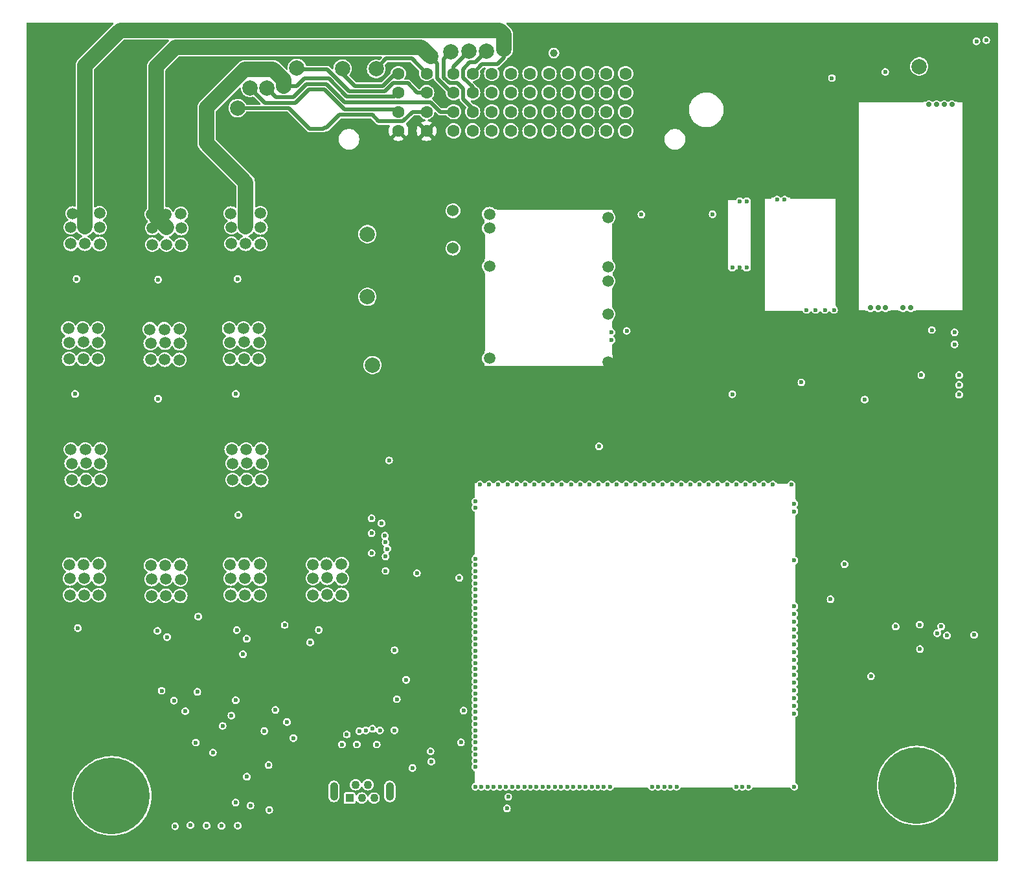
<source format=gbr>
%TF.GenerationSoftware,KiCad,Pcbnew,8.0.8*%
%TF.CreationDate,2026-02-06T20:56:35-05:00*%
%TF.ProjectId,greenecu48,67726565-6e65-4637-9534-382e6b696361,rev?*%
%TF.SameCoordinates,Original*%
%TF.FileFunction,Copper,L2,Inr*%
%TF.FilePolarity,Positive*%
%FSLAX46Y46*%
G04 Gerber Fmt 4.6, Leading zero omitted, Abs format (unit mm)*
G04 Created by KiCad (PCBNEW 8.0.8) date 2026-02-06 20:56:35*
%MOMM*%
%LPD*%
G01*
G04 APERTURE LIST*
%TA.AperFunction,ComponentPad*%
%ADD10C,1.600000*%
%TD*%
%TA.AperFunction,ComponentPad*%
%ADD11C,0.600000*%
%TD*%
%TA.AperFunction,Conductor*%
%ADD12R,6.185000X0.250000*%
%TD*%
%TA.AperFunction,Conductor*%
%ADD13R,1.115000X0.250000*%
%TD*%
%TA.AperFunction,Conductor*%
%ADD14R,0.250000X14.275000*%
%TD*%
%TA.AperFunction,Conductor*%
%ADD15R,0.250000X15.100000*%
%TD*%
%TA.AperFunction,Conductor*%
%ADD16R,5.175000X0.250000*%
%TD*%
%TA.AperFunction,ComponentPad*%
%ADD17R,1.100000X1.100000*%
%TD*%
%TA.AperFunction,ComponentPad*%
%ADD18C,1.100000*%
%TD*%
%TA.AperFunction,ComponentPad*%
%ADD19O,1.100000X2.400000*%
%TD*%
%TA.AperFunction,Conductor*%
%ADD20O,1.225000X0.200000*%
%TD*%
%TA.AperFunction,Conductor*%
%ADD21O,0.200000X9.300000*%
%TD*%
%TA.AperFunction,ComponentPad*%
%ADD22C,0.599999*%
%TD*%
%TA.AperFunction,Conductor*%
%ADD23R,0.200000X2.300000*%
%TD*%
%TA.AperFunction,Conductor*%
%ADD24R,0.200000X5.400000*%
%TD*%
%TA.AperFunction,Conductor*%
%ADD25R,0.200000X8.600000*%
%TD*%
%TA.AperFunction,Conductor*%
%ADD26R,0.200000X5.000000*%
%TD*%
%TA.AperFunction,Conductor*%
%ADD27R,1.400000X0.200000*%
%TD*%
%TA.AperFunction,Conductor*%
%ADD28R,5.000000X0.200000*%
%TD*%
%TA.AperFunction,Conductor*%
%ADD29R,6.800000X0.200000*%
%TD*%
%TA.AperFunction,Conductor*%
%ADD30R,4.500000X0.200000*%
%TD*%
%TA.AperFunction,Conductor*%
%ADD31R,0.200000X1.600000*%
%TD*%
%TA.AperFunction,Conductor*%
%ADD32R,0.200000X5.700000*%
%TD*%
%TA.AperFunction,Conductor*%
%ADD33R,0.200000X2.000000*%
%TD*%
%TA.AperFunction,ComponentPad*%
%ADD34C,0.700000*%
%TD*%
%TA.AperFunction,Conductor*%
%ADD35R,1.100000X0.250000*%
%TD*%
%TA.AperFunction,Conductor*%
%ADD36R,0.980000X0.250000*%
%TD*%
%TA.AperFunction,Conductor*%
%ADD37R,6.300000X0.250000*%
%TD*%
%TA.AperFunction,Conductor*%
%ADD38R,0.250000X27.600000*%
%TD*%
%TA.AperFunction,Conductor*%
%ADD39R,8.750000X0.250000*%
%TD*%
%TA.AperFunction,Conductor*%
%ADD40R,0.950000X0.250000*%
%TD*%
%TA.AperFunction,ComponentPad*%
%ADD41C,1.500000*%
%TD*%
%TA.AperFunction,Conductor*%
%ADD42O,0.200000X1.500000*%
%TD*%
%TA.AperFunction,Conductor*%
%ADD43O,0.200000X1.000000*%
%TD*%
%TA.AperFunction,Conductor*%
%ADD44O,0.200000X2.600000*%
%TD*%
%TA.AperFunction,Conductor*%
%ADD45O,0.200000X4.800000*%
%TD*%
%TA.AperFunction,Conductor*%
%ADD46O,0.200000X0.300000*%
%TD*%
%TA.AperFunction,Conductor*%
%ADD47O,15.400000X0.200000*%
%TD*%
%TA.AperFunction,Conductor*%
%ADD48O,17.000000X0.200000*%
%TD*%
%TA.AperFunction,Conductor*%
%ADD49O,0.200000X10.200000*%
%TD*%
%TA.AperFunction,Conductor*%
%ADD50O,0.200000X3.300000*%
%TD*%
%TA.AperFunction,ComponentPad*%
%ADD51C,1.524000*%
%TD*%
%TA.AperFunction,ViaPad*%
%ADD52C,0.600000*%
%TD*%
%TA.AperFunction,ViaPad*%
%ADD53C,10.000000*%
%TD*%
%TA.AperFunction,ViaPad*%
%ADD54C,1.500000*%
%TD*%
%TA.AperFunction,ViaPad*%
%ADD55C,2.000000*%
%TD*%
%TA.AperFunction,ViaPad*%
%ADD56C,1.000000*%
%TD*%
%TA.AperFunction,Conductor*%
%ADD57C,0.500000*%
%TD*%
%TA.AperFunction,Conductor*%
%ADD58C,2.000000*%
%TD*%
G04 APERTURE END LIST*
D10*
%TO.N,/OUT_IGN1*%
%TO.C,U1*%
X130227601Y-30224599D03*
%TO.N,/OUT_IGN3*%
X130227601Y-32724599D03*
%TO.N,/OUT_IGN5*%
X130227601Y-35224599D03*
%TO.N,GND*%
X130227601Y-37724599D03*
%TO.N,/OUT_IGN2*%
X133927601Y-30224599D03*
%TO.N,/OUT_IGN4*%
X133927601Y-32724599D03*
%TO.N,/OUT_IGN6*%
X133927601Y-35224599D03*
%TO.N,GND*%
X133927601Y-37724599D03*
%TO.N,/OUT_INJ1*%
X137427601Y-30224599D03*
%TO.N,/OUT_INJ3*%
X137427601Y-32724599D03*
%TO.N,/OUT_INJ5*%
X137427601Y-35224599D03*
%TO.N,+12V*%
X137427601Y-37724599D03*
%TO.N,/OUT_INJ2*%
X139927601Y-30224599D03*
%TO.N,/OUT_INJ4*%
X139927601Y-32724599D03*
%TO.N,/OUT_INJ6*%
X139927601Y-35224599D03*
%TO.N,+12V*%
X139927601Y-37724599D03*
%TO.N,/LSU_SENSOR_U*%
X142427601Y-30224599D03*
%TO.N,/LSU_PUMP_I*%
X142427601Y-32724599D03*
%TO.N,/IN_MAP2*%
X142427601Y-35224599D03*
%TO.N,/IN_CAM1*%
X142427601Y-37724599D03*
%TO.N,/LSU_CALIBR_RES*%
X144927601Y-30224599D03*
%TO.N,/LSU_HEAT-*%
X144927601Y-32724599D03*
%TO.N,/IN_IAT*%
X144927601Y-35224599D03*
%TO.N,/IN_CLT*%
X144927601Y-37724599D03*
%TO.N,/LSU_SENSOR_U{slash}PUMP_I*%
X147427601Y-30224599D03*
%TO.N,/IN_CRANK+*%
X147427601Y-32724599D03*
%TO.N,/IN_TPS1*%
X147427601Y-35224599D03*
%TO.N,/IN_PPS1*%
X147427601Y-37724599D03*
%TO.N,/IN_CRANK-*%
X149927601Y-30224599D03*
%TO.N,+5VP*%
X149927601Y-32724599D03*
X149927601Y-35224599D03*
%TO.N,/OUT_TACH*%
X149927601Y-37724599D03*
%TO.N,/IN_KNOCK1_RAW*%
X152427601Y-30224599D03*
%TO.N,/CAN_L*%
X152427601Y-32724599D03*
%TO.N,/USBM*%
X152427601Y-35224599D03*
%TO.N,/OUT_BUZER*%
X152427601Y-37724599D03*
%TO.N,/GNDA*%
X154927601Y-30224599D03*
X154927601Y-32724599D03*
%TO.N,/CAN_H*%
X154927601Y-35224599D03*
%TO.N,/USBP*%
X154927601Y-37724599D03*
%TO.N,/GNDA*%
X157427601Y-30224599D03*
X157427601Y-32724599D03*
%TO.N,/EGT-*%
X157427601Y-35224599D03*
%TO.N,/OUT_WASTEGATE*%
X157427601Y-37724599D03*
%TO.N,/GNDA*%
X159927601Y-30224599D03*
X159927601Y-32724599D03*
%TO.N,/EGT+*%
X159927601Y-35224599D03*
%TO.N,/OUT_FUEL_PUMP_RELAY*%
X159927601Y-37724599D03*
%TD*%
D11*
%TO.N,unconnected-(M4-IGN8-PadV1)*%
%TO.C,M4*%
X127814005Y-116103998D03*
%TO.N,unconnected-(M4-IGN7-PadV2)*%
X127388997Y-117939008D03*
%TO.N,/INJ6*%
X126839000Y-115889000D03*
%TO.N,/INJ5*%
X125964041Y-116103995D03*
%TO.N,/INJ4*%
X125114018Y-116179002D03*
%TO.N,/INJ3*%
X124789002Y-117939008D03*
%TO.N,/INJ2*%
X123489035Y-116629008D03*
%TO.N,/INJ1*%
X122839018Y-117939008D03*
%TO.N,+5VA*%
X130014021Y-112013993D03*
%TO.N,+3V3*%
X129714019Y-116088999D03*
%TD*%
%TO.N,/THRESHOLD_VR*%
%TO.C,M2*%
X184780784Y-61130242D03*
%TO.N,/VR_ANALOG*%
X183580784Y-61130242D03*
%TO.N,/IN_CRANK*%
X185980784Y-61130242D03*
%TO.N,+5V*%
X187180784Y-61130242D03*
D12*
%TO.N,GND*%
X184513284Y-46480242D03*
D13*
X178463284Y-46480242D03*
D14*
X187480784Y-53492742D03*
D15*
X178030784Y-53905242D03*
D16*
X180493284Y-61330242D03*
D11*
%TO.N,/IN_CRANK-*%
X180720784Y-46705242D03*
%TO.N,/IN_CRANK+*%
X179720784Y-46705242D03*
%TD*%
D17*
%TO.N,/VBUS*%
%TO.C,J4*%
X123848000Y-124952000D03*
D18*
%TO.N,/USBM*%
X124648000Y-123202000D03*
%TO.N,/USBP*%
X125448000Y-124952000D03*
%TO.N,unconnected-(J4-ID-Pad4)*%
X126248000Y-123202000D03*
%TO.N,Net-(J4-GND)*%
X127048000Y-124952000D03*
D19*
X121798000Y-124077000D03*
X129098000Y-124077000D03*
%TD*%
D11*
%TO.N,+5VA*%
%TO.C,M3*%
X175770000Y-55621000D03*
D20*
%TO.N,GND*%
X173795000Y-46721000D03*
D21*
X176370000Y-51271000D03*
X173270000Y-51271000D03*
D11*
X174820000Y-55621000D03*
%TO.N,/IN_KNOCK1*%
X173870002Y-55621000D03*
%TO.N,/IN_KNOCK1_RAW*%
X174870000Y-46921000D03*
%TO.N,/VREF2*%
X175770000Y-46921000D03*
%TD*%
D22*
%TO.N,unconnected-(M7-IGN8-PadV1)*%
%TO.C,M7*%
X128550000Y-93347985D03*
%TO.N,unconnected-(M7-IGN7-PadV2)*%
X126714990Y-92922977D03*
%TO.N,unconnected-(M7-IGN6-PadV3)*%
X128764998Y-92372980D03*
%TO.N,unconnected-(M7-IGN5-PadV4)*%
X128550003Y-91498021D03*
%TO.N,/FUEL_PUMP_RELAY*%
X128474996Y-90647998D03*
%TO.N,/TACH*%
X126714990Y-90322982D03*
%TO.N,/+ETB*%
X128024990Y-89023015D03*
%TO.N,/WASTEGATE*%
X126714990Y-88372998D03*
%TO.N,+5VA*%
X132640005Y-95548001D03*
%TO.N,+3V3*%
X128564999Y-95247999D03*
%TD*%
D11*
%TO.N,Net-(M6-CAN_TX)*%
%TO.C,M9*%
X140295000Y-120874998D03*
%TO.N,unconnected-(M9-SPI2_MISO-PadE2)*%
X140295000Y-120074997D03*
%TO.N,unconnected-(M9-SPI2_MOSI-PadE3)*%
X140295000Y-119274999D03*
%TO.N,Net-(M6-CAN_RX)*%
X140295000Y-118474998D03*
%TO.N,/MAIN_RELAY*%
X140295000Y-117674997D03*
%TO.N,/OUT1*%
X140295003Y-116874999D03*
%TO.N,/FUEL_PUMP_RELAY*%
X140295003Y-116074998D03*
%TO.N,/OUT2*%
X140295000Y-115274994D03*
%TO.N,/VVT1_1*%
X140295000Y-114474998D03*
%TO.N,unconnected-(M9-OUT_IO9-PadE11)*%
X140295000Y-113674998D03*
%TO.N,/WASTEGATE*%
X140295000Y-112874997D03*
%TO.N,/ETB_EN*%
X140295003Y-112074998D03*
%TO.N,/VVT2_B1*%
X140295003Y-111274997D03*
%TO.N,/VVT2_B2*%
X140295003Y-110474996D03*
%TO.N,/-ETB*%
X140295000Y-109674998D03*
%TO.N,/+ETB*%
X140295000Y-108874997D03*
%TO.N,/INJ2*%
X140295000Y-108074999D03*
%TO.N,/INJ1*%
X140295003Y-107274998D03*
%TO.N,unconnected-(M9-OUT_IO13-PadE20)*%
X140295003Y-106474997D03*
%TO.N,/IDLE*%
X140295000Y-105674998D03*
%TO.N,/CHECK_ENGINE*%
X140295000Y-104874997D03*
%TO.N,/VVT1_2*%
X140295000Y-104074996D03*
%TO.N,unconnected-(M9-OUT_IO11-PadE24)*%
X140295000Y-103274998D03*
%TO.N,/FUEL_CONSUM*%
X140295000Y-102474997D03*
%TO.N,/THRESHOLD_VR*%
X140295000Y-101674999D03*
%TO.N,/TACH*%
X140295000Y-100874998D03*
%TO.N,/OUT3*%
X140295000Y-100074997D03*
%TO.N,/INJ3*%
X140295000Y-99274998D03*
%TO.N,/INJ4*%
X140295000Y-98474997D03*
%TO.N,/INJ5*%
X140295003Y-97674999D03*
%TO.N,/INJ6*%
X140295000Y-96874996D03*
%TO.N,unconnected-(M9-OUT_INJ7-PadE33)*%
X140295000Y-96074997D03*
%TO.N,unconnected-(M9-OUT_INJ8-PadE34)*%
X140295000Y-95274999D03*
%TO.N,unconnected-(M9-IO6-PadE35)*%
X140295000Y-94474998D03*
%TO.N,unconnected-(M9-IO7-PadE36)*%
X140295000Y-93674997D03*
%TO.N,unconnected-(M9-V5A_SWITCHABLE-PadE38)*%
X140295003Y-86975003D03*
%TO.N,unconnected-(M9-GNDA-PadE39)*%
X140295000Y-86175002D03*
D23*
%TO.N,GND*%
X182195005Y-84825002D03*
D24*
X182195003Y-90675005D03*
D25*
X182195002Y-118675002D03*
D26*
X182195002Y-96875002D03*
D27*
X180394996Y-83774999D03*
D28*
X178995001Y-123675000D03*
D29*
X170494998Y-123675000D03*
D30*
X160644995Y-123675000D03*
D31*
X140095000Y-122175001D03*
D32*
X140095000Y-90324998D03*
D33*
X140095000Y-84675005D03*
D11*
%TO.N,unconnected-(M9-USBID-PadN1)*%
X140295000Y-123475001D03*
%TO.N,/USBM*%
X141094998Y-123475003D03*
%TO.N,/USBP*%
X141894999Y-123475003D03*
%TO.N,/VBUS*%
X142694998Y-123475001D03*
%TO.N,unconnected-(M9-BOOT0-PadN5)*%
X143494999Y-123475001D03*
%TO.N,unconnected-(M9-SWO-PadN6)*%
X144295000Y-123475001D03*
%TO.N,unconnected-(M9-SWDIO-PadN7)*%
X145094998Y-123475001D03*
%TO.N,unconnected-(M9-SWCLK-PadN8)*%
X145894999Y-123475003D03*
%TO.N,unconnected-(M9-nReset-PadN9)*%
X146694997Y-123475001D03*
%TO.N,/SPI3_CS*%
X147494998Y-123475001D03*
%TO.N,/SPI3_SCK*%
X148294999Y-123475001D03*
%TO.N,/SPI3_MISO*%
X149095000Y-123475001D03*
%TO.N,/SPI3_MOSI*%
X149894999Y-123475001D03*
%TO.N,unconnected-(M9-I2C_SCL-PadN14)*%
X150695000Y-123475001D03*
%TO.N,unconnected-(M9-I2C_SDA-PadN15)*%
X151495001Y-123475003D03*
%TO.N,unconnected-(M9-IO1-PadN16)*%
X152295001Y-123475003D03*
%TO.N,/TX2*%
X153095000Y-123475001D03*
%TO.N,/RX2*%
X153895001Y-123475001D03*
%TO.N,unconnected-(M9-IO2-PadN19)*%
X154694999Y-123475001D03*
%TO.N,unconnected-(M9-IO4-PadN20)*%
X155495000Y-123475001D03*
%TO.N,unconnected-(M9-IO3-PadN21)*%
X156294999Y-123475003D03*
%TO.N,unconnected-(M9-V33-PadN22)*%
X157095000Y-123475001D03*
%TO.N,unconnected-(M9-IO5-PadN23)*%
X157895000Y-123475001D03*
%TO.N,/RX1*%
X163395000Y-123475001D03*
%TO.N,/TX1*%
X164195001Y-123475001D03*
%TO.N,/VIGN*%
X164994999Y-123475001D03*
%TO.N,/VBAT*%
X165794997Y-123475001D03*
%TO.N,unconnected-(M9-V33_SWITCHABLE-PadN28)*%
X166594996Y-123475001D03*
%TO.N,unconnected-(M9-OUT_PWR_EN-PadN29)*%
X174395000Y-123475001D03*
%TO.N,+5VA*%
X175194999Y-123475001D03*
%TO.N,+5V*%
X175994997Y-123475001D03*
%TO.N,+3V3*%
X181995001Y-123475001D03*
%TO.N,/IN_D4*%
X140895001Y-83974996D03*
%TO.N,/IN_D3*%
X142095002Y-83974998D03*
%TO.N,/IN_D2*%
X143294999Y-83974998D03*
%TO.N,/IN_D1*%
X144494999Y-83974996D03*
%TO.N,/VREF2*%
X145694999Y-83974998D03*
%TO.N,unconnected-(M9-IN_SENS4-PadS6)*%
X146794987Y-83974998D03*
%TO.N,unconnected-(M9-IN_SENS3-PadS7)*%
X147994987Y-83974998D03*
%TO.N,unconnected-(M9-IN_SENS2-PadS8)*%
X149194985Y-83974996D03*
%TO.N,/VR_ANALOG*%
X150394985Y-83974998D03*
%TO.N,/IN_CAM2*%
X151594988Y-83974998D03*
%TO.N,/IN_A3*%
X152794990Y-83974996D03*
%TO.N,/IN_PPS2*%
X153994988Y-83974998D03*
%TO.N,/IN_TPS2*%
X155194986Y-83974998D03*
%TO.N,/IN_RES2*%
X156394993Y-83974998D03*
%TO.N,/IN_A1*%
X157594993Y-83974998D03*
%TO.N,/IN_AFR*%
X158794991Y-83974998D03*
%TO.N,/IN_RES1*%
X159994991Y-83974998D03*
%TO.N,/IN_A4*%
X161194996Y-83974998D03*
%TO.N,/IN_A2*%
X162394997Y-83974998D03*
%TO.N,/IN_MAP2*%
X163594994Y-83974996D03*
%TO.N,/IN_MAF*%
X164794994Y-83974998D03*
%TO.N,/IN_CRANK*%
X165994997Y-83974996D03*
%TO.N,/IN_KNOCK1*%
X167194997Y-83974998D03*
%TO.N,/IN_CAM1*%
X168394992Y-83974998D03*
%TO.N,/IN_VSS*%
X169594995Y-83974996D03*
%TO.N,/IN_IAT*%
X170795000Y-83974998D03*
%TO.N,unconnected-(M9-IN_AT1-PadS27)*%
X171995000Y-83974996D03*
%TO.N,/IN_CLT*%
X173194998Y-83974998D03*
%TO.N,unconnected-(M9-IN_AT2-PadS29)*%
X174394998Y-83974998D03*
%TO.N,/IN_TPS1*%
X175595003Y-83974998D03*
%TO.N,/IN_PPS1*%
X176795003Y-83974998D03*
%TO.N,unconnected-(M9-IN_TPS2-PadS32)*%
X177995001Y-83974998D03*
%TO.N,unconnected-(M9-IN_PPS2-PadS33)*%
X179195001Y-83974998D03*
%TO.N,unconnected-(M9-VREF1-PadS35)*%
X181595001Y-83974998D03*
%TO.N,/GNDA*%
X181995003Y-86475001D03*
%TO.N,unconnected-(M9-V5A_SWITCHABLE-PadW2)*%
X181995003Y-87475002D03*
%TO.N,unconnected-(M9-V33_REF-PadW3)*%
X181995001Y-93875004D03*
%TO.N,unconnected-(M9-BOOT1-PadW3a)*%
X181995002Y-99875002D03*
%TO.N,unconnected-(M9-IGN8-PadW4)*%
X181995001Y-100875000D03*
%TO.N,unconnected-(M9-IGN7-PadW5)*%
X181995001Y-101875001D03*
%TO.N,/IGN6*%
X181995001Y-102874999D03*
%TO.N,/IGN5*%
X181995001Y-103874999D03*
%TO.N,/IGN4*%
X181995001Y-104875000D03*
%TO.N,/IGN3*%
X181995001Y-105874998D03*
%TO.N,/IGN2*%
X181995001Y-106874998D03*
%TO.N,/IGN1*%
X181995001Y-107874996D03*
%TO.N,unconnected-(M9-LED_RED-PadW11a)*%
X181995002Y-108875002D03*
%TO.N,unconnected-(M9-LED_GREEN-PadW11b)*%
X181995002Y-109875002D03*
%TO.N,unconnected-(M9-LED_BLUE-PadW11c)*%
X181995002Y-110875002D03*
%TO.N,unconnected-(M9-LED_YELLOW-PadW11d)*%
X181995002Y-111875002D03*
%TO.N,/CAN+*%
X181995002Y-112875002D03*
%TO.N,/CAN-*%
X181995002Y-113875002D03*
%TD*%
D34*
%TO.N,/LSU_SENSOR_U*%
%TO.C,M5*%
X202581000Y-34267000D03*
%TO.N,/LSU_SENSOR_U{slash}PUMP_I*%
X199581000Y-34267000D03*
%TO.N,/LSU_PUMP_I*%
X200581000Y-34267000D03*
%TO.N,/LSU_CALIBR_RES*%
X201581000Y-34267000D03*
D35*
%TO.N,GND*%
X190731000Y-61242000D03*
X190731000Y-61242000D03*
D36*
X195071000Y-61242000D03*
D37*
X201031000Y-61242000D03*
D38*
X190306000Y-47567000D03*
X204056000Y-47567000D03*
D39*
X194556000Y-33892000D03*
D40*
X203706000Y-33892000D03*
D34*
%TO.N,+5V*%
X192931000Y-60858200D03*
%TO.N,unconnected-(M5-CAN_VIO-PadW2)*%
X193931000Y-60858200D03*
%TO.N,/CAN-*%
X197227000Y-60858200D03*
%TO.N,/CAN+*%
X196211000Y-60858200D03*
%TO.N,unconnected-(M5-VDDA-PadW9)*%
X191931000Y-60858200D03*
%TD*%
D41*
%TO.N,+5VP*%
%TO.C,M1*%
X142120253Y-67457400D03*
%TO.N,+12V_RAW*%
X142120253Y-55407402D03*
X142120253Y-50457399D03*
X142120253Y-48607400D03*
D42*
%TO.N,GND*%
X158270251Y-66357400D03*
D43*
X158270251Y-63057399D03*
D44*
X158270251Y-59557402D03*
D45*
X158270251Y-52207400D03*
D46*
X158270251Y-48007402D03*
D41*
X157620250Y-67907402D03*
D47*
X150670253Y-47957402D03*
D48*
X149870252Y-68557402D03*
D46*
X141470254Y-68507402D03*
D49*
X141470254Y-61407400D03*
D50*
X141470254Y-52907402D03*
D11*
%TO.N,unconnected-(M1-PG_5VP-PadE6)*%
X158070249Y-65057400D03*
%TO.N,+12V_PROT*%
X158070249Y-64057399D03*
D41*
%TO.N,+5V*%
X157620250Y-61657402D03*
%TO.N,/VIGN*%
X157620250Y-57357402D03*
%TO.N,+12V*%
X157620250Y-55457399D03*
%TO.N,unconnected-(M1-VBAT-PadE1)*%
X157620250Y-49057402D03*
%TD*%
D51*
%TO.N,+12V_RAW*%
%TO.C,F10*%
X137361000Y-53059010D03*
%TO.N,+12V*%
X137361000Y-48159010D03*
%TD*%
D22*
%TO.N,+5VA*%
%TO.C,M6*%
X200665662Y-103398499D03*
%TO.N,+3V3*%
X201190662Y-102523497D03*
%TO.N,Net-(M6-CAN_TX)*%
X201940660Y-103698501D03*
%TO.N,Net-(M6-CAN_RX)*%
X205490661Y-103623498D03*
%TD*%
D52*
%TO.N,GND*%
X139456000Y-122180000D03*
X182966000Y-118642000D03*
X204643000Y-50003000D03*
X200411000Y-62152000D03*
X181714000Y-45863000D03*
X159378000Y-51878000D03*
X140628000Y-53003000D03*
D53*
%TO.N,*%
X197973923Y-123308121D03*
X92754932Y-124661640D03*
D52*
%TO.N,/MAIN_RELAY*%
X138741000Y-113515000D03*
X138413000Y-117674997D03*
D54*
%TO.N,/OUT_IGN6*%
X122850000Y-96240000D03*
X120920000Y-96160000D03*
X119060000Y-96220000D03*
X119059998Y-94430002D03*
D55*
X109210000Y-34740000D03*
D54*
X119060000Y-98380000D03*
X120830000Y-94410000D03*
X122810000Y-94380000D03*
X122810000Y-98400000D03*
X120910000Y-98370000D03*
D52*
%TO.N,/OUT_FUEL_PUMP_RELAY*%
X193870000Y-30013000D03*
D56*
%TO.N,GND*%
X120543000Y-70622000D03*
D55*
X119376000Y-42955000D03*
X87666000Y-59883000D03*
X186867000Y-40086000D03*
D56*
X119876000Y-53501000D03*
D55*
X181039000Y-32512000D03*
X201063000Y-81189000D03*
X84493000Y-122538000D03*
X110678000Y-75600000D03*
X87342000Y-75298000D03*
X99353000Y-89229000D03*
X203254000Y-111571000D03*
D52*
X198588000Y-68391000D03*
X194465000Y-69109000D03*
X205223000Y-64242000D03*
D55*
X102188000Y-43949000D03*
X179932000Y-77875000D03*
X123359000Y-107693000D03*
D56*
X119876000Y-61696000D03*
D52*
X197535000Y-63673999D03*
D55*
X115234000Y-105314000D03*
X110711000Y-60221000D03*
X99382000Y-77140000D03*
X160596000Y-70879000D03*
X98971000Y-60478000D03*
X85946000Y-43235000D03*
D52*
X147513000Y-72304452D03*
D55*
X83996000Y-106186000D03*
D52*
%TO.N,+5V*%
X188554979Y-94376000D03*
%TO.N,/IN_KNOCK1*%
X173870002Y-72145000D03*
D54*
%TO.N,/OUT_IGN1*%
X101598279Y-63637000D03*
X101598279Y-67657000D03*
D55*
X122917069Y-29587364D03*
D54*
X97848279Y-65477000D03*
X99698279Y-67627000D03*
X101638279Y-65497000D03*
X99618283Y-63667004D03*
X99708279Y-65417000D03*
X97848279Y-67637000D03*
X97748279Y-63667000D03*
%TO.N,/OUT_IGN4*%
X108230000Y-94430000D03*
X112080000Y-94400000D03*
X110100000Y-94430000D03*
X108330000Y-98400000D03*
X110180000Y-98390000D03*
X108330000Y-96240000D03*
X110190000Y-96180000D03*
X112080000Y-98420000D03*
D55*
X116968845Y-29480000D03*
D54*
X112120000Y-96260000D03*
%TO.N,/OUT_INJ3*%
X101810000Y-48590000D03*
X101850000Y-50450000D03*
X99830000Y-48620000D03*
X98060000Y-50430000D03*
D55*
X134430000Y-28020000D03*
D54*
X98060000Y-52590000D03*
X97960000Y-48620000D03*
X99910000Y-52580000D03*
X101810000Y-52610000D03*
X99920000Y-50370000D03*
%TO.N,/OUT_INJ1*%
X87310000Y-96240000D03*
X89170000Y-96180000D03*
D55*
X139461258Y-27273253D03*
D54*
X87210000Y-94430000D03*
X89080000Y-94430000D03*
X91060000Y-98420000D03*
X91060000Y-94400000D03*
X87310000Y-98400000D03*
X89160000Y-98390000D03*
X91100000Y-96260000D03*
%TO.N,/OUT_INJ5*%
X110391721Y-83343000D03*
X110311721Y-79383000D03*
X108441721Y-79383000D03*
X108541721Y-83353000D03*
X108541721Y-81193000D03*
X112291721Y-83373000D03*
X112331721Y-81213000D03*
X110401721Y-81133000D03*
D55*
X113029901Y-32130928D03*
D54*
X112291721Y-79353000D03*
D52*
%TO.N,unconnected-(M4-OUT_IGN7-PadS2)*%
X116507000Y-117101000D03*
D54*
%TO.N,/OUT_INJ6*%
X90938279Y-63537000D03*
X90938279Y-67557000D03*
X89038279Y-67527000D03*
X87188279Y-65377000D03*
X89048279Y-65317000D03*
X87188279Y-67537000D03*
X90978279Y-65397000D03*
X88958279Y-63567000D03*
X87088279Y-63567000D03*
D55*
X137099504Y-27380000D03*
D54*
%TO.N,/OUT_INJ4*%
X87421721Y-79383000D03*
X89291721Y-79383000D03*
X87521721Y-83353000D03*
D55*
X141762340Y-27340000D03*
D54*
X91271721Y-79353000D03*
X91271721Y-83373000D03*
X91221721Y-81213000D03*
X87521721Y-81193000D03*
X89381721Y-81133000D03*
X89371721Y-83343000D03*
D52*
%TO.N,Net-(Q901-G)*%
X88336047Y-102728675D03*
%TO.N,Net-(Q902-G)*%
X88171721Y-57073000D03*
%TO.N,Net-(Q903-G)*%
X98831721Y-57173000D03*
%TO.N,Net-(Q904-G)*%
X88293442Y-87936000D03*
%TO.N,Net-(Q906-G)*%
X87960000Y-72120000D03*
%TO.N,unconnected-(M9-IGN8-PadW4)*%
X99278000Y-110915000D03*
X101052000Y-128631000D03*
%TO.N,Net-(Q911-G)*%
X98824000Y-72734000D03*
%TO.N,Net-(Q914-G)*%
X109101721Y-102983000D03*
%TO.N,Net-(Q916-G)*%
X119831721Y-102963000D03*
%TO.N,Net-(Q905-G)*%
X109313442Y-87936000D03*
%TO.N,unconnected-(M9-IGN7-PadW5)*%
X103045000Y-128482000D03*
X100885000Y-112214000D03*
%TO.N,Net-(M4-OUT_IGN6)*%
X112716000Y-116178974D03*
%TO.N,Net-(M4-OUT_IGN4)*%
X108406000Y-114164075D03*
%TO.N,Net-(M4-OUT_IGN2)*%
X108955682Y-112147310D03*
%TO.N,Net-(M4-OUT_IGN5)*%
X115676000Y-115003987D03*
%TO.N,Net-(M4-OUT_IGN1)*%
X103944000Y-111063995D03*
%TO.N,Net-(M4-OUT_IGN3)*%
X114168000Y-113414003D03*
%TO.N,/IGN6*%
X105153000Y-128552000D03*
X102377000Y-113582000D03*
X118704000Y-104594000D03*
%TO.N,/IGN5*%
X109905499Y-106134499D03*
X103758000Y-117686000D03*
X107108000Y-128585000D03*
%TO.N,+5VA*%
X198416000Y-105477000D03*
X191192000Y-72853000D03*
X192002500Y-109020500D03*
X144576000Y-124788000D03*
%TO.N,/THRESHOLD_VR*%
X156463155Y-78959606D03*
%TO.N,/TACH*%
X138187000Y-96156000D03*
%TO.N,/SPI3_CS*%
X203538000Y-70931000D03*
%TO.N,Net-(U2-T-)*%
X202929000Y-65632500D03*
X198588000Y-69661000D03*
%TO.N,/SPI3_SCK*%
X203538000Y-72201000D03*
%TO.N,/IGN1*%
X113263000Y-120631000D03*
X104077000Y-101215000D03*
X113340000Y-126502000D03*
%TO.N,/IGN3*%
X107244000Y-115521000D03*
X115364000Y-102320000D03*
X108937230Y-125531000D03*
%TO.N,/SPI3_MISO*%
X203538000Y-69661000D03*
%TO.N,+3V3*%
X131242000Y-109482000D03*
X198384000Y-102278000D03*
X144424000Y-126310000D03*
X186725000Y-98958000D03*
X132060500Y-121018500D03*
%TO.N,/VIGN*%
X160073000Y-63873000D03*
X195232000Y-102509000D03*
X182908000Y-70605000D03*
%TO.N,/IGN2*%
X99994000Y-103892000D03*
X110413000Y-122154000D03*
X110886276Y-125938000D03*
%TO.N,/IGN4*%
X109241000Y-128561000D03*
X110392500Y-104127500D03*
X105986000Y-118998000D03*
%TO.N,/EGT+*%
X199950000Y-63755500D03*
%TO.N,/EGT-*%
X202929000Y-64057500D03*
%TO.N,+12V*%
X171305000Y-48617000D03*
X161995000Y-48652000D03*
%TO.N,Net-(Q912-G)*%
X98741721Y-103083000D03*
%TO.N,Net-(Q913-G)*%
X109191721Y-57073000D03*
%TO.N,Net-(Q915-G)*%
X108980000Y-72120000D03*
%TO.N,Net-(M6-CAN_TX)*%
X134530000Y-120176000D03*
%TO.N,Net-(M6-CAN_RX)*%
X134432000Y-118830000D03*
%TO.N,/CAN_L*%
X207061000Y-25862000D03*
D56*
%TO.N,/LSU_HEAT-*%
X150556000Y-27544000D03*
D55*
X198309805Y-29306195D03*
%TO.N,/OUT_INJ2*%
X144009009Y-27081136D03*
D54*
X87400000Y-52490000D03*
X87400000Y-50330000D03*
X91150000Y-48490000D03*
X87658428Y-48520000D03*
X91150000Y-52510000D03*
X89170000Y-48520000D03*
X89250000Y-52480000D03*
X89260000Y-50270000D03*
X91190000Y-50350000D03*
%TO.N,/OUT_IGN2*%
X99740000Y-94530000D03*
X99820000Y-98490000D03*
X99830000Y-96280000D03*
X101720000Y-94500000D03*
X101760000Y-96360000D03*
X101720000Y-98520000D03*
X97970000Y-98500000D03*
D55*
X127319493Y-29619897D03*
D54*
X97870000Y-94530000D03*
X97970000Y-96340000D03*
%TO.N,/OUT_IGN3*%
X110280000Y-50270000D03*
X108320000Y-48520000D03*
D55*
X115229901Y-31884179D03*
D54*
X108420000Y-50330000D03*
X110270000Y-52480000D03*
X110190000Y-48520000D03*
X112210000Y-50350000D03*
X108420000Y-52490000D03*
X112170000Y-48490000D03*
X112170000Y-52510000D03*
%TO.N,/OUT_IGN5*%
X109978279Y-63567000D03*
X111958279Y-67557000D03*
X111958279Y-63537000D03*
X111998279Y-65397000D03*
D55*
X110830000Y-32110000D03*
D54*
X108208279Y-65377000D03*
X108208279Y-67537000D03*
X110058279Y-67527000D03*
X110068279Y-65317000D03*
X108108279Y-63567000D03*
D52*
%TO.N,/CAN_H*%
X205793000Y-26003000D03*
D55*
%TO.N,/OUT_WASTEGATE*%
X126843000Y-68342000D03*
%TO.N,/OUT_TACH*%
X126176000Y-51221000D03*
D52*
%TO.N,Net-(M7-OUT_IGN4)*%
X129743500Y-105616500D03*
X186905000Y-30816000D03*
X129005000Y-80807000D03*
D55*
%TO.N,/OUT_BUZER*%
X126176000Y-59416000D03*
D52*
%TO.N,GND*%
X160577000Y-124283000D03*
X179056000Y-124554000D03*
%TD*%
D57*
%TO.N,/OUT_IGN6*%
X126799950Y-35640000D02*
X122547734Y-35640000D01*
X120580051Y-37330000D02*
X120435452Y-37474599D01*
X120435452Y-37474599D02*
X118642067Y-37474599D01*
X133927601Y-35224599D02*
X132105418Y-35224599D01*
X127634549Y-36474599D02*
X126799950Y-35640000D01*
X120857734Y-37330000D02*
X120580051Y-37330000D01*
X122547734Y-35640000D02*
X120857734Y-37330000D01*
X118642067Y-37474599D02*
X115907468Y-34740000D01*
X130855418Y-36474599D02*
X127634549Y-36474599D01*
X115907468Y-34740000D02*
X109210000Y-34740000D01*
X132105418Y-35224599D02*
X130855418Y-36474599D01*
%TO.N,/OUT_IGN1*%
X129805452Y-30224599D02*
X128190051Y-31840000D01*
X122917069Y-30237069D02*
X122917069Y-29587364D01*
X130227601Y-30224599D02*
X129805452Y-30224599D01*
X124520000Y-31840000D02*
X122917069Y-30237069D01*
X128190051Y-31840000D02*
X124520000Y-31840000D01*
%TO.N,/OUT_IGN4*%
X131464599Y-31474599D02*
X129545402Y-31474599D01*
X123779850Y-32540000D02*
X120910333Y-29670483D01*
X117159328Y-29670483D02*
X116968845Y-29480000D01*
X133927601Y-32724599D02*
X132714599Y-32724599D01*
X129545402Y-31474599D02*
X128480001Y-32540000D01*
X120910333Y-29670483D02*
X117159328Y-29670483D01*
X128480001Y-32540000D02*
X123779850Y-32540000D01*
X132714599Y-32724599D02*
X131464599Y-31474599D01*
%TO.N,/OUT_INJ3*%
X137427601Y-32724599D02*
X137169885Y-32724599D01*
D58*
X98550000Y-49000000D02*
X99920000Y-50370000D01*
X134430000Y-28020000D02*
X133190000Y-26780000D01*
X101100000Y-26780000D02*
X98550000Y-29330000D01*
D57*
X137169885Y-32724599D02*
X135280000Y-30834714D01*
X135280000Y-30834714D02*
X135280000Y-28870000D01*
X135280000Y-28870000D02*
X134430000Y-28020000D01*
D58*
X98550000Y-29330000D02*
X98550000Y-49000000D01*
X133190000Y-26780000D02*
X101100000Y-26780000D01*
D57*
%TO.N,/OUT_INJ1*%
X137427601Y-29306910D02*
X139461258Y-27273253D01*
X137427601Y-30224599D02*
X137427601Y-29306910D01*
%TO.N,/OUT_INJ5*%
X123390000Y-33970000D02*
X123229950Y-33970000D01*
X134445368Y-33974599D02*
X123394599Y-33974599D01*
X123229950Y-33970000D02*
X120839950Y-31580000D01*
X135695368Y-35224599D02*
X134445368Y-33974599D01*
X137427601Y-35224599D02*
X135695368Y-35224599D01*
X120839950Y-31580000D02*
X118230050Y-31580000D01*
X116475871Y-33334179D02*
X114233152Y-33334179D01*
X118230050Y-31580000D02*
X116475871Y-33334179D01*
X114233152Y-33334179D02*
X113029901Y-32130928D01*
%TO.N,/OUT_INJ6*%
X138677601Y-32206832D02*
X137945368Y-31474599D01*
X138677601Y-33547651D02*
X138677601Y-32206832D01*
X139927601Y-34797651D02*
X138677601Y-33547651D01*
X136909834Y-31474599D02*
X136177601Y-30742366D01*
X139927601Y-35224599D02*
X139927601Y-34797651D01*
X136177601Y-30742366D02*
X136177601Y-28301903D01*
X136177601Y-28301903D02*
X137099504Y-27380000D01*
X137945368Y-31474599D02*
X136909834Y-31474599D01*
%TO.N,/OUT_INJ4*%
X139560000Y-28770000D02*
X140332340Y-28770000D01*
X139927601Y-31992366D02*
X138677601Y-30742366D01*
X140332340Y-28770000D02*
X141762340Y-27340000D01*
X139927601Y-32724599D02*
X139927601Y-31992366D01*
X138677601Y-30742366D02*
X138677601Y-29652399D01*
X138677601Y-29652399D02*
X139560000Y-28770000D01*
%TO.N,/OUT_INJ2*%
X141177601Y-28974599D02*
X143145401Y-28974599D01*
D58*
X93860000Y-24560000D02*
X89260000Y-29160000D01*
X144009009Y-25120000D02*
X143449009Y-24560000D01*
X89260000Y-29160000D02*
X89260000Y-50270000D01*
X143449009Y-24560000D02*
X93860000Y-24560000D01*
D57*
X139927601Y-30224599D02*
X141177601Y-28974599D01*
X144009009Y-28110991D02*
X144009009Y-27081136D01*
X143145401Y-28974599D02*
X144009009Y-28110991D01*
D58*
X144009009Y-27081136D02*
X144009009Y-25120000D01*
D57*
%TO.N,/OUT_IGN2*%
X128637401Y-28274599D02*
X127319493Y-29592507D01*
X131977601Y-28274599D02*
X128637401Y-28274599D01*
X127319493Y-29592507D02*
X127319493Y-29619897D01*
X133927601Y-30224599D02*
X131977601Y-28274599D01*
D58*
%TO.N,/OUT_IGN3*%
X115229901Y-31051583D02*
X113828318Y-29650000D01*
X113828318Y-29650000D02*
X110178730Y-29650000D01*
X115229901Y-31884179D02*
X115229901Y-31051583D01*
D57*
X129712200Y-33240000D02*
X123489900Y-33240000D01*
X123489900Y-33240000D02*
X121129900Y-30880000D01*
D58*
X110280000Y-44470000D02*
X110280000Y-50270000D01*
D57*
X116935922Y-31884179D02*
X115229901Y-31884179D01*
D58*
X105140000Y-39330000D02*
X110280000Y-44470000D01*
D57*
X117940101Y-30880000D02*
X116935922Y-31884179D01*
D58*
X110178730Y-29650000D02*
X105140000Y-34688730D01*
X105140000Y-34688730D02*
X105140000Y-39330000D01*
D57*
X130227601Y-32724599D02*
X129712200Y-33240000D01*
X121129900Y-30880000D02*
X117940101Y-30880000D01*
%TO.N,/OUT_IGN5*%
X116765821Y-34034179D02*
X112754179Y-34034179D01*
X129943002Y-34940000D02*
X123210000Y-34940000D01*
X118520000Y-32280000D02*
X116765821Y-34034179D01*
X112754179Y-34034179D02*
X110830000Y-32110000D01*
X123210000Y-34940000D02*
X120550000Y-32280000D01*
X130227601Y-35224599D02*
X129943002Y-34940000D01*
X120550000Y-32280000D02*
X118520000Y-32280000D01*
%TD*%
%TA.AperFunction,Conductor*%
%TO.N,GND*%
G36*
X92929413Y-23580185D02*
G01*
X92975168Y-23632989D01*
X92985112Y-23702147D01*
X92956087Y-23765703D01*
X92950055Y-23772181D01*
X88344308Y-28377927D01*
X88344306Y-28377929D01*
X88304390Y-28432871D01*
X88287929Y-28455528D01*
X88264497Y-28487780D01*
X88233240Y-28530800D01*
X88147454Y-28699163D01*
X88089059Y-28878881D01*
X88059500Y-29065513D01*
X88059500Y-47481199D01*
X88039815Y-47548238D01*
X87987011Y-47593993D01*
X87917853Y-47603937D01*
X87899505Y-47599860D01*
X87850155Y-47584890D01*
X87844759Y-47583253D01*
X87844757Y-47583252D01*
X87844759Y-47583252D01*
X87658428Y-47564901D01*
X87472096Y-47583252D01*
X87472094Y-47583253D01*
X87292925Y-47637604D01*
X87127804Y-47725862D01*
X87127801Y-47725864D01*
X86983070Y-47844642D01*
X86864292Y-47989373D01*
X86864290Y-47989376D01*
X86776032Y-48154497D01*
X86721681Y-48333666D01*
X86721680Y-48333668D01*
X86703329Y-48520000D01*
X86721680Y-48706331D01*
X86721681Y-48706333D01*
X86776032Y-48885502D01*
X86864290Y-49050623D01*
X86864292Y-49050626D01*
X86983070Y-49195357D01*
X87046034Y-49247030D01*
X87085368Y-49304775D01*
X87087239Y-49374620D01*
X87051051Y-49434388D01*
X87025822Y-49452241D01*
X86869376Y-49535862D01*
X86869373Y-49535864D01*
X86724642Y-49654642D01*
X86605864Y-49799373D01*
X86605862Y-49799376D01*
X86517604Y-49964497D01*
X86463253Y-50143666D01*
X86463252Y-50143668D01*
X86444901Y-50330000D01*
X86463252Y-50516331D01*
X86463253Y-50516333D01*
X86517604Y-50695502D01*
X86605862Y-50860623D01*
X86605864Y-50860626D01*
X86724642Y-51005357D01*
X86869373Y-51124135D01*
X86869376Y-51124137D01*
X86984535Y-51185690D01*
X87034499Y-51212396D01*
X87213666Y-51266746D01*
X87213668Y-51266747D01*
X87230374Y-51268392D01*
X87400000Y-51285099D01*
X87586331Y-51266747D01*
X87765501Y-51212396D01*
X87930625Y-51124136D01*
X88075357Y-51005357D01*
X88098185Y-50977540D01*
X88155931Y-50938206D01*
X88225775Y-50936335D01*
X88285544Y-50972522D01*
X88294356Y-50983319D01*
X88330195Y-51032646D01*
X88344310Y-51052073D01*
X88477927Y-51185690D01*
X88630801Y-51296760D01*
X88799168Y-51382547D01*
X88825483Y-51391097D01*
X88883156Y-51430532D01*
X88910355Y-51494890D01*
X88898442Y-51563736D01*
X88851199Y-51615213D01*
X88845618Y-51618385D01*
X88719373Y-51685865D01*
X88574642Y-51804642D01*
X88455865Y-51949373D01*
X88431685Y-51994610D01*
X88382722Y-52044454D01*
X88314584Y-52059914D01*
X88248905Y-52036082D01*
X88212968Y-51994608D01*
X88194136Y-51959375D01*
X88157424Y-51914642D01*
X88075357Y-51814642D01*
X87930626Y-51695864D01*
X87930623Y-51695862D01*
X87765502Y-51607604D01*
X87586333Y-51553253D01*
X87586331Y-51553252D01*
X87400000Y-51534901D01*
X87213668Y-51553252D01*
X87213666Y-51553253D01*
X87034497Y-51607604D01*
X86869376Y-51695862D01*
X86869373Y-51695864D01*
X86724642Y-51814642D01*
X86605864Y-51959373D01*
X86605862Y-51959376D01*
X86517604Y-52124497D01*
X86463253Y-52303666D01*
X86463252Y-52303668D01*
X86444901Y-52490000D01*
X86463252Y-52676331D01*
X86463253Y-52676333D01*
X86517604Y-52855502D01*
X86605862Y-53020623D01*
X86605864Y-53020626D01*
X86724642Y-53165357D01*
X86869373Y-53284135D01*
X86869376Y-53284137D01*
X87015788Y-53362395D01*
X87034499Y-53372396D01*
X87180704Y-53416747D01*
X87213666Y-53426746D01*
X87213668Y-53426747D01*
X87230374Y-53428392D01*
X87400000Y-53445099D01*
X87586331Y-53426747D01*
X87765501Y-53372396D01*
X87930625Y-53284136D01*
X88075357Y-53165357D01*
X88194136Y-53020625D01*
X88218314Y-52975388D01*
X88267275Y-52925546D01*
X88335412Y-52910085D01*
X88401092Y-52933915D01*
X88437030Y-52975390D01*
X88455862Y-53010623D01*
X88455864Y-53010626D01*
X88574642Y-53155357D01*
X88719373Y-53274135D01*
X88719376Y-53274137D01*
X88775501Y-53304136D01*
X88884499Y-53362396D01*
X89022100Y-53404137D01*
X89063666Y-53416746D01*
X89063668Y-53416747D01*
X89080374Y-53418392D01*
X89250000Y-53435099D01*
X89436331Y-53416747D01*
X89615501Y-53362396D01*
X89780625Y-53274136D01*
X89925357Y-53155357D01*
X90044136Y-53010625D01*
X90082624Y-52938617D01*
X90131585Y-52888774D01*
X90199723Y-52873313D01*
X90265403Y-52897144D01*
X90301340Y-52938618D01*
X90355862Y-53040623D01*
X90355864Y-53040626D01*
X90474642Y-53185357D01*
X90619373Y-53304135D01*
X90619376Y-53304137D01*
X90769047Y-53384137D01*
X90784499Y-53392396D01*
X90963666Y-53446746D01*
X90963668Y-53446747D01*
X90980374Y-53448392D01*
X91150000Y-53465099D01*
X91336331Y-53446747D01*
X91515501Y-53392396D01*
X91680625Y-53304136D01*
X91825357Y-53185357D01*
X91944136Y-53040625D01*
X92032396Y-52875501D01*
X92086747Y-52696331D01*
X92105099Y-52510000D01*
X92086747Y-52323669D01*
X92032396Y-52144499D01*
X92005729Y-52094608D01*
X91944137Y-51979376D01*
X91944135Y-51979373D01*
X91825357Y-51834642D01*
X91680626Y-51715864D01*
X91680623Y-51715862D01*
X91515502Y-51627604D01*
X91336333Y-51573253D01*
X91336331Y-51573252D01*
X91150000Y-51554901D01*
X90963668Y-51573252D01*
X90963666Y-51573253D01*
X90784497Y-51627604D01*
X90619376Y-51715862D01*
X90619373Y-51715864D01*
X90474642Y-51834642D01*
X90355865Y-51979373D01*
X90317375Y-52051382D01*
X90268412Y-52101226D01*
X90200274Y-52116686D01*
X90134595Y-52092854D01*
X90098659Y-52051382D01*
X90044136Y-51949375D01*
X90015632Y-51914643D01*
X89925357Y-51804642D01*
X89780626Y-51685864D01*
X89780623Y-51685862D01*
X89661944Y-51622427D01*
X89612099Y-51573465D01*
X89596639Y-51505327D01*
X89620471Y-51439647D01*
X89676028Y-51397279D01*
X89682067Y-51395142D01*
X89720832Y-51382547D01*
X89889199Y-51296760D01*
X90042073Y-51185690D01*
X90175690Y-51052073D01*
X90250805Y-50948685D01*
X90306135Y-50906020D01*
X90375748Y-50900041D01*
X90437543Y-50932647D01*
X90446976Y-50942906D01*
X90514642Y-51025357D01*
X90659373Y-51144135D01*
X90659376Y-51144137D01*
X90809047Y-51224137D01*
X90824499Y-51232396D01*
X91000175Y-51285687D01*
X91003666Y-51286746D01*
X91003668Y-51286747D01*
X91020374Y-51288392D01*
X91190000Y-51305099D01*
X91376331Y-51286747D01*
X91555501Y-51232396D01*
X91720625Y-51144136D01*
X91865357Y-51025357D01*
X91984136Y-50880625D01*
X92072396Y-50715501D01*
X92126747Y-50536331D01*
X92145099Y-50350000D01*
X92126747Y-50163669D01*
X92072396Y-49984499D01*
X92041542Y-49926774D01*
X91984137Y-49819376D01*
X91984135Y-49819373D01*
X91865357Y-49674642D01*
X91720626Y-49555865D01*
X91720625Y-49555864D01*
X91688012Y-49538432D01*
X91651035Y-49518667D01*
X91601191Y-49469704D01*
X91585731Y-49401567D01*
X91609563Y-49335887D01*
X91651033Y-49299952D01*
X91680625Y-49284136D01*
X91825357Y-49165357D01*
X91944136Y-49020625D01*
X92032396Y-48855501D01*
X92086747Y-48676331D01*
X92105099Y-48490000D01*
X92086747Y-48303669D01*
X92032396Y-48124499D01*
X92032395Y-48124497D01*
X91944137Y-47959376D01*
X91944135Y-47959373D01*
X91825357Y-47814642D01*
X91680626Y-47695864D01*
X91680623Y-47695862D01*
X91515502Y-47607604D01*
X91336333Y-47553253D01*
X91336331Y-47553252D01*
X91150000Y-47534901D01*
X90963668Y-47553252D01*
X90963666Y-47553253D01*
X90784499Y-47607603D01*
X90642952Y-47683261D01*
X90574550Y-47697502D01*
X90509306Y-47672501D01*
X90467936Y-47616196D01*
X90460500Y-47573902D01*
X90460500Y-29708626D01*
X90480185Y-29641587D01*
X90496819Y-29620945D01*
X94320945Y-25796819D01*
X94382268Y-25763334D01*
X94408626Y-25760500D01*
X100122375Y-25760500D01*
X100189414Y-25780185D01*
X100235169Y-25832989D01*
X100245113Y-25902147D01*
X100216088Y-25965703D01*
X100210056Y-25972181D01*
X97634312Y-28547923D01*
X97634307Y-28547929D01*
X97578138Y-28625240D01*
X97560731Y-28649199D01*
X97541985Y-28675000D01*
X97523240Y-28700800D01*
X97437454Y-28869163D01*
X97379059Y-29048881D01*
X97349500Y-29235513D01*
X97349500Y-47832768D01*
X97329815Y-47899807D01*
X97304165Y-47928621D01*
X97284642Y-47944642D01*
X97165864Y-48089373D01*
X97165862Y-48089376D01*
X97077604Y-48254497D01*
X97023253Y-48433666D01*
X97023252Y-48433668D01*
X97004901Y-48620000D01*
X97023252Y-48806331D01*
X97023253Y-48806333D01*
X97077604Y-48985502D01*
X97165862Y-49150623D01*
X97165864Y-49150626D01*
X97284642Y-49295357D01*
X97391648Y-49383174D01*
X97430913Y-49440706D01*
X97437451Y-49460828D01*
X97437454Y-49460835D01*
X97482161Y-49548577D01*
X97495057Y-49617247D01*
X97468781Y-49681987D01*
X97450342Y-49700724D01*
X97384640Y-49754644D01*
X97265864Y-49899373D01*
X97265862Y-49899376D01*
X97177604Y-50064497D01*
X97123253Y-50243666D01*
X97123252Y-50243668D01*
X97104901Y-50430000D01*
X97123252Y-50616331D01*
X97123253Y-50616333D01*
X97177604Y-50795502D01*
X97265862Y-50960623D01*
X97265864Y-50960626D01*
X97384642Y-51105357D01*
X97529373Y-51224135D01*
X97529376Y-51224137D01*
X97665244Y-51296759D01*
X97694499Y-51312396D01*
X97873666Y-51366746D01*
X97873668Y-51366747D01*
X97890374Y-51368392D01*
X98060000Y-51385099D01*
X98246331Y-51366747D01*
X98425501Y-51312396D01*
X98590625Y-51224136D01*
X98637475Y-51185687D01*
X98735354Y-51105360D01*
X98735355Y-51105358D01*
X98735357Y-51105357D01*
X98748737Y-51089052D01*
X98806478Y-51049718D01*
X98876323Y-51047845D01*
X98932272Y-51080035D01*
X99137927Y-51285690D01*
X99290801Y-51396760D01*
X99459168Y-51482547D01*
X99485483Y-51491097D01*
X99543156Y-51530532D01*
X99570355Y-51594890D01*
X99558442Y-51663736D01*
X99511199Y-51715213D01*
X99505618Y-51718385D01*
X99379373Y-51785865D01*
X99234642Y-51904642D01*
X99115865Y-52049373D01*
X99091685Y-52094610D01*
X99042722Y-52144454D01*
X98974584Y-52159914D01*
X98908905Y-52136082D01*
X98872968Y-52094608D01*
X98854136Y-52059375D01*
X98800983Y-51994608D01*
X98735357Y-51914642D01*
X98590626Y-51795864D01*
X98590623Y-51795862D01*
X98425502Y-51707604D01*
X98246333Y-51653253D01*
X98246331Y-51653252D01*
X98060000Y-51634901D01*
X97873668Y-51653252D01*
X97873666Y-51653253D01*
X97694497Y-51707604D01*
X97529376Y-51795862D01*
X97529373Y-51795864D01*
X97384642Y-51914642D01*
X97265864Y-52059373D01*
X97265862Y-52059376D01*
X97177604Y-52224497D01*
X97123253Y-52403666D01*
X97123252Y-52403668D01*
X97104901Y-52590000D01*
X97123252Y-52776331D01*
X97123253Y-52776333D01*
X97177604Y-52955502D01*
X97265862Y-53120623D01*
X97265864Y-53120626D01*
X97384642Y-53265357D01*
X97529373Y-53384135D01*
X97529376Y-53384137D01*
X97675788Y-53462395D01*
X97694499Y-53472396D01*
X97840704Y-53516747D01*
X97873666Y-53526746D01*
X97873668Y-53526747D01*
X97890374Y-53528392D01*
X98060000Y-53545099D01*
X98246331Y-53526747D01*
X98425501Y-53472396D01*
X98590625Y-53384136D01*
X98735357Y-53265357D01*
X98854136Y-53120625D01*
X98878314Y-53075388D01*
X98927275Y-53025546D01*
X98995412Y-53010085D01*
X99061092Y-53033915D01*
X99097030Y-53075390D01*
X99115862Y-53110623D01*
X99115864Y-53110626D01*
X99234642Y-53255357D01*
X99379373Y-53374135D01*
X99379376Y-53374137D01*
X99544497Y-53462395D01*
X99544499Y-53462396D01*
X99723666Y-53516746D01*
X99723668Y-53516747D01*
X99740374Y-53518392D01*
X99910000Y-53535099D01*
X100096331Y-53516747D01*
X100275501Y-53462396D01*
X100440625Y-53374136D01*
X100585357Y-53255357D01*
X100704136Y-53110625D01*
X100742624Y-53038617D01*
X100791585Y-52988774D01*
X100859723Y-52973313D01*
X100925403Y-52997144D01*
X100961340Y-53038618D01*
X101015862Y-53140623D01*
X101015864Y-53140626D01*
X101134642Y-53285357D01*
X101279373Y-53404135D01*
X101279376Y-53404137D01*
X101407079Y-53472395D01*
X101444499Y-53492396D01*
X101623666Y-53546746D01*
X101623668Y-53546747D01*
X101640374Y-53548392D01*
X101810000Y-53565099D01*
X101996331Y-53546747D01*
X102175501Y-53492396D01*
X102340625Y-53404136D01*
X102485357Y-53285357D01*
X102604136Y-53140625D01*
X102692396Y-52975501D01*
X102746747Y-52796331D01*
X102765099Y-52610000D01*
X102746747Y-52423669D01*
X102692396Y-52244499D01*
X102669266Y-52201226D01*
X102604137Y-52079376D01*
X102604135Y-52079373D01*
X102485357Y-51934642D01*
X102340626Y-51815864D01*
X102340623Y-51815862D01*
X102175502Y-51727604D01*
X101996333Y-51673253D01*
X101996331Y-51673252D01*
X101810000Y-51654901D01*
X101623668Y-51673252D01*
X101623666Y-51673253D01*
X101444497Y-51727604D01*
X101279376Y-51815862D01*
X101279373Y-51815864D01*
X101134642Y-51934642D01*
X101015865Y-52079373D01*
X100977375Y-52151382D01*
X100928412Y-52201226D01*
X100860274Y-52216686D01*
X100794595Y-52192854D01*
X100758659Y-52151382D01*
X100704136Y-52049375D01*
X100704133Y-52049371D01*
X100585357Y-51904642D01*
X100440626Y-51785864D01*
X100440623Y-51785862D01*
X100321943Y-51722427D01*
X100272099Y-51673465D01*
X100256638Y-51605327D01*
X100280470Y-51539648D01*
X100336027Y-51497279D01*
X100342054Y-51495146D01*
X100380832Y-51482547D01*
X100549199Y-51396760D01*
X100702074Y-51285690D01*
X100835690Y-51152074D01*
X100910806Y-51048684D01*
X100966134Y-51006020D01*
X101035748Y-51000041D01*
X101097543Y-51032646D01*
X101106976Y-51042906D01*
X101174642Y-51125357D01*
X101319373Y-51244135D01*
X101319376Y-51244137D01*
X101447079Y-51312395D01*
X101484499Y-51332396D01*
X101663666Y-51386746D01*
X101663668Y-51386747D01*
X101680374Y-51388392D01*
X101850000Y-51405099D01*
X102036331Y-51386747D01*
X102215501Y-51332396D01*
X102380625Y-51244136D01*
X102525357Y-51125357D01*
X102644136Y-50980625D01*
X102732396Y-50815501D01*
X102786747Y-50636331D01*
X102805099Y-50450000D01*
X102786747Y-50263669D01*
X102732396Y-50084499D01*
X102698188Y-50020500D01*
X102644137Y-49919376D01*
X102644135Y-49919373D01*
X102525357Y-49774642D01*
X102380626Y-49655865D01*
X102380625Y-49655864D01*
X102344450Y-49636528D01*
X102311035Y-49618667D01*
X102261191Y-49569704D01*
X102245731Y-49501567D01*
X102269563Y-49435887D01*
X102311033Y-49399952D01*
X102340625Y-49384136D01*
X102485357Y-49265357D01*
X102604136Y-49120625D01*
X102692396Y-48955501D01*
X102746747Y-48776331D01*
X102765099Y-48590000D01*
X102746747Y-48403669D01*
X102692396Y-48224499D01*
X102657392Y-48159010D01*
X102604137Y-48059376D01*
X102604135Y-48059373D01*
X102485357Y-47914642D01*
X102340626Y-47795864D01*
X102340623Y-47795862D01*
X102175502Y-47707604D01*
X101996333Y-47653253D01*
X101996331Y-47653252D01*
X101810000Y-47634901D01*
X101623668Y-47653252D01*
X101623666Y-47653253D01*
X101444497Y-47707604D01*
X101279376Y-47795862D01*
X101279373Y-47795864D01*
X101134642Y-47914642D01*
X101015864Y-48059373D01*
X101015862Y-48059376D01*
X100927604Y-48224497D01*
X100926971Y-48226026D01*
X100926425Y-48226703D01*
X100924732Y-48229871D01*
X100924131Y-48229549D01*
X100883127Y-48280427D01*
X100816832Y-48302489D01*
X100749134Y-48285207D01*
X100703054Y-48237021D01*
X100624137Y-48089376D01*
X100624135Y-48089373D01*
X100505357Y-47944642D01*
X100360626Y-47825864D01*
X100360623Y-47825862D01*
X100195502Y-47737604D01*
X100016332Y-47683253D01*
X99862345Y-47668086D01*
X99797558Y-47641925D01*
X99757200Y-47584890D01*
X99750500Y-47544683D01*
X99750500Y-34594243D01*
X103939500Y-34594243D01*
X103939500Y-39424486D01*
X103969059Y-39611118D01*
X104027454Y-39790836D01*
X104059999Y-39854708D01*
X104113240Y-39959199D01*
X104224310Y-40112074D01*
X104224311Y-40112075D01*
X104224312Y-40112076D01*
X109043181Y-44930944D01*
X109076666Y-44992267D01*
X109079500Y-45018625D01*
X109079500Y-47651520D01*
X109059815Y-47718559D01*
X109007011Y-47764314D01*
X108937853Y-47774258D01*
X108876836Y-47747374D01*
X108850626Y-47725864D01*
X108850623Y-47725862D01*
X108685502Y-47637604D01*
X108506333Y-47583253D01*
X108506331Y-47583252D01*
X108320000Y-47564901D01*
X108133668Y-47583252D01*
X108133666Y-47583253D01*
X107954497Y-47637604D01*
X107789376Y-47725862D01*
X107789373Y-47725864D01*
X107644642Y-47844642D01*
X107525864Y-47989373D01*
X107525862Y-47989376D01*
X107437604Y-48154497D01*
X107383253Y-48333666D01*
X107383252Y-48333668D01*
X107364901Y-48520000D01*
X107383252Y-48706331D01*
X107383253Y-48706333D01*
X107437604Y-48885502D01*
X107525862Y-49050623D01*
X107525864Y-49050626D01*
X107644642Y-49195357D01*
X107789373Y-49314135D01*
X107789376Y-49314137D01*
X107849880Y-49346477D01*
X107899724Y-49395439D01*
X107915185Y-49463577D01*
X107891353Y-49529257D01*
X107870092Y-49551688D01*
X107744642Y-49654642D01*
X107625864Y-49799373D01*
X107625862Y-49799376D01*
X107537604Y-49964497D01*
X107483253Y-50143666D01*
X107483252Y-50143668D01*
X107464901Y-50330000D01*
X107483252Y-50516331D01*
X107483253Y-50516333D01*
X107537604Y-50695502D01*
X107625862Y-50860623D01*
X107625864Y-50860626D01*
X107744642Y-51005357D01*
X107889373Y-51124135D01*
X107889376Y-51124137D01*
X108004535Y-51185690D01*
X108054499Y-51212396D01*
X108233666Y-51266746D01*
X108233668Y-51266747D01*
X108250374Y-51268392D01*
X108420000Y-51285099D01*
X108606331Y-51266747D01*
X108785501Y-51212396D01*
X108950625Y-51124136D01*
X109095357Y-51005357D01*
X109118185Y-50977540D01*
X109175931Y-50938206D01*
X109245775Y-50936335D01*
X109305544Y-50972522D01*
X109314356Y-50983319D01*
X109350195Y-51032646D01*
X109364310Y-51052073D01*
X109497927Y-51185690D01*
X109650801Y-51296760D01*
X109819168Y-51382547D01*
X109845483Y-51391097D01*
X109903156Y-51430532D01*
X109930355Y-51494890D01*
X109918442Y-51563736D01*
X109871199Y-51615213D01*
X109865618Y-51618385D01*
X109739373Y-51685865D01*
X109594642Y-51804642D01*
X109475865Y-51949373D01*
X109451685Y-51994610D01*
X109402722Y-52044454D01*
X109334584Y-52059914D01*
X109268905Y-52036082D01*
X109232968Y-51994608D01*
X109214136Y-51959375D01*
X109177424Y-51914642D01*
X109095357Y-51814642D01*
X108950626Y-51695864D01*
X108950623Y-51695862D01*
X108785502Y-51607604D01*
X108606333Y-51553253D01*
X108606331Y-51553252D01*
X108420000Y-51534901D01*
X108233668Y-51553252D01*
X108233666Y-51553253D01*
X108054497Y-51607604D01*
X107889376Y-51695862D01*
X107889373Y-51695864D01*
X107744642Y-51814642D01*
X107625864Y-51959373D01*
X107625862Y-51959376D01*
X107537604Y-52124497D01*
X107483253Y-52303666D01*
X107483252Y-52303668D01*
X107464901Y-52490000D01*
X107483252Y-52676331D01*
X107483253Y-52676333D01*
X107537604Y-52855502D01*
X107625862Y-53020623D01*
X107625864Y-53020626D01*
X107744642Y-53165357D01*
X107889373Y-53284135D01*
X107889376Y-53284137D01*
X108035788Y-53362395D01*
X108054499Y-53372396D01*
X108200704Y-53416747D01*
X108233666Y-53426746D01*
X108233668Y-53426747D01*
X108250374Y-53428392D01*
X108420000Y-53445099D01*
X108606331Y-53426747D01*
X108785501Y-53372396D01*
X108950625Y-53284136D01*
X109095357Y-53165357D01*
X109214136Y-53020625D01*
X109238314Y-52975388D01*
X109287275Y-52925546D01*
X109355412Y-52910085D01*
X109421092Y-52933915D01*
X109457030Y-52975390D01*
X109475862Y-53010623D01*
X109475864Y-53010626D01*
X109594642Y-53155357D01*
X109739373Y-53274135D01*
X109739376Y-53274137D01*
X109795501Y-53304136D01*
X109904499Y-53362396D01*
X110042100Y-53404137D01*
X110083666Y-53416746D01*
X110083668Y-53416747D01*
X110100374Y-53418392D01*
X110270000Y-53435099D01*
X110456331Y-53416747D01*
X110635501Y-53362396D01*
X110800625Y-53274136D01*
X110945357Y-53155357D01*
X111064136Y-53010625D01*
X111102624Y-52938617D01*
X111151585Y-52888774D01*
X111219723Y-52873313D01*
X111285403Y-52897144D01*
X111321340Y-52938618D01*
X111375862Y-53040623D01*
X111375864Y-53040626D01*
X111494642Y-53185357D01*
X111639373Y-53304135D01*
X111639376Y-53304137D01*
X111789047Y-53384137D01*
X111804499Y-53392396D01*
X111983666Y-53446746D01*
X111983668Y-53446747D01*
X112000374Y-53448392D01*
X112170000Y-53465099D01*
X112356331Y-53446747D01*
X112535501Y-53392396D01*
X112700625Y-53304136D01*
X112845357Y-53185357D01*
X112949048Y-53059010D01*
X136393843Y-53059010D01*
X136412426Y-53247691D01*
X136423481Y-53284135D01*
X136467463Y-53429125D01*
X136467464Y-53429128D01*
X136467465Y-53429129D01*
X136467466Y-53429132D01*
X136556834Y-53596328D01*
X136556838Y-53596335D01*
X136677116Y-53742893D01*
X136823674Y-53863171D01*
X136823681Y-53863175D01*
X136990877Y-53952543D01*
X136990878Y-53952543D01*
X136990885Y-53952547D01*
X137172317Y-54007583D01*
X137172316Y-54007583D01*
X137189233Y-54009249D01*
X137361000Y-54026167D01*
X137549683Y-54007583D01*
X137731115Y-53952547D01*
X137898324Y-53863172D01*
X138044883Y-53742893D01*
X138165162Y-53596334D01*
X138254537Y-53429125D01*
X138309573Y-53247693D01*
X138328157Y-53059010D01*
X138309573Y-52870327D01*
X138254537Y-52688895D01*
X138254533Y-52688887D01*
X138165165Y-52521691D01*
X138165161Y-52521684D01*
X138044883Y-52375126D01*
X137898325Y-52254848D01*
X137898318Y-52254844D01*
X137731122Y-52165476D01*
X137731119Y-52165475D01*
X137731118Y-52165474D01*
X137731115Y-52165473D01*
X137549683Y-52110437D01*
X137549681Y-52110436D01*
X137549683Y-52110436D01*
X137361000Y-52091853D01*
X137172318Y-52110436D01*
X137065194Y-52142931D01*
X136990885Y-52165473D01*
X136990882Y-52165474D01*
X136990880Y-52165475D01*
X136990877Y-52165476D01*
X136823681Y-52254844D01*
X136823674Y-52254848D01*
X136677116Y-52375126D01*
X136556838Y-52521684D01*
X136556834Y-52521691D01*
X136467466Y-52688887D01*
X136467465Y-52688890D01*
X136467464Y-52688892D01*
X136467463Y-52688895D01*
X136444921Y-52763204D01*
X136412426Y-52870328D01*
X136393843Y-53059010D01*
X112949048Y-53059010D01*
X112964136Y-53040625D01*
X113052396Y-52875501D01*
X113106747Y-52696331D01*
X113125099Y-52510000D01*
X113106747Y-52323669D01*
X113052396Y-52144499D01*
X113025729Y-52094608D01*
X112964137Y-51979376D01*
X112964135Y-51979373D01*
X112845357Y-51834642D01*
X112700626Y-51715864D01*
X112700623Y-51715862D01*
X112535502Y-51627604D01*
X112356333Y-51573253D01*
X112356331Y-51573252D01*
X112170000Y-51554901D01*
X111983668Y-51573252D01*
X111983666Y-51573253D01*
X111804497Y-51627604D01*
X111639376Y-51715862D01*
X111639373Y-51715864D01*
X111494642Y-51834642D01*
X111375865Y-51979373D01*
X111337375Y-52051382D01*
X111288412Y-52101226D01*
X111220274Y-52116686D01*
X111154595Y-52092854D01*
X111118659Y-52051382D01*
X111064136Y-51949375D01*
X111035632Y-51914643D01*
X110945357Y-51804642D01*
X110800626Y-51685864D01*
X110800623Y-51685862D01*
X110681944Y-51622427D01*
X110632099Y-51573465D01*
X110616639Y-51505327D01*
X110640471Y-51439647D01*
X110696028Y-51397279D01*
X110702067Y-51395142D01*
X110740832Y-51382547D01*
X110909199Y-51296760D01*
X111062073Y-51185690D01*
X111195690Y-51052073D01*
X111270805Y-50948685D01*
X111326135Y-50906020D01*
X111395748Y-50900041D01*
X111457543Y-50932647D01*
X111466976Y-50942906D01*
X111534642Y-51025357D01*
X111679373Y-51144135D01*
X111679376Y-51144137D01*
X111829047Y-51224137D01*
X111844499Y-51232396D01*
X112020175Y-51285687D01*
X112023666Y-51286746D01*
X112023668Y-51286747D01*
X112040374Y-51288392D01*
X112210000Y-51305099D01*
X112396331Y-51286747D01*
X112575501Y-51232396D01*
X112596823Y-51220999D01*
X124970357Y-51220999D01*
X124970357Y-51221000D01*
X124990884Y-51442535D01*
X124990885Y-51442537D01*
X125051769Y-51656523D01*
X125051775Y-51656538D01*
X125150938Y-51855683D01*
X125150943Y-51855691D01*
X125285020Y-52033238D01*
X125449437Y-52183123D01*
X125449439Y-52183125D01*
X125638595Y-52300245D01*
X125638596Y-52300245D01*
X125638599Y-52300247D01*
X125846060Y-52380618D01*
X126064757Y-52421500D01*
X126064759Y-52421500D01*
X126287241Y-52421500D01*
X126287243Y-52421500D01*
X126505940Y-52380618D01*
X126713401Y-52300247D01*
X126902562Y-52183124D01*
X127049282Y-52049371D01*
X127066979Y-52033238D01*
X127096150Y-51994610D01*
X127201058Y-51855689D01*
X127300229Y-51656528D01*
X127361115Y-51442536D01*
X127381643Y-51221000D01*
X127380440Y-51208022D01*
X127361115Y-50999464D01*
X127361114Y-50999462D01*
X127361039Y-50999199D01*
X127300229Y-50785472D01*
X127300224Y-50785461D01*
X127201061Y-50586316D01*
X127201056Y-50586308D01*
X127066979Y-50408761D01*
X126902562Y-50258876D01*
X126902560Y-50258874D01*
X126713404Y-50141754D01*
X126713398Y-50141752D01*
X126505940Y-50061382D01*
X126287243Y-50020500D01*
X126064757Y-50020500D01*
X125846060Y-50061382D01*
X125714864Y-50112207D01*
X125638601Y-50141752D01*
X125638595Y-50141754D01*
X125449439Y-50258874D01*
X125449437Y-50258876D01*
X125285020Y-50408761D01*
X125150943Y-50586308D01*
X125150938Y-50586316D01*
X125051775Y-50785461D01*
X125051769Y-50785476D01*
X124990885Y-50999462D01*
X124990884Y-50999464D01*
X124970357Y-51220999D01*
X112596823Y-51220999D01*
X112740625Y-51144136D01*
X112885357Y-51025357D01*
X113004136Y-50880625D01*
X113092396Y-50715501D01*
X113146747Y-50536331D01*
X113165099Y-50350000D01*
X113146747Y-50163669D01*
X113092396Y-49984499D01*
X113061542Y-49926774D01*
X113004137Y-49819376D01*
X113004135Y-49819373D01*
X112885357Y-49674642D01*
X112740626Y-49555865D01*
X112740625Y-49555864D01*
X112708012Y-49538432D01*
X112671035Y-49518667D01*
X112621191Y-49469704D01*
X112605731Y-49401567D01*
X112629563Y-49335887D01*
X112671033Y-49299952D01*
X112700625Y-49284136D01*
X112845357Y-49165357D01*
X112964136Y-49020625D01*
X113052396Y-48855501D01*
X113106747Y-48676331D01*
X113125099Y-48490000D01*
X113106747Y-48303669D01*
X113062865Y-48159010D01*
X136393843Y-48159010D01*
X136412426Y-48347691D01*
X136421811Y-48378628D01*
X136467463Y-48529125D01*
X136467464Y-48529128D01*
X136467465Y-48529129D01*
X136467466Y-48529132D01*
X136556834Y-48696328D01*
X136556838Y-48696335D01*
X136677116Y-48842893D01*
X136823674Y-48963171D01*
X136823681Y-48963175D01*
X136990877Y-49052543D01*
X136990878Y-49052543D01*
X136990885Y-49052547D01*
X137172317Y-49107583D01*
X137172316Y-49107583D01*
X137189233Y-49109249D01*
X137361000Y-49126167D01*
X137549683Y-49107583D01*
X137731115Y-49052547D01*
X137898324Y-48963172D01*
X138044883Y-48842893D01*
X138165162Y-48696334D01*
X138212698Y-48607400D01*
X141165154Y-48607400D01*
X141183505Y-48793731D01*
X141183506Y-48793733D01*
X141237857Y-48972902D01*
X141326115Y-49138023D01*
X141326117Y-49138026D01*
X141373168Y-49195357D01*
X141415575Y-49247030D01*
X141442107Y-49279358D01*
X141469420Y-49343667D01*
X141470254Y-49358023D01*
X141470254Y-49706774D01*
X141450569Y-49773813D01*
X141442107Y-49785439D01*
X141326117Y-49926772D01*
X141326115Y-49926775D01*
X141237857Y-50091896D01*
X141183506Y-50271065D01*
X141183505Y-50271067D01*
X141165154Y-50457399D01*
X141183505Y-50643730D01*
X141183506Y-50643732D01*
X141237857Y-50822901D01*
X141326115Y-50988022D01*
X141326117Y-50988025D01*
X141442107Y-51129357D01*
X141469420Y-51193666D01*
X141470254Y-51208022D01*
X141470254Y-54656777D01*
X141450569Y-54723816D01*
X141442107Y-54735442D01*
X141326117Y-54876775D01*
X141326115Y-54876778D01*
X141237857Y-55041899D01*
X141183506Y-55221068D01*
X141183505Y-55221070D01*
X141165154Y-55407402D01*
X141183505Y-55593733D01*
X141183506Y-55593735D01*
X141237857Y-55772904D01*
X141326115Y-55938025D01*
X141326117Y-55938028D01*
X141442107Y-56079360D01*
X141469420Y-56143669D01*
X141470254Y-56158025D01*
X141470254Y-66706775D01*
X141450569Y-66773814D01*
X141442107Y-66785440D01*
X141326117Y-66926773D01*
X141326115Y-66926776D01*
X141237857Y-67091897D01*
X141183506Y-67271066D01*
X141183505Y-67271068D01*
X141165154Y-67457400D01*
X141183505Y-67643731D01*
X141183506Y-67643733D01*
X141237857Y-67822902D01*
X141326115Y-67988023D01*
X141326117Y-67988026D01*
X141372173Y-68044144D01*
X141434807Y-68120464D01*
X141442107Y-68129358D01*
X141469420Y-68193667D01*
X141470254Y-68208023D01*
X141470254Y-68557402D01*
X158270257Y-68557402D01*
X158270257Y-65632500D01*
X202423353Y-65632500D01*
X202443834Y-65774956D01*
X202477022Y-65847626D01*
X202503623Y-65905873D01*
X202597872Y-66014643D01*
X202718947Y-66092453D01*
X202718950Y-66092454D01*
X202718949Y-66092454D01*
X202857036Y-66132999D01*
X202857038Y-66133000D01*
X202857039Y-66133000D01*
X203000962Y-66133000D01*
X203000962Y-66132999D01*
X203139053Y-66092453D01*
X203260128Y-66014643D01*
X203354377Y-65905873D01*
X203414165Y-65774957D01*
X203434647Y-65632500D01*
X203414165Y-65490043D01*
X203354377Y-65359127D01*
X203260128Y-65250357D01*
X203139053Y-65172547D01*
X203139051Y-65172546D01*
X203139049Y-65172545D01*
X203139050Y-65172545D01*
X203000963Y-65132000D01*
X203000961Y-65132000D01*
X202857039Y-65132000D01*
X202857036Y-65132000D01*
X202718949Y-65172545D01*
X202597873Y-65250356D01*
X202503623Y-65359126D01*
X202503622Y-65359128D01*
X202443834Y-65490043D01*
X202423353Y-65632500D01*
X158270257Y-65632500D01*
X158270257Y-65591517D01*
X158289942Y-65524478D01*
X158327215Y-65487203D01*
X158401377Y-65439543D01*
X158495626Y-65330773D01*
X158555414Y-65199857D01*
X158575896Y-65057400D01*
X158555414Y-64914943D01*
X158495626Y-64784027D01*
X158401377Y-64675257D01*
X158380304Y-64661714D01*
X158334550Y-64608911D01*
X158324606Y-64539752D01*
X158353631Y-64476196D01*
X158380303Y-64453085D01*
X158401377Y-64439542D01*
X158495626Y-64330772D01*
X158555414Y-64199856D01*
X158575896Y-64057399D01*
X158555414Y-63914942D01*
X158536260Y-63873000D01*
X159567353Y-63873000D01*
X159587834Y-64015456D01*
X159643636Y-64137643D01*
X159647623Y-64146373D01*
X159741872Y-64255143D01*
X159862947Y-64332953D01*
X159862950Y-64332954D01*
X159862949Y-64332954D01*
X160001036Y-64373499D01*
X160001038Y-64373500D01*
X160001039Y-64373500D01*
X160144962Y-64373500D01*
X160144962Y-64373499D01*
X160283053Y-64332953D01*
X160404128Y-64255143D01*
X160498377Y-64146373D01*
X160558165Y-64015457D01*
X160578647Y-63873000D01*
X160561753Y-63755500D01*
X199444353Y-63755500D01*
X199464834Y-63897956D01*
X199518496Y-64015457D01*
X199524623Y-64028873D01*
X199618872Y-64137643D01*
X199739947Y-64215453D01*
X199739950Y-64215454D01*
X199739949Y-64215454D01*
X199847107Y-64246917D01*
X199875120Y-64255143D01*
X199878036Y-64255999D01*
X199878038Y-64256000D01*
X199878039Y-64256000D01*
X200021962Y-64256000D01*
X200021962Y-64255999D01*
X200160053Y-64215453D01*
X200281128Y-64137643D01*
X200350572Y-64057500D01*
X202423353Y-64057500D01*
X202443834Y-64199956D01*
X202469429Y-64256000D01*
X202503623Y-64330873D01*
X202597872Y-64439643D01*
X202718947Y-64517453D01*
X202718950Y-64517454D01*
X202718949Y-64517454D01*
X202857036Y-64557999D01*
X202857038Y-64558000D01*
X202857039Y-64558000D01*
X203000962Y-64558000D01*
X203000962Y-64557999D01*
X203120625Y-64522864D01*
X203139050Y-64517454D01*
X203139050Y-64517453D01*
X203139053Y-64517453D01*
X203260128Y-64439643D01*
X203354377Y-64330873D01*
X203414165Y-64199957D01*
X203434647Y-64057500D01*
X203414165Y-63915043D01*
X203354377Y-63784127D01*
X203260128Y-63675357D01*
X203139053Y-63597547D01*
X203139051Y-63597546D01*
X203139049Y-63597545D01*
X203139050Y-63597545D01*
X203000963Y-63557000D01*
X203000961Y-63557000D01*
X202857039Y-63557000D01*
X202857036Y-63557000D01*
X202718949Y-63597545D01*
X202597873Y-63675356D01*
X202503623Y-63784126D01*
X202503622Y-63784128D01*
X202443834Y-63915043D01*
X202423353Y-64057500D01*
X200350572Y-64057500D01*
X200375377Y-64028873D01*
X200435165Y-63897957D01*
X200455647Y-63755500D01*
X200435165Y-63613043D01*
X200375377Y-63482127D01*
X200281128Y-63373357D01*
X200160053Y-63295547D01*
X200160051Y-63295546D01*
X200160049Y-63295545D01*
X200160050Y-63295545D01*
X200021963Y-63255000D01*
X200021961Y-63255000D01*
X199878039Y-63255000D01*
X199878036Y-63255000D01*
X199739949Y-63295545D01*
X199618873Y-63373356D01*
X199524623Y-63482126D01*
X199524622Y-63482128D01*
X199464834Y-63613043D01*
X199444353Y-63755500D01*
X160561753Y-63755500D01*
X160558165Y-63730543D01*
X160498377Y-63599627D01*
X160404128Y-63490857D01*
X160283053Y-63413047D01*
X160283051Y-63413046D01*
X160283049Y-63413045D01*
X160283050Y-63413045D01*
X160144963Y-63372500D01*
X160144961Y-63372500D01*
X160001039Y-63372500D01*
X160001036Y-63372500D01*
X159862949Y-63413045D01*
X159741873Y-63490856D01*
X159647623Y-63599626D01*
X159647622Y-63599628D01*
X159587834Y-63730543D01*
X159567353Y-63873000D01*
X158536260Y-63873000D01*
X158495626Y-63784026D01*
X158401377Y-63675256D01*
X158401374Y-63675254D01*
X158401372Y-63675252D01*
X158327218Y-63627596D01*
X158281463Y-63574792D01*
X158270257Y-63523281D01*
X158270257Y-62408016D01*
X158289942Y-62340977D01*
X158298404Y-62329351D01*
X158414385Y-62188028D01*
X158414387Y-62188025D01*
X158502645Y-62022904D01*
X158502646Y-62022903D01*
X158556997Y-61843733D01*
X158575349Y-61657402D01*
X158556997Y-61471071D01*
X158502646Y-61291901D01*
X158502645Y-61291899D01*
X158414387Y-61126778D01*
X158414385Y-61126775D01*
X158298404Y-60985453D01*
X158271091Y-60921143D01*
X158270257Y-60906788D01*
X158270257Y-58108016D01*
X158289942Y-58040977D01*
X158298404Y-58029351D01*
X158414385Y-57888028D01*
X158414387Y-57888025D01*
X158502645Y-57722904D01*
X158502646Y-57722903D01*
X158556997Y-57543733D01*
X158575349Y-57357402D01*
X158556997Y-57171071D01*
X158502646Y-56991901D01*
X158469850Y-56930543D01*
X158414387Y-56826778D01*
X158414385Y-56826775D01*
X158298404Y-56685453D01*
X158271091Y-56621143D01*
X158270257Y-56606788D01*
X158270257Y-56208013D01*
X158289942Y-56140974D01*
X158298404Y-56129348D01*
X158414385Y-55988025D01*
X158414387Y-55988022D01*
X158441111Y-55938025D01*
X158502646Y-55822900D01*
X158556997Y-55643730D01*
X158575349Y-55457399D01*
X158556997Y-55271068D01*
X158502646Y-55091898D01*
X158414386Y-54926774D01*
X158414385Y-54926772D01*
X158298404Y-54785450D01*
X158271091Y-54721140D01*
X158270257Y-54706785D01*
X158270257Y-49808016D01*
X158289942Y-49740977D01*
X158298404Y-49729351D01*
X158414385Y-49588028D01*
X158414387Y-49588025D01*
X158414439Y-49587927D01*
X158502646Y-49422903D01*
X158556997Y-49243733D01*
X158575349Y-49057402D01*
X158556997Y-48871071D01*
X158502646Y-48691901D01*
X158481319Y-48652000D01*
X161489353Y-48652000D01*
X161509834Y-48794456D01*
X161569353Y-48924781D01*
X161569623Y-48925373D01*
X161663872Y-49034143D01*
X161784947Y-49111953D01*
X161784950Y-49111954D01*
X161784949Y-49111954D01*
X161892107Y-49143417D01*
X161916653Y-49150625D01*
X161923036Y-49152499D01*
X161923038Y-49152500D01*
X161923039Y-49152500D01*
X162066962Y-49152500D01*
X162066962Y-49152499D01*
X162175525Y-49120623D01*
X162205050Y-49111954D01*
X162205050Y-49111953D01*
X162205053Y-49111953D01*
X162326128Y-49034143D01*
X162420377Y-48925373D01*
X162480165Y-48794457D01*
X162500647Y-48652000D01*
X162495615Y-48617000D01*
X170799353Y-48617000D01*
X170819834Y-48759456D01*
X170870808Y-48871071D01*
X170879623Y-48890373D01*
X170973872Y-48999143D01*
X171094947Y-49076953D01*
X171094950Y-49076954D01*
X171094949Y-49076954D01*
X171199264Y-49107583D01*
X171214147Y-49111953D01*
X171233036Y-49117499D01*
X171233038Y-49117500D01*
X171233039Y-49117500D01*
X171376962Y-49117500D01*
X171376962Y-49117499D01*
X171515053Y-49076953D01*
X171636128Y-48999143D01*
X171730377Y-48890373D01*
X171790165Y-48759457D01*
X171810647Y-48617000D01*
X171790165Y-48474543D01*
X171730377Y-48343627D01*
X171636128Y-48234857D01*
X171515053Y-48157047D01*
X171515051Y-48157046D01*
X171515049Y-48157045D01*
X171515050Y-48157045D01*
X171376963Y-48116500D01*
X171376961Y-48116500D01*
X171233039Y-48116500D01*
X171233036Y-48116500D01*
X171094949Y-48157045D01*
X170973873Y-48234856D01*
X170879623Y-48343626D01*
X170879622Y-48343628D01*
X170819834Y-48474543D01*
X170799353Y-48617000D01*
X162495615Y-48617000D01*
X162480165Y-48509543D01*
X162420377Y-48378627D01*
X162326128Y-48269857D01*
X162205053Y-48192047D01*
X162205051Y-48192046D01*
X162205049Y-48192045D01*
X162205050Y-48192045D01*
X162066963Y-48151500D01*
X162066961Y-48151500D01*
X161923039Y-48151500D01*
X161923036Y-48151500D01*
X161784949Y-48192045D01*
X161663873Y-48269856D01*
X161569623Y-48378626D01*
X161569622Y-48378628D01*
X161509834Y-48509543D01*
X161489353Y-48652000D01*
X158481319Y-48652000D01*
X158414387Y-48526778D01*
X158414385Y-48526775D01*
X158298404Y-48385453D01*
X158271091Y-48321143D01*
X158270257Y-48306788D01*
X158270257Y-47967402D01*
X142882332Y-47967402D01*
X142815293Y-47947717D01*
X142800445Y-47935752D01*
X142800319Y-47935907D01*
X142650879Y-47813264D01*
X142650876Y-47813262D01*
X142485755Y-47725004D01*
X142306586Y-47670653D01*
X142306584Y-47670652D01*
X142120253Y-47652301D01*
X141933921Y-47670652D01*
X141933919Y-47670653D01*
X141754750Y-47725004D01*
X141589629Y-47813262D01*
X141589626Y-47813264D01*
X141444895Y-47932042D01*
X141326117Y-48076773D01*
X141326115Y-48076776D01*
X141237857Y-48241897D01*
X141183506Y-48421066D01*
X141183505Y-48421068D01*
X141165154Y-48607400D01*
X138212698Y-48607400D01*
X138254537Y-48529125D01*
X138309573Y-48347693D01*
X138328157Y-48159010D01*
X138309573Y-47970327D01*
X138254537Y-47788895D01*
X138254533Y-47788887D01*
X138165165Y-47621691D01*
X138165161Y-47621684D01*
X138044883Y-47475126D01*
X137898325Y-47354848D01*
X137898318Y-47354844D01*
X137731122Y-47265476D01*
X137731119Y-47265475D01*
X137731118Y-47265474D01*
X137731115Y-47265473D01*
X137549683Y-47210437D01*
X137549681Y-47210436D01*
X137549683Y-47210436D01*
X137361000Y-47191853D01*
X137172318Y-47210436D01*
X137065194Y-47242931D01*
X136990885Y-47265473D01*
X136990882Y-47265474D01*
X136990880Y-47265475D01*
X136990877Y-47265476D01*
X136823681Y-47354844D01*
X136823674Y-47354848D01*
X136677116Y-47475126D01*
X136556838Y-47621684D01*
X136556834Y-47621691D01*
X136467466Y-47788887D01*
X136467465Y-47788890D01*
X136467464Y-47788892D01*
X136467463Y-47788895D01*
X136450553Y-47844642D01*
X136412426Y-47970328D01*
X136393843Y-48159010D01*
X113062865Y-48159010D01*
X113052396Y-48124499D01*
X113052395Y-48124497D01*
X112964137Y-47959376D01*
X112964135Y-47959373D01*
X112845357Y-47814642D01*
X112700626Y-47695864D01*
X112700623Y-47695862D01*
X112535502Y-47607604D01*
X112356333Y-47553253D01*
X112356331Y-47553252D01*
X112170000Y-47534901D01*
X111983668Y-47553252D01*
X111983666Y-47553253D01*
X111804499Y-47607603D01*
X111662952Y-47683261D01*
X111594550Y-47697502D01*
X111529306Y-47672501D01*
X111487936Y-47616196D01*
X111480500Y-47573902D01*
X111480500Y-46721000D01*
X173270000Y-46721000D01*
X173270000Y-55821000D01*
X173331427Y-55821000D01*
X173398466Y-55840685D01*
X173438990Y-55887452D01*
X173439831Y-55886913D01*
X173443586Y-55892756D01*
X173444221Y-55893489D01*
X173444625Y-55894373D01*
X173538874Y-56003143D01*
X173659949Y-56080953D01*
X173659952Y-56080954D01*
X173659951Y-56080954D01*
X173798038Y-56121499D01*
X173798040Y-56121500D01*
X173798041Y-56121500D01*
X173941964Y-56121500D01*
X173941964Y-56121499D01*
X174049123Y-56090035D01*
X174080052Y-56080954D01*
X174080052Y-56080953D01*
X174080055Y-56080953D01*
X174201130Y-56003143D01*
X174295379Y-55894373D01*
X174295782Y-55893489D01*
X174296418Y-55892755D01*
X174300173Y-55886913D01*
X174301012Y-55887452D01*
X174341535Y-55840686D01*
X174408574Y-55821000D01*
X175231425Y-55821000D01*
X175298464Y-55840685D01*
X175338988Y-55887452D01*
X175339829Y-55886913D01*
X175343584Y-55892756D01*
X175344219Y-55893489D01*
X175344623Y-55894373D01*
X175438872Y-56003143D01*
X175559947Y-56080953D01*
X175559950Y-56080954D01*
X175559949Y-56080954D01*
X175698036Y-56121499D01*
X175698038Y-56121500D01*
X175698039Y-56121500D01*
X175841962Y-56121500D01*
X175841962Y-56121499D01*
X175949121Y-56090035D01*
X175980050Y-56080954D01*
X175980050Y-56080953D01*
X175980053Y-56080953D01*
X176101128Y-56003143D01*
X176195377Y-55894373D01*
X176195780Y-55893489D01*
X176196416Y-55892755D01*
X176200171Y-55886913D01*
X176201010Y-55887452D01*
X176241533Y-55840686D01*
X176308572Y-55821000D01*
X176370003Y-55821000D01*
X176370003Y-46721000D01*
X176308575Y-46721000D01*
X176241536Y-46701315D01*
X176201011Y-46654547D01*
X176200171Y-46655087D01*
X176196415Y-46649243D01*
X176195781Y-46648511D01*
X176195780Y-46648510D01*
X176195377Y-46647627D01*
X176101128Y-46538857D01*
X175980053Y-46461047D01*
X175980051Y-46461046D01*
X175980049Y-46461045D01*
X175980050Y-46461045D01*
X175875142Y-46430242D01*
X178080784Y-46430242D01*
X178080784Y-61330242D01*
X183042209Y-61330242D01*
X183109248Y-61349927D01*
X183149772Y-61396694D01*
X183150613Y-61396155D01*
X183154368Y-61401998D01*
X183155003Y-61402731D01*
X183155407Y-61403615D01*
X183249656Y-61512385D01*
X183370731Y-61590195D01*
X183370734Y-61590196D01*
X183370733Y-61590196D01*
X183508820Y-61630741D01*
X183508822Y-61630742D01*
X183508823Y-61630742D01*
X183652746Y-61630742D01*
X183652746Y-61630741D01*
X183790837Y-61590195D01*
X183911912Y-61512385D01*
X184006161Y-61403615D01*
X184006564Y-61402731D01*
X184007200Y-61401997D01*
X184010955Y-61396155D01*
X184011794Y-61396694D01*
X184052317Y-61349928D01*
X184119356Y-61330242D01*
X184242209Y-61330242D01*
X184309248Y-61349927D01*
X184349772Y-61396694D01*
X184350613Y-61396155D01*
X184354368Y-61401998D01*
X184355003Y-61402731D01*
X184355407Y-61403615D01*
X184449656Y-61512385D01*
X184570731Y-61590195D01*
X184570734Y-61590196D01*
X184570733Y-61590196D01*
X184708820Y-61630741D01*
X184708822Y-61630742D01*
X184708823Y-61630742D01*
X184852746Y-61630742D01*
X184852746Y-61630741D01*
X184990837Y-61590195D01*
X185111912Y-61512385D01*
X185206161Y-61403615D01*
X185206564Y-61402731D01*
X185207200Y-61401997D01*
X185210955Y-61396155D01*
X185211794Y-61396694D01*
X185252317Y-61349928D01*
X185319356Y-61330242D01*
X185442209Y-61330242D01*
X185509248Y-61349927D01*
X185549772Y-61396694D01*
X185550613Y-61396155D01*
X185554368Y-61401998D01*
X185555003Y-61402731D01*
X185555407Y-61403615D01*
X185649656Y-61512385D01*
X185770731Y-61590195D01*
X185770734Y-61590196D01*
X185770733Y-61590196D01*
X185908820Y-61630741D01*
X185908822Y-61630742D01*
X185908823Y-61630742D01*
X186052746Y-61630742D01*
X186052746Y-61630741D01*
X186190837Y-61590195D01*
X186311912Y-61512385D01*
X186406161Y-61403615D01*
X186406564Y-61402731D01*
X186407200Y-61401997D01*
X186410955Y-61396155D01*
X186411794Y-61396694D01*
X186452317Y-61349928D01*
X186519356Y-61330242D01*
X186642209Y-61330242D01*
X186709248Y-61349927D01*
X186749772Y-61396694D01*
X186750613Y-61396155D01*
X186754368Y-61401998D01*
X186755003Y-61402731D01*
X186755407Y-61403615D01*
X186849656Y-61512385D01*
X186970731Y-61590195D01*
X186970734Y-61590196D01*
X186970733Y-61590196D01*
X187108820Y-61630741D01*
X187108822Y-61630742D01*
X187108823Y-61630742D01*
X187252746Y-61630742D01*
X187252746Y-61630741D01*
X187390837Y-61590195D01*
X187511912Y-61512385D01*
X187606161Y-61403615D01*
X187665949Y-61272699D01*
X187686431Y-61130242D01*
X187665949Y-60987785D01*
X187606161Y-60856869D01*
X187606159Y-60856867D01*
X187606158Y-60856864D01*
X187511071Y-60747127D01*
X187482046Y-60683571D01*
X187480784Y-60665925D01*
X187480784Y-46430242D01*
X181201380Y-46430242D01*
X181134341Y-46410557D01*
X181107668Y-46387446D01*
X181051912Y-46323099D01*
X180930837Y-46245289D01*
X180930835Y-46245288D01*
X180930833Y-46245287D01*
X180930834Y-46245287D01*
X180792747Y-46204742D01*
X180792745Y-46204742D01*
X180648823Y-46204742D01*
X180648820Y-46204742D01*
X180510733Y-46245287D01*
X180389655Y-46323099D01*
X180356792Y-46361025D01*
X180333900Y-46387445D01*
X180275124Y-46425219D01*
X180240188Y-46430242D01*
X180201380Y-46430242D01*
X180134341Y-46410557D01*
X180107668Y-46387446D01*
X180051912Y-46323099D01*
X179930837Y-46245289D01*
X179930835Y-46245288D01*
X179930833Y-46245287D01*
X179930834Y-46245287D01*
X179792747Y-46204742D01*
X179792745Y-46204742D01*
X179648823Y-46204742D01*
X179648820Y-46204742D01*
X179510733Y-46245287D01*
X179389655Y-46323099D01*
X179356792Y-46361025D01*
X179333900Y-46387445D01*
X179275124Y-46425219D01*
X179240188Y-46430242D01*
X178080784Y-46430242D01*
X175875142Y-46430242D01*
X175841963Y-46420500D01*
X175841961Y-46420500D01*
X175698039Y-46420500D01*
X175698036Y-46420500D01*
X175559949Y-46461045D01*
X175438872Y-46538856D01*
X175413712Y-46567893D01*
X175354933Y-46605667D01*
X175285064Y-46605666D01*
X175226288Y-46567893D01*
X175201127Y-46538856D01*
X175154502Y-46508892D01*
X175080053Y-46461047D01*
X175080051Y-46461046D01*
X175080049Y-46461045D01*
X175080050Y-46461045D01*
X174941963Y-46420500D01*
X174941961Y-46420500D01*
X174798039Y-46420500D01*
X174798036Y-46420500D01*
X174659949Y-46461045D01*
X174538873Y-46538856D01*
X174444624Y-46647625D01*
X174444623Y-46647626D01*
X174444623Y-46647627D01*
X174444219Y-46648510D01*
X174443583Y-46649244D01*
X174439829Y-46655087D01*
X174438989Y-46654547D01*
X174398467Y-46701314D01*
X174331428Y-46721000D01*
X173270000Y-46721000D01*
X111480500Y-46721000D01*
X111480500Y-44375513D01*
X111450940Y-44188881D01*
X111392545Y-44009163D01*
X111306759Y-43840800D01*
X111195690Y-43687927D01*
X111062073Y-43554310D01*
X106376819Y-38869055D01*
X106343334Y-38807732D01*
X106340500Y-38781374D01*
X106340500Y-38718312D01*
X122427101Y-38718312D01*
X122427101Y-38930885D01*
X122460354Y-39140838D01*
X122526045Y-39343013D01*
X122622552Y-39532419D01*
X122747491Y-39704385D01*
X122897814Y-39854708D01*
X123069780Y-39979647D01*
X123069782Y-39979648D01*
X123069785Y-39979650D01*
X123259189Y-40076156D01*
X123461358Y-40141845D01*
X123671314Y-40175099D01*
X123671315Y-40175099D01*
X123883887Y-40175099D01*
X123883888Y-40175099D01*
X124093844Y-40141845D01*
X124296013Y-40076156D01*
X124485417Y-39979650D01*
X124513566Y-39959199D01*
X124657387Y-39854708D01*
X124657389Y-39854705D01*
X124657393Y-39854703D01*
X124807705Y-39704391D01*
X124807707Y-39704387D01*
X124807710Y-39704385D01*
X124932649Y-39532419D01*
X124932648Y-39532419D01*
X124932652Y-39532415D01*
X125029158Y-39343011D01*
X125094847Y-39140842D01*
X125128101Y-38930886D01*
X125128101Y-38718312D01*
X125094847Y-38508356D01*
X125029158Y-38306187D01*
X124932652Y-38116783D01*
X124932650Y-38116780D01*
X124932649Y-38116778D01*
X124807710Y-37944812D01*
X124657387Y-37794489D01*
X124485421Y-37669550D01*
X124296015Y-37573043D01*
X124296014Y-37573042D01*
X124296013Y-37573042D01*
X124093844Y-37507353D01*
X124093842Y-37507352D01*
X124093841Y-37507352D01*
X123932558Y-37481807D01*
X123883888Y-37474099D01*
X123671314Y-37474099D01*
X123622643Y-37481807D01*
X123461361Y-37507352D01*
X123259186Y-37573043D01*
X123069780Y-37669550D01*
X122897814Y-37794489D01*
X122747491Y-37944812D01*
X122622552Y-38116778D01*
X122526045Y-38306184D01*
X122460354Y-38508359D01*
X122427101Y-38718312D01*
X106340500Y-38718312D01*
X106340500Y-35237355D01*
X106360185Y-35170316D01*
X106376814Y-35149679D01*
X109419951Y-32106541D01*
X109481272Y-32073058D01*
X109550964Y-32078042D01*
X109606897Y-32119914D01*
X109631101Y-32182783D01*
X109644884Y-32331535D01*
X109644885Y-32331537D01*
X109705769Y-32545523D01*
X109705775Y-32545538D01*
X109804938Y-32744683D01*
X109804943Y-32744691D01*
X109939020Y-32922238D01*
X110103437Y-33072123D01*
X110103439Y-33072125D01*
X110292595Y-33189245D01*
X110292596Y-33189245D01*
X110292599Y-33189247D01*
X110500060Y-33269618D01*
X110718757Y-33310500D01*
X110718759Y-33310500D01*
X110941241Y-33310500D01*
X110941243Y-33310500D01*
X111159940Y-33269618D01*
X111223400Y-33245032D01*
X111293022Y-33239170D01*
X111354763Y-33271879D01*
X111355875Y-33272978D01*
X112160716Y-34077819D01*
X112194201Y-34139142D01*
X112189217Y-34208834D01*
X112147345Y-34264767D01*
X112081881Y-34289184D01*
X112073035Y-34289500D01*
X110403551Y-34289500D01*
X110336512Y-34269815D01*
X110292551Y-34220771D01*
X110235063Y-34105320D01*
X110235056Y-34105308D01*
X110100979Y-33927761D01*
X109936562Y-33777876D01*
X109936560Y-33777874D01*
X109747404Y-33660754D01*
X109747398Y-33660752D01*
X109728454Y-33653413D01*
X109539940Y-33580382D01*
X109321243Y-33539500D01*
X109098757Y-33539500D01*
X108880060Y-33580382D01*
X108792993Y-33614112D01*
X108672601Y-33660752D01*
X108672595Y-33660754D01*
X108483439Y-33777874D01*
X108483437Y-33777876D01*
X108319020Y-33927761D01*
X108184943Y-34105308D01*
X108184938Y-34105316D01*
X108085775Y-34304461D01*
X108085769Y-34304476D01*
X108024885Y-34518462D01*
X108024884Y-34518464D01*
X108004357Y-34739999D01*
X108004357Y-34740000D01*
X108024884Y-34961535D01*
X108024885Y-34961537D01*
X108085769Y-35175523D01*
X108085775Y-35175538D01*
X108184938Y-35374683D01*
X108184943Y-35374691D01*
X108319020Y-35552238D01*
X108453793Y-35675099D01*
X108480625Y-35699560D01*
X108483437Y-35702123D01*
X108483439Y-35702125D01*
X108672595Y-35819245D01*
X108672596Y-35819245D01*
X108672599Y-35819247D01*
X108880060Y-35899618D01*
X109098757Y-35940500D01*
X109098759Y-35940500D01*
X109321241Y-35940500D01*
X109321243Y-35940500D01*
X109539940Y-35899618D01*
X109747401Y-35819247D01*
X109936562Y-35702124D01*
X110100981Y-35552236D01*
X110235058Y-35374689D01*
X110241742Y-35361265D01*
X110292551Y-35259229D01*
X110340054Y-35207991D01*
X110403551Y-35190500D01*
X115669503Y-35190500D01*
X115736542Y-35210185D01*
X115757184Y-35226819D01*
X118365453Y-37835088D01*
X118468180Y-37894398D01*
X118492388Y-37900883D01*
X118492391Y-37900885D01*
X118492392Y-37900885D01*
X118522514Y-37908956D01*
X118582758Y-37925099D01*
X118582760Y-37925099D01*
X120494760Y-37925099D01*
X120494761Y-37925099D01*
X120585125Y-37900885D01*
X120609339Y-37894398D01*
X120712066Y-37835088D01*
X120730335Y-37816819D01*
X120791658Y-37783334D01*
X120818016Y-37780500D01*
X120917042Y-37780500D01*
X120917043Y-37780500D01*
X121007407Y-37756286D01*
X121031621Y-37749799D01*
X121134348Y-37690489D01*
X122698018Y-36126819D01*
X122759341Y-36093334D01*
X122785699Y-36090500D01*
X126561985Y-36090500D01*
X126629024Y-36110185D01*
X126649666Y-36126819D01*
X127357935Y-36835088D01*
X127460662Y-36894398D01*
X127478202Y-36899097D01*
X127478205Y-36899099D01*
X127478206Y-36899099D01*
X127498711Y-36904593D01*
X127575240Y-36925099D01*
X127575242Y-36925099D01*
X128971381Y-36925099D01*
X129038420Y-36944784D01*
X129084175Y-36997588D01*
X129094119Y-37066746D01*
X129083763Y-37101503D01*
X129001336Y-37278267D01*
X129001331Y-37278281D01*
X128942461Y-37497988D01*
X128942459Y-37497999D01*
X128922635Y-37724596D01*
X128922635Y-37724599D01*
X128942459Y-37951198D01*
X128942461Y-37951209D01*
X129001331Y-38170916D01*
X129001336Y-38170930D01*
X129097464Y-38377077D01*
X129148575Y-38450071D01*
X129683400Y-37915245D01*
X129691786Y-37946541D01*
X129767486Y-38077657D01*
X129874543Y-38184714D01*
X130005659Y-38260414D01*
X130036953Y-38268799D01*
X129502127Y-38803624D01*
X129575114Y-38854731D01*
X129575122Y-38854735D01*
X129781269Y-38950863D01*
X129781283Y-38950868D01*
X130000990Y-39009738D01*
X130001001Y-39009740D01*
X130227599Y-39029565D01*
X130227603Y-39029565D01*
X130454200Y-39009740D01*
X130454211Y-39009738D01*
X130673918Y-38950868D01*
X130673932Y-38950863D01*
X130880079Y-38854735D01*
X130953072Y-38803623D01*
X130418248Y-38268799D01*
X130449543Y-38260414D01*
X130580659Y-38184714D01*
X130687716Y-38077657D01*
X130763416Y-37946541D01*
X130771801Y-37915246D01*
X131306625Y-38450070D01*
X131357737Y-38377077D01*
X131453865Y-38170930D01*
X131453870Y-38170916D01*
X131512740Y-37951209D01*
X131512742Y-37951198D01*
X131532567Y-37724599D01*
X131532567Y-37724596D01*
X131512742Y-37497999D01*
X131512740Y-37497988D01*
X131453870Y-37278281D01*
X131453866Y-37278272D01*
X131357734Y-37072116D01*
X131226844Y-36885186D01*
X131204517Y-36818980D01*
X131221527Y-36751212D01*
X131240734Y-36726385D01*
X132255702Y-35711418D01*
X132317025Y-35677933D01*
X132343383Y-35675099D01*
X132959621Y-35675099D01*
X133026660Y-35694784D01*
X133068979Y-35740646D01*
X133091691Y-35783138D01*
X133216717Y-35935482D01*
X133369061Y-36060508D01*
X133369068Y-36060512D01*
X133542869Y-36153411D01*
X133542871Y-36153411D01*
X133542874Y-36153413D01*
X133702202Y-36201745D01*
X133760640Y-36240042D01*
X133789096Y-36303854D01*
X133778536Y-36372921D01*
X133732312Y-36425315D01*
X133698300Y-36440180D01*
X133481281Y-36498330D01*
X133481274Y-36498333D01*
X133275117Y-36594465D01*
X133275113Y-36594467D01*
X133202127Y-36645572D01*
X133202127Y-36645573D01*
X133736953Y-37180398D01*
X133705659Y-37188784D01*
X133574543Y-37264484D01*
X133467486Y-37371541D01*
X133391786Y-37502657D01*
X133383400Y-37533951D01*
X132848575Y-36999125D01*
X132848574Y-36999125D01*
X132797469Y-37072111D01*
X132797467Y-37072115D01*
X132701335Y-37278272D01*
X132701331Y-37278281D01*
X132642461Y-37497988D01*
X132642459Y-37497999D01*
X132622635Y-37724596D01*
X132622635Y-37724599D01*
X132642459Y-37951198D01*
X132642461Y-37951209D01*
X132701331Y-38170916D01*
X132701336Y-38170930D01*
X132797464Y-38377077D01*
X132848575Y-38450071D01*
X133383400Y-37915246D01*
X133391786Y-37946541D01*
X133467486Y-38077657D01*
X133574543Y-38184714D01*
X133705659Y-38260414D01*
X133736953Y-38268799D01*
X133202127Y-38803624D01*
X133275114Y-38854731D01*
X133275122Y-38854735D01*
X133481269Y-38950863D01*
X133481283Y-38950868D01*
X133700990Y-39009738D01*
X133701001Y-39009740D01*
X133927599Y-39029565D01*
X133927603Y-39029565D01*
X134154200Y-39009740D01*
X134154211Y-39009738D01*
X134373918Y-38950868D01*
X134373932Y-38950863D01*
X134580079Y-38854735D01*
X134653072Y-38803623D01*
X134118248Y-38268799D01*
X134149543Y-38260414D01*
X134280659Y-38184714D01*
X134387716Y-38077657D01*
X134463416Y-37946541D01*
X134471801Y-37915246D01*
X135006625Y-38450070D01*
X135057737Y-38377077D01*
X135153865Y-38170930D01*
X135153870Y-38170916D01*
X135212740Y-37951209D01*
X135212742Y-37951198D01*
X135232567Y-37724599D01*
X136422260Y-37724599D01*
X136441576Y-37920728D01*
X136441577Y-37920731D01*
X136489330Y-38078152D01*
X136498789Y-38109332D01*
X136591687Y-38283131D01*
X136591691Y-38283138D01*
X136716717Y-38435482D01*
X136869061Y-38560508D01*
X136869068Y-38560512D01*
X137042867Y-38653410D01*
X137042870Y-38653410D01*
X137042874Y-38653413D01*
X137231469Y-38710623D01*
X137427601Y-38729940D01*
X137623733Y-38710623D01*
X137812328Y-38653413D01*
X137986139Y-38560509D01*
X138138484Y-38435482D01*
X138263511Y-38283137D01*
X138356415Y-38109326D01*
X138413625Y-37920731D01*
X138432942Y-37724599D01*
X138922260Y-37724599D01*
X138941576Y-37920728D01*
X138941577Y-37920731D01*
X138989330Y-38078152D01*
X138998789Y-38109332D01*
X139091687Y-38283131D01*
X139091691Y-38283138D01*
X139216717Y-38435482D01*
X139369061Y-38560508D01*
X139369068Y-38560512D01*
X139542867Y-38653410D01*
X139542870Y-38653410D01*
X139542874Y-38653413D01*
X139731469Y-38710623D01*
X139927601Y-38729940D01*
X140123733Y-38710623D01*
X140312328Y-38653413D01*
X140486139Y-38560509D01*
X140638484Y-38435482D01*
X140763511Y-38283137D01*
X140856415Y-38109326D01*
X140913625Y-37920731D01*
X140932942Y-37724599D01*
X141422260Y-37724599D01*
X141441576Y-37920728D01*
X141441577Y-37920731D01*
X141489330Y-38078152D01*
X141498789Y-38109332D01*
X141591687Y-38283131D01*
X141591691Y-38283138D01*
X141716717Y-38435482D01*
X141869061Y-38560508D01*
X141869068Y-38560512D01*
X142042867Y-38653410D01*
X142042870Y-38653410D01*
X142042874Y-38653413D01*
X142231469Y-38710623D01*
X142427601Y-38729940D01*
X142623733Y-38710623D01*
X142812328Y-38653413D01*
X142986139Y-38560509D01*
X143138484Y-38435482D01*
X143263511Y-38283137D01*
X143356415Y-38109326D01*
X143413625Y-37920731D01*
X143432942Y-37724599D01*
X143922260Y-37724599D01*
X143941576Y-37920728D01*
X143941577Y-37920731D01*
X143989330Y-38078152D01*
X143998789Y-38109332D01*
X144091687Y-38283131D01*
X144091691Y-38283138D01*
X144216717Y-38435482D01*
X144369061Y-38560508D01*
X144369068Y-38560512D01*
X144542867Y-38653410D01*
X144542870Y-38653410D01*
X144542874Y-38653413D01*
X144731469Y-38710623D01*
X144927601Y-38729940D01*
X145123733Y-38710623D01*
X145312328Y-38653413D01*
X145486139Y-38560509D01*
X145638484Y-38435482D01*
X145763511Y-38283137D01*
X145856415Y-38109326D01*
X145913625Y-37920731D01*
X145932942Y-37724599D01*
X146422260Y-37724599D01*
X146441576Y-37920728D01*
X146441577Y-37920731D01*
X146489330Y-38078152D01*
X146498789Y-38109332D01*
X146591687Y-38283131D01*
X146591691Y-38283138D01*
X146716717Y-38435482D01*
X146869061Y-38560508D01*
X146869068Y-38560512D01*
X147042867Y-38653410D01*
X147042870Y-38653410D01*
X147042874Y-38653413D01*
X147231469Y-38710623D01*
X147427601Y-38729940D01*
X147623733Y-38710623D01*
X147812328Y-38653413D01*
X147986139Y-38560509D01*
X148138484Y-38435482D01*
X148263511Y-38283137D01*
X148356415Y-38109326D01*
X148413625Y-37920731D01*
X148432942Y-37724599D01*
X148922260Y-37724599D01*
X148941576Y-37920728D01*
X148941577Y-37920731D01*
X148989330Y-38078152D01*
X148998789Y-38109332D01*
X149091687Y-38283131D01*
X149091691Y-38283138D01*
X149216717Y-38435482D01*
X149369061Y-38560508D01*
X149369068Y-38560512D01*
X149542867Y-38653410D01*
X149542870Y-38653410D01*
X149542874Y-38653413D01*
X149731469Y-38710623D01*
X149927601Y-38729940D01*
X150123733Y-38710623D01*
X150312328Y-38653413D01*
X150486139Y-38560509D01*
X150638484Y-38435482D01*
X150763511Y-38283137D01*
X150856415Y-38109326D01*
X150913625Y-37920731D01*
X150932942Y-37724599D01*
X151422260Y-37724599D01*
X151441576Y-37920728D01*
X151441577Y-37920731D01*
X151489330Y-38078152D01*
X151498789Y-38109332D01*
X151591687Y-38283131D01*
X151591691Y-38283138D01*
X151716717Y-38435482D01*
X151869061Y-38560508D01*
X151869068Y-38560512D01*
X152042867Y-38653410D01*
X152042870Y-38653410D01*
X152042874Y-38653413D01*
X152231469Y-38710623D01*
X152427601Y-38729940D01*
X152623733Y-38710623D01*
X152812328Y-38653413D01*
X152986139Y-38560509D01*
X153138484Y-38435482D01*
X153263511Y-38283137D01*
X153356415Y-38109326D01*
X153413625Y-37920731D01*
X153432942Y-37724599D01*
X153922260Y-37724599D01*
X153941576Y-37920728D01*
X153941577Y-37920731D01*
X153989330Y-38078152D01*
X153998789Y-38109332D01*
X154091687Y-38283131D01*
X154091691Y-38283138D01*
X154216717Y-38435482D01*
X154369061Y-38560508D01*
X154369068Y-38560512D01*
X154542867Y-38653410D01*
X154542870Y-38653410D01*
X154542874Y-38653413D01*
X154731469Y-38710623D01*
X154927601Y-38729940D01*
X155123733Y-38710623D01*
X155312328Y-38653413D01*
X155486139Y-38560509D01*
X155638484Y-38435482D01*
X155763511Y-38283137D01*
X155856415Y-38109326D01*
X155913625Y-37920731D01*
X155932942Y-37724599D01*
X156422260Y-37724599D01*
X156441576Y-37920728D01*
X156441577Y-37920731D01*
X156489330Y-38078152D01*
X156498789Y-38109332D01*
X156591687Y-38283131D01*
X156591691Y-38283138D01*
X156716717Y-38435482D01*
X156869061Y-38560508D01*
X156869068Y-38560512D01*
X157042867Y-38653410D01*
X157042870Y-38653410D01*
X157042874Y-38653413D01*
X157231469Y-38710623D01*
X157427601Y-38729940D01*
X157623733Y-38710623D01*
X157812328Y-38653413D01*
X157986139Y-38560509D01*
X158138484Y-38435482D01*
X158263511Y-38283137D01*
X158356415Y-38109326D01*
X158413625Y-37920731D01*
X158432942Y-37724599D01*
X158922260Y-37724599D01*
X158941576Y-37920728D01*
X158941577Y-37920731D01*
X158989330Y-38078152D01*
X158998789Y-38109332D01*
X159091687Y-38283131D01*
X159091691Y-38283138D01*
X159216717Y-38435482D01*
X159369061Y-38560508D01*
X159369068Y-38560512D01*
X159542867Y-38653410D01*
X159542870Y-38653410D01*
X159542874Y-38653413D01*
X159731469Y-38710623D01*
X159927601Y-38729940D01*
X160045664Y-38718312D01*
X165027101Y-38718312D01*
X165027101Y-38930885D01*
X165060354Y-39140838D01*
X165126045Y-39343013D01*
X165222552Y-39532419D01*
X165347491Y-39704385D01*
X165497814Y-39854708D01*
X165669780Y-39979647D01*
X165669782Y-39979648D01*
X165669785Y-39979650D01*
X165859189Y-40076156D01*
X166061358Y-40141845D01*
X166271314Y-40175099D01*
X166271315Y-40175099D01*
X166483887Y-40175099D01*
X166483888Y-40175099D01*
X166693844Y-40141845D01*
X166896013Y-40076156D01*
X167085417Y-39979650D01*
X167113566Y-39959199D01*
X167257387Y-39854708D01*
X167257389Y-39854705D01*
X167257393Y-39854703D01*
X167407705Y-39704391D01*
X167407707Y-39704387D01*
X167407710Y-39704385D01*
X167532649Y-39532419D01*
X167532648Y-39532419D01*
X167532652Y-39532415D01*
X167629158Y-39343011D01*
X167694847Y-39140842D01*
X167728101Y-38930886D01*
X167728101Y-38718312D01*
X167694847Y-38508356D01*
X167629158Y-38306187D01*
X167532652Y-38116783D01*
X167532650Y-38116780D01*
X167532649Y-38116778D01*
X167407710Y-37944812D01*
X167257387Y-37794489D01*
X167085421Y-37669550D01*
X166896015Y-37573043D01*
X166896014Y-37573042D01*
X166896013Y-37573042D01*
X166693844Y-37507353D01*
X166693842Y-37507352D01*
X166693841Y-37507352D01*
X166532558Y-37481807D01*
X166483888Y-37474099D01*
X166271314Y-37474099D01*
X166222643Y-37481807D01*
X166061361Y-37507352D01*
X165859186Y-37573043D01*
X165669780Y-37669550D01*
X165497814Y-37794489D01*
X165347491Y-37944812D01*
X165222552Y-38116778D01*
X165126045Y-38306184D01*
X165060354Y-38508359D01*
X165027101Y-38718312D01*
X160045664Y-38718312D01*
X160123733Y-38710623D01*
X160312328Y-38653413D01*
X160486139Y-38560509D01*
X160638484Y-38435482D01*
X160763511Y-38283137D01*
X160856415Y-38109326D01*
X160913625Y-37920731D01*
X160932942Y-37724599D01*
X160913625Y-37528467D01*
X160856415Y-37339872D01*
X160856412Y-37339868D01*
X160856412Y-37339865D01*
X160763514Y-37166066D01*
X160763510Y-37166059D01*
X160638484Y-37013715D01*
X160486140Y-36888689D01*
X160486133Y-36888685D01*
X160312334Y-36795787D01*
X160312328Y-36795785D01*
X160123733Y-36738575D01*
X160123730Y-36738574D01*
X159927601Y-36719258D01*
X159731471Y-36738574D01*
X159542867Y-36795787D01*
X159369068Y-36888685D01*
X159369061Y-36888689D01*
X159216717Y-37013715D01*
X159091691Y-37166059D01*
X159091687Y-37166066D01*
X158998789Y-37339865D01*
X158941576Y-37528469D01*
X158922260Y-37724599D01*
X158432942Y-37724599D01*
X158413625Y-37528467D01*
X158356415Y-37339872D01*
X158356412Y-37339868D01*
X158356412Y-37339865D01*
X158263514Y-37166066D01*
X158263510Y-37166059D01*
X158138484Y-37013715D01*
X157986140Y-36888689D01*
X157986133Y-36888685D01*
X157812334Y-36795787D01*
X157812328Y-36795785D01*
X157623733Y-36738575D01*
X157623730Y-36738574D01*
X157427601Y-36719258D01*
X157231471Y-36738574D01*
X157042867Y-36795787D01*
X156869068Y-36888685D01*
X156869061Y-36888689D01*
X156716717Y-37013715D01*
X156591691Y-37166059D01*
X156591687Y-37166066D01*
X156498789Y-37339865D01*
X156441576Y-37528469D01*
X156422260Y-37724599D01*
X155932942Y-37724599D01*
X155913625Y-37528467D01*
X155856415Y-37339872D01*
X155856412Y-37339868D01*
X155856412Y-37339865D01*
X155763514Y-37166066D01*
X155763510Y-37166059D01*
X155638484Y-37013715D01*
X155486140Y-36888689D01*
X155486133Y-36888685D01*
X155312334Y-36795787D01*
X155312328Y-36795785D01*
X155123733Y-36738575D01*
X155123730Y-36738574D01*
X154927601Y-36719258D01*
X154731471Y-36738574D01*
X154542867Y-36795787D01*
X154369068Y-36888685D01*
X154369061Y-36888689D01*
X154216717Y-37013715D01*
X154091691Y-37166059D01*
X154091687Y-37166066D01*
X153998789Y-37339865D01*
X153941576Y-37528469D01*
X153922260Y-37724599D01*
X153432942Y-37724599D01*
X153413625Y-37528467D01*
X153356415Y-37339872D01*
X153356412Y-37339868D01*
X153356412Y-37339865D01*
X153263514Y-37166066D01*
X153263510Y-37166059D01*
X153138484Y-37013715D01*
X152986140Y-36888689D01*
X152986133Y-36888685D01*
X152812334Y-36795787D01*
X152812328Y-36795785D01*
X152623733Y-36738575D01*
X152623730Y-36738574D01*
X152427601Y-36719258D01*
X152231471Y-36738574D01*
X152042867Y-36795787D01*
X151869068Y-36888685D01*
X151869061Y-36888689D01*
X151716717Y-37013715D01*
X151591691Y-37166059D01*
X151591687Y-37166066D01*
X151498789Y-37339865D01*
X151441576Y-37528469D01*
X151422260Y-37724599D01*
X150932942Y-37724599D01*
X150913625Y-37528467D01*
X150856415Y-37339872D01*
X150856412Y-37339868D01*
X150856412Y-37339865D01*
X150763514Y-37166066D01*
X150763510Y-37166059D01*
X150638484Y-37013715D01*
X150486140Y-36888689D01*
X150486133Y-36888685D01*
X150312334Y-36795787D01*
X150312328Y-36795785D01*
X150123733Y-36738575D01*
X150123730Y-36738574D01*
X149927601Y-36719258D01*
X149731471Y-36738574D01*
X149542867Y-36795787D01*
X149369068Y-36888685D01*
X149369061Y-36888689D01*
X149216717Y-37013715D01*
X149091691Y-37166059D01*
X149091687Y-37166066D01*
X148998789Y-37339865D01*
X148941576Y-37528469D01*
X148922260Y-37724599D01*
X148432942Y-37724599D01*
X148413625Y-37528467D01*
X148356415Y-37339872D01*
X148356412Y-37339868D01*
X148356412Y-37339865D01*
X148263514Y-37166066D01*
X148263510Y-37166059D01*
X148138484Y-37013715D01*
X147986140Y-36888689D01*
X147986133Y-36888685D01*
X147812334Y-36795787D01*
X147812328Y-36795785D01*
X147623733Y-36738575D01*
X147623730Y-36738574D01*
X147427601Y-36719258D01*
X147231471Y-36738574D01*
X147042867Y-36795787D01*
X146869068Y-36888685D01*
X146869061Y-36888689D01*
X146716717Y-37013715D01*
X146591691Y-37166059D01*
X146591687Y-37166066D01*
X146498789Y-37339865D01*
X146441576Y-37528469D01*
X146422260Y-37724599D01*
X145932942Y-37724599D01*
X145913625Y-37528467D01*
X145856415Y-37339872D01*
X145856412Y-37339868D01*
X145856412Y-37339865D01*
X145763514Y-37166066D01*
X145763510Y-37166059D01*
X145638484Y-37013715D01*
X145486140Y-36888689D01*
X145486133Y-36888685D01*
X145312334Y-36795787D01*
X145312328Y-36795785D01*
X145123733Y-36738575D01*
X145123730Y-36738574D01*
X144927601Y-36719258D01*
X144731471Y-36738574D01*
X144542867Y-36795787D01*
X144369068Y-36888685D01*
X144369061Y-36888689D01*
X144216717Y-37013715D01*
X144091691Y-37166059D01*
X144091687Y-37166066D01*
X143998789Y-37339865D01*
X143941576Y-37528469D01*
X143922260Y-37724599D01*
X143432942Y-37724599D01*
X143413625Y-37528467D01*
X143356415Y-37339872D01*
X143356412Y-37339868D01*
X143356412Y-37339865D01*
X143263514Y-37166066D01*
X143263510Y-37166059D01*
X143138484Y-37013715D01*
X142986140Y-36888689D01*
X142986133Y-36888685D01*
X142812334Y-36795787D01*
X142812328Y-36795785D01*
X142623733Y-36738575D01*
X142623730Y-36738574D01*
X142427601Y-36719258D01*
X142231471Y-36738574D01*
X142042867Y-36795787D01*
X141869068Y-36888685D01*
X141869061Y-36888689D01*
X141716717Y-37013715D01*
X141591691Y-37166059D01*
X141591687Y-37166066D01*
X141498789Y-37339865D01*
X141441576Y-37528469D01*
X141422260Y-37724599D01*
X140932942Y-37724599D01*
X140913625Y-37528467D01*
X140856415Y-37339872D01*
X140856412Y-37339868D01*
X140856412Y-37339865D01*
X140763514Y-37166066D01*
X140763510Y-37166059D01*
X140638484Y-37013715D01*
X140486140Y-36888689D01*
X140486133Y-36888685D01*
X140312334Y-36795787D01*
X140312328Y-36795785D01*
X140123733Y-36738575D01*
X140123730Y-36738574D01*
X139927601Y-36719258D01*
X139731471Y-36738574D01*
X139542867Y-36795787D01*
X139369068Y-36888685D01*
X139369061Y-36888689D01*
X139216717Y-37013715D01*
X139091691Y-37166059D01*
X139091687Y-37166066D01*
X138998789Y-37339865D01*
X138941576Y-37528469D01*
X138922260Y-37724599D01*
X138432942Y-37724599D01*
X138413625Y-37528467D01*
X138356415Y-37339872D01*
X138356412Y-37339868D01*
X138356412Y-37339865D01*
X138263514Y-37166066D01*
X138263510Y-37166059D01*
X138138484Y-37013715D01*
X137986140Y-36888689D01*
X137986133Y-36888685D01*
X137812334Y-36795787D01*
X137812328Y-36795785D01*
X137623733Y-36738575D01*
X137623730Y-36738574D01*
X137427601Y-36719258D01*
X137231471Y-36738574D01*
X137042867Y-36795787D01*
X136869068Y-36888685D01*
X136869061Y-36888689D01*
X136716717Y-37013715D01*
X136591691Y-37166059D01*
X136591687Y-37166066D01*
X136498789Y-37339865D01*
X136441576Y-37528469D01*
X136422260Y-37724599D01*
X135232567Y-37724599D01*
X135232567Y-37724596D01*
X135212742Y-37497999D01*
X135212740Y-37497988D01*
X135153870Y-37278281D01*
X135153865Y-37278267D01*
X135057737Y-37072120D01*
X135057733Y-37072112D01*
X135006626Y-36999125D01*
X134471801Y-37533950D01*
X134463416Y-37502657D01*
X134387716Y-37371541D01*
X134280659Y-37264484D01*
X134149543Y-37188784D01*
X134118246Y-37180398D01*
X134653073Y-36645573D01*
X134580079Y-36594462D01*
X134373932Y-36498334D01*
X134373921Y-36498330D01*
X134156901Y-36440180D01*
X134097241Y-36403815D01*
X134066712Y-36340968D01*
X134075007Y-36271592D01*
X134119492Y-36217714D01*
X134152994Y-36201746D01*
X134312328Y-36153413D01*
X134486139Y-36060509D01*
X134638484Y-35935482D01*
X134763511Y-35783137D01*
X134856415Y-35609326D01*
X134913625Y-35420731D01*
X134918481Y-35371425D01*
X134944642Y-35306639D01*
X135001676Y-35266280D01*
X135071476Y-35263163D01*
X135129565Y-35295899D01*
X135418754Y-35585088D01*
X135521481Y-35644398D01*
X135545689Y-35650883D01*
X135545692Y-35650885D01*
X135545693Y-35650885D01*
X135575815Y-35658956D01*
X135636059Y-35675099D01*
X136459621Y-35675099D01*
X136526660Y-35694784D01*
X136568979Y-35740646D01*
X136591691Y-35783138D01*
X136716717Y-35935482D01*
X136869061Y-36060508D01*
X136869068Y-36060512D01*
X137042867Y-36153410D01*
X137042870Y-36153410D01*
X137042874Y-36153413D01*
X137231469Y-36210623D01*
X137427601Y-36229940D01*
X137623733Y-36210623D01*
X137812328Y-36153413D01*
X137986139Y-36060509D01*
X138138484Y-35935482D01*
X138263511Y-35783137D01*
X138356415Y-35609326D01*
X138413625Y-35420731D01*
X138432942Y-35224599D01*
X138413625Y-35028467D01*
X138356415Y-34839872D01*
X138356412Y-34839868D01*
X138356412Y-34839865D01*
X138263514Y-34666066D01*
X138263510Y-34666059D01*
X138138484Y-34513715D01*
X137986140Y-34388689D01*
X137986133Y-34388685D01*
X137812334Y-34295787D01*
X137812328Y-34295785D01*
X137623733Y-34238575D01*
X137623730Y-34238574D01*
X137427601Y-34219258D01*
X137231471Y-34238574D01*
X137042867Y-34295787D01*
X136869068Y-34388685D01*
X136869061Y-34388689D01*
X136716717Y-34513715D01*
X136591691Y-34666059D01*
X136568979Y-34708552D01*
X136520017Y-34758397D01*
X136459621Y-34774099D01*
X135933333Y-34774099D01*
X135866294Y-34754414D01*
X135845652Y-34737780D01*
X134721984Y-33614112D01*
X134721982Y-33614110D01*
X134721131Y-33613619D01*
X134692429Y-33597046D01*
X134644215Y-33546478D01*
X134630994Y-33477871D01*
X134656964Y-33413007D01*
X134658579Y-33410996D01*
X134741055Y-33310500D01*
X134763511Y-33283137D01*
X134856415Y-33109326D01*
X134913625Y-32920731D01*
X134932942Y-32724599D01*
X134913625Y-32528467D01*
X134856415Y-32339872D01*
X134856412Y-32339868D01*
X134856412Y-32339865D01*
X134763514Y-32166066D01*
X134763510Y-32166059D01*
X134638484Y-32013715D01*
X134486140Y-31888689D01*
X134486133Y-31888685D01*
X134312334Y-31795787D01*
X134312328Y-31795785D01*
X134123733Y-31738575D01*
X134123730Y-31738574D01*
X133927601Y-31719258D01*
X133731471Y-31738574D01*
X133542867Y-31795787D01*
X133369068Y-31888685D01*
X133369061Y-31888689D01*
X133216717Y-32013715D01*
X133091691Y-32166059D01*
X133068979Y-32208552D01*
X133020017Y-32258397D01*
X132959621Y-32274099D01*
X132952564Y-32274099D01*
X132885525Y-32254414D01*
X132864883Y-32237780D01*
X131741215Y-31114112D01*
X131741213Y-31114110D01*
X131682007Y-31079927D01*
X131638487Y-31054800D01*
X131626379Y-31051556D01*
X131614272Y-31048312D01*
X131614269Y-31048311D01*
X131544083Y-31029505D01*
X131523908Y-31024099D01*
X131523907Y-31024099D01*
X131127935Y-31024099D01*
X131060896Y-31004414D01*
X131015141Y-30951610D01*
X131005197Y-30882452D01*
X131032082Y-30821434D01*
X131043881Y-30807055D01*
X131063511Y-30783137D01*
X131109963Y-30696231D01*
X131156412Y-30609332D01*
X131156412Y-30609331D01*
X131156415Y-30609326D01*
X131213625Y-30420731D01*
X131232942Y-30224599D01*
X131213625Y-30028467D01*
X131156415Y-29839872D01*
X131156412Y-29839868D01*
X131156412Y-29839865D01*
X131063514Y-29666066D01*
X131063510Y-29666059D01*
X130938484Y-29513715D01*
X130786140Y-29388689D01*
X130786133Y-29388685D01*
X130612334Y-29295787D01*
X130612328Y-29295785D01*
X130423733Y-29238575D01*
X130423730Y-29238574D01*
X130227601Y-29219258D01*
X130031471Y-29238574D01*
X129842867Y-29295787D01*
X129669068Y-29388685D01*
X129669061Y-29388689D01*
X129516717Y-29513715D01*
X129391691Y-29666059D01*
X129391687Y-29666066D01*
X129298789Y-29839865D01*
X129241576Y-30028469D01*
X129232497Y-30120646D01*
X129206335Y-30185433D01*
X129196775Y-30196171D01*
X128039767Y-31353181D01*
X127978444Y-31386666D01*
X127952086Y-31389500D01*
X124757966Y-31389500D01*
X124690927Y-31369815D01*
X124670285Y-31353181D01*
X123845047Y-30527943D01*
X123811562Y-30466620D01*
X123816546Y-30396928D01*
X123833772Y-30365538D01*
X123942127Y-30222053D01*
X124041298Y-30022892D01*
X124102184Y-29808900D01*
X124122712Y-29587364D01*
X124120801Y-29566746D01*
X124102184Y-29365828D01*
X124102183Y-29365826D01*
X124093437Y-29335088D01*
X124041298Y-29151836D01*
X124041111Y-29151460D01*
X123942130Y-28952680D01*
X123942125Y-28952672D01*
X123808048Y-28775125D01*
X123643631Y-28625240D01*
X123643629Y-28625238D01*
X123454473Y-28508118D01*
X123454467Y-28508116D01*
X123247009Y-28427746D01*
X123028312Y-28386864D01*
X122805826Y-28386864D01*
X122587129Y-28427746D01*
X122463795Y-28475526D01*
X122379670Y-28508116D01*
X122379664Y-28508118D01*
X122190508Y-28625238D01*
X122190506Y-28625240D01*
X122026089Y-28775125D01*
X121892012Y-28952672D01*
X121892007Y-28952680D01*
X121792844Y-29151825D01*
X121792838Y-29151840D01*
X121731954Y-29365826D01*
X121731953Y-29365828D01*
X121714842Y-29550496D01*
X121689056Y-29615433D01*
X121632255Y-29656121D01*
X121562474Y-29659641D01*
X121503690Y-29626736D01*
X121186949Y-29309996D01*
X121186947Y-29309994D01*
X121124838Y-29274135D01*
X121084221Y-29250684D01*
X121072113Y-29247440D01*
X121060006Y-29244196D01*
X121060003Y-29244195D01*
X121021811Y-29233961D01*
X120969642Y-29219983D01*
X120969641Y-29219983D01*
X118236652Y-29219983D01*
X118169613Y-29200298D01*
X118123858Y-29147494D01*
X118117386Y-29129917D01*
X118093076Y-29044476D01*
X118093073Y-29044470D01*
X117993906Y-28845316D01*
X117993901Y-28845308D01*
X117859824Y-28667761D01*
X117695407Y-28517876D01*
X117695405Y-28517874D01*
X117506249Y-28400754D01*
X117506243Y-28400752D01*
X117298785Y-28320382D01*
X117080088Y-28279500D01*
X116857602Y-28279500D01*
X116638905Y-28320382D01*
X116577762Y-28344069D01*
X116431446Y-28400752D01*
X116431440Y-28400754D01*
X116242284Y-28517874D01*
X116242282Y-28517876D01*
X116077865Y-28667761D01*
X115943788Y-28845308D01*
X115943783Y-28845316D01*
X115844620Y-29044461D01*
X115844614Y-29044476D01*
X115783730Y-29258462D01*
X115783729Y-29258464D01*
X115763202Y-29479999D01*
X115763202Y-29480001D01*
X115773092Y-29586737D01*
X115759677Y-29655307D01*
X115711320Y-29705739D01*
X115643373Y-29722021D01*
X115577411Y-29698983D01*
X115561940Y-29685859D01*
X115251866Y-29375785D01*
X114610392Y-28734310D01*
X114457517Y-28623240D01*
X114289154Y-28537454D01*
X114109436Y-28479059D01*
X113922804Y-28449500D01*
X113922799Y-28449500D01*
X110273211Y-28449500D01*
X110084248Y-28449500D01*
X110084243Y-28449500D01*
X109897615Y-28479059D01*
X109717895Y-28537454D01*
X109549530Y-28623240D01*
X109396653Y-28734312D01*
X104224312Y-33906653D01*
X104224307Y-33906659D01*
X104208976Y-33927761D01*
X104157835Y-33998151D01*
X104135537Y-34028841D01*
X104113240Y-34059530D01*
X104027454Y-34227893D01*
X103969059Y-34407611D01*
X103939500Y-34594243D01*
X99750500Y-34594243D01*
X99750500Y-29878625D01*
X99770185Y-29811586D01*
X99786819Y-29790944D01*
X101560944Y-28016819D01*
X101622267Y-27983334D01*
X101648625Y-27980500D01*
X127995035Y-27980500D01*
X128062074Y-28000185D01*
X128107829Y-28052989D01*
X128117773Y-28122147D01*
X128088748Y-28185703D01*
X128082734Y-28192161D01*
X127888032Y-28386864D01*
X127825626Y-28449270D01*
X127764303Y-28482754D01*
X127694611Y-28477770D01*
X127693152Y-28477215D01*
X127649438Y-28460280D01*
X127632983Y-28457204D01*
X127430736Y-28419397D01*
X127208250Y-28419397D01*
X126989553Y-28460279D01*
X126866072Y-28508116D01*
X126782094Y-28540649D01*
X126782088Y-28540651D01*
X126592932Y-28657771D01*
X126592930Y-28657773D01*
X126428513Y-28807658D01*
X126294436Y-28985205D01*
X126294431Y-28985213D01*
X126195268Y-29184358D01*
X126195262Y-29184373D01*
X126134379Y-29398358D01*
X126134378Y-29398360D01*
X126113850Y-29619896D01*
X126113850Y-29619897D01*
X126134377Y-29841432D01*
X126134378Y-29841434D01*
X126195262Y-30055420D01*
X126195268Y-30055435D01*
X126294431Y-30254580D01*
X126294436Y-30254588D01*
X126428513Y-30432135D01*
X126592930Y-30582020D01*
X126592932Y-30582022D01*
X126782088Y-30699142D01*
X126782089Y-30699142D01*
X126782092Y-30699144D01*
X126989553Y-30779515D01*
X127208250Y-30820397D01*
X127208252Y-30820397D01*
X127430734Y-30820397D01*
X127430736Y-30820397D01*
X127649433Y-30779515D01*
X127856894Y-30699144D01*
X128046055Y-30582021D01*
X128198377Y-30443161D01*
X128210472Y-30432135D01*
X128212701Y-30429184D01*
X128344551Y-30254586D01*
X128443722Y-30055425D01*
X128504608Y-29841433D01*
X128525136Y-29619897D01*
X128522122Y-29587364D01*
X128504608Y-29398360D01*
X128504607Y-29398358D01*
X128501537Y-29387569D01*
X128446167Y-29192962D01*
X128446753Y-29123097D01*
X128477748Y-29071353D01*
X128787687Y-28761415D01*
X128849008Y-28727933D01*
X128875366Y-28725099D01*
X131739636Y-28725099D01*
X131806675Y-28744784D01*
X131827317Y-28761418D01*
X132924583Y-29858684D01*
X132958068Y-29920007D01*
X132955563Y-29982358D01*
X132941577Y-30028465D01*
X132941576Y-30028467D01*
X132922260Y-30224599D01*
X132941576Y-30420728D01*
X132948381Y-30443161D01*
X132996867Y-30602998D01*
X132998789Y-30609332D01*
X133091687Y-30783131D01*
X133091691Y-30783138D01*
X133216717Y-30935482D01*
X133369061Y-31060508D01*
X133369068Y-31060512D01*
X133542867Y-31153410D01*
X133542870Y-31153410D01*
X133542874Y-31153413D01*
X133731469Y-31210623D01*
X133927601Y-31229940D01*
X134123733Y-31210623D01*
X134312328Y-31153413D01*
X134486139Y-31060509D01*
X134638484Y-30935482D01*
X134638486Y-30935480D01*
X134642792Y-30931175D01*
X134643856Y-30932239D01*
X134695452Y-30897091D01*
X134765296Y-30895217D01*
X134825066Y-30931401D01*
X134853340Y-30982994D01*
X134860201Y-31008602D01*
X134883128Y-31048311D01*
X134919511Y-31111328D01*
X134919513Y-31111330D01*
X136390698Y-32582515D01*
X136424183Y-32643838D01*
X136426420Y-32682347D01*
X136422260Y-32724595D01*
X136422260Y-32724598D01*
X136441576Y-32920728D01*
X136442034Y-32922238D01*
X136491434Y-33085088D01*
X136498789Y-33109332D01*
X136591687Y-33283131D01*
X136591691Y-33283138D01*
X136716717Y-33435482D01*
X136869061Y-33560508D01*
X136869068Y-33560512D01*
X137042867Y-33653410D01*
X137042870Y-33653410D01*
X137042874Y-33653413D01*
X137231469Y-33710623D01*
X137427601Y-33729940D01*
X137623733Y-33710623D01*
X137812328Y-33653413D01*
X137986139Y-33560509D01*
X138025606Y-33528118D01*
X138089913Y-33500806D01*
X138158780Y-33512596D01*
X138210341Y-33559747D01*
X138224237Y-33599314D01*
X138224998Y-33599111D01*
X138249484Y-33690497D01*
X138257801Y-33721537D01*
X138262652Y-33729939D01*
X138317112Y-33824265D01*
X138317114Y-33824267D01*
X139050075Y-34557228D01*
X139083560Y-34618551D01*
X139078576Y-34688243D01*
X139071752Y-34703362D01*
X138998789Y-34839865D01*
X138941576Y-35028469D01*
X138922260Y-35224599D01*
X138941576Y-35420728D01*
X138941577Y-35420731D01*
X138991434Y-35585088D01*
X138998789Y-35609332D01*
X139091687Y-35783131D01*
X139091691Y-35783138D01*
X139216717Y-35935482D01*
X139369061Y-36060508D01*
X139369068Y-36060512D01*
X139542867Y-36153410D01*
X139542870Y-36153410D01*
X139542874Y-36153413D01*
X139731469Y-36210623D01*
X139927601Y-36229940D01*
X140123733Y-36210623D01*
X140312328Y-36153413D01*
X140486139Y-36060509D01*
X140638484Y-35935482D01*
X140763511Y-35783137D01*
X140856415Y-35609326D01*
X140913625Y-35420731D01*
X140932942Y-35224599D01*
X141422260Y-35224599D01*
X141441576Y-35420728D01*
X141441577Y-35420731D01*
X141491434Y-35585088D01*
X141498789Y-35609332D01*
X141591687Y-35783131D01*
X141591691Y-35783138D01*
X141716717Y-35935482D01*
X141869061Y-36060508D01*
X141869068Y-36060512D01*
X142042867Y-36153410D01*
X142042870Y-36153410D01*
X142042874Y-36153413D01*
X142231469Y-36210623D01*
X142427601Y-36229940D01*
X142623733Y-36210623D01*
X142812328Y-36153413D01*
X142986139Y-36060509D01*
X143138484Y-35935482D01*
X143263511Y-35783137D01*
X143356415Y-35609326D01*
X143413625Y-35420731D01*
X143432942Y-35224599D01*
X143922260Y-35224599D01*
X143941576Y-35420728D01*
X143941577Y-35420731D01*
X143991434Y-35585088D01*
X143998789Y-35609332D01*
X144091687Y-35783131D01*
X144091691Y-35783138D01*
X144216717Y-35935482D01*
X144369061Y-36060508D01*
X144369068Y-36060512D01*
X144542867Y-36153410D01*
X144542870Y-36153410D01*
X144542874Y-36153413D01*
X144731469Y-36210623D01*
X144927601Y-36229940D01*
X145123733Y-36210623D01*
X145312328Y-36153413D01*
X145486139Y-36060509D01*
X145638484Y-35935482D01*
X145763511Y-35783137D01*
X145856415Y-35609326D01*
X145913625Y-35420731D01*
X145932942Y-35224599D01*
X146422260Y-35224599D01*
X146441576Y-35420728D01*
X146441577Y-35420731D01*
X146491434Y-35585088D01*
X146498789Y-35609332D01*
X146591687Y-35783131D01*
X146591691Y-35783138D01*
X146716717Y-35935482D01*
X146869061Y-36060508D01*
X146869068Y-36060512D01*
X147042867Y-36153410D01*
X147042870Y-36153410D01*
X147042874Y-36153413D01*
X147231469Y-36210623D01*
X147427601Y-36229940D01*
X147623733Y-36210623D01*
X147812328Y-36153413D01*
X147986139Y-36060509D01*
X148138484Y-35935482D01*
X148263511Y-35783137D01*
X148356415Y-35609326D01*
X148413625Y-35420731D01*
X148432942Y-35224599D01*
X148922260Y-35224599D01*
X148941576Y-35420728D01*
X148941577Y-35420731D01*
X148991434Y-35585088D01*
X148998789Y-35609332D01*
X149091687Y-35783131D01*
X149091691Y-35783138D01*
X149216717Y-35935482D01*
X149369061Y-36060508D01*
X149369068Y-36060512D01*
X149542867Y-36153410D01*
X149542870Y-36153410D01*
X149542874Y-36153413D01*
X149731469Y-36210623D01*
X149927601Y-36229940D01*
X150123733Y-36210623D01*
X150312328Y-36153413D01*
X150486139Y-36060509D01*
X150638484Y-35935482D01*
X150763511Y-35783137D01*
X150856415Y-35609326D01*
X150913625Y-35420731D01*
X150932942Y-35224599D01*
X151422260Y-35224599D01*
X151441576Y-35420728D01*
X151441577Y-35420731D01*
X151491434Y-35585088D01*
X151498789Y-35609332D01*
X151591687Y-35783131D01*
X151591691Y-35783138D01*
X151716717Y-35935482D01*
X151869061Y-36060508D01*
X151869068Y-36060512D01*
X152042867Y-36153410D01*
X152042870Y-36153410D01*
X152042874Y-36153413D01*
X152231469Y-36210623D01*
X152427601Y-36229940D01*
X152623733Y-36210623D01*
X152812328Y-36153413D01*
X152986139Y-36060509D01*
X153138484Y-35935482D01*
X153263511Y-35783137D01*
X153356415Y-35609326D01*
X153413625Y-35420731D01*
X153432942Y-35224599D01*
X153922260Y-35224599D01*
X153941576Y-35420728D01*
X153941577Y-35420731D01*
X153991434Y-35585088D01*
X153998789Y-35609332D01*
X154091687Y-35783131D01*
X154091691Y-35783138D01*
X154216717Y-35935482D01*
X154369061Y-36060508D01*
X154369068Y-36060512D01*
X154542867Y-36153410D01*
X154542870Y-36153410D01*
X154542874Y-36153413D01*
X154731469Y-36210623D01*
X154927601Y-36229940D01*
X155123733Y-36210623D01*
X155312328Y-36153413D01*
X155486139Y-36060509D01*
X155638484Y-35935482D01*
X155763511Y-35783137D01*
X155856415Y-35609326D01*
X155913625Y-35420731D01*
X155932942Y-35224599D01*
X156422260Y-35224599D01*
X156441576Y-35420728D01*
X156441577Y-35420731D01*
X156491434Y-35585088D01*
X156498789Y-35609332D01*
X156591687Y-35783131D01*
X156591691Y-35783138D01*
X156716717Y-35935482D01*
X156869061Y-36060508D01*
X156869068Y-36060512D01*
X157042867Y-36153410D01*
X157042870Y-36153410D01*
X157042874Y-36153413D01*
X157231469Y-36210623D01*
X157427601Y-36229940D01*
X157623733Y-36210623D01*
X157812328Y-36153413D01*
X157986139Y-36060509D01*
X158138484Y-35935482D01*
X158263511Y-35783137D01*
X158356415Y-35609326D01*
X158413625Y-35420731D01*
X158432942Y-35224599D01*
X158922260Y-35224599D01*
X158941576Y-35420728D01*
X158941577Y-35420731D01*
X158991434Y-35585088D01*
X158998789Y-35609332D01*
X159091687Y-35783131D01*
X159091691Y-35783138D01*
X159216717Y-35935482D01*
X159369061Y-36060508D01*
X159369068Y-36060512D01*
X159542867Y-36153410D01*
X159542870Y-36153410D01*
X159542874Y-36153413D01*
X159731469Y-36210623D01*
X159927601Y-36229940D01*
X160123733Y-36210623D01*
X160312328Y-36153413D01*
X160486139Y-36060509D01*
X160638484Y-35935482D01*
X160763511Y-35783137D01*
X160856415Y-35609326D01*
X160913625Y-35420731D01*
X160932942Y-35224599D01*
X160913625Y-35028467D01*
X160856415Y-34839872D01*
X160856412Y-34839868D01*
X160856412Y-34839865D01*
X160849581Y-34827085D01*
X168227101Y-34827085D01*
X168227101Y-35122112D01*
X168255292Y-35336233D01*
X168265608Y-35414592D01*
X168317788Y-35609332D01*
X168341962Y-35699550D01*
X168341965Y-35699560D01*
X168454855Y-35972099D01*
X168454859Y-35972109D01*
X168602362Y-36227592D01*
X168781953Y-36461639D01*
X168781959Y-36461646D01*
X168990553Y-36670240D01*
X168990560Y-36670246D01*
X169224607Y-36849837D01*
X169480090Y-36997340D01*
X169480091Y-36997340D01*
X169480094Y-36997342D01*
X169752649Y-37110238D01*
X170037608Y-37186592D01*
X170330095Y-37225099D01*
X170330102Y-37225099D01*
X170625100Y-37225099D01*
X170625107Y-37225099D01*
X170917594Y-37186592D01*
X171202553Y-37110238D01*
X171475108Y-36997342D01*
X171730595Y-36849837D01*
X171964643Y-36670245D01*
X172173247Y-36461641D01*
X172352839Y-36227593D01*
X172500344Y-35972106D01*
X172613240Y-35699551D01*
X172689594Y-35414592D01*
X172728101Y-35122105D01*
X172728101Y-34827093D01*
X172689594Y-34534606D01*
X172613240Y-34249647D01*
X172613233Y-34249631D01*
X172553453Y-34105308D01*
X172500344Y-33977092D01*
X172465650Y-33917000D01*
X190331000Y-33917000D01*
X190331000Y-61242000D01*
X191484790Y-61242000D01*
X191551829Y-61261685D01*
X191560276Y-61267624D01*
X191591915Y-61291901D01*
X191653375Y-61339061D01*
X191787291Y-61394530D01*
X191914280Y-61411248D01*
X191930999Y-61413450D01*
X191931000Y-61413450D01*
X191931001Y-61413450D01*
X191945977Y-61411478D01*
X192074709Y-61394530D01*
X192208625Y-61339061D01*
X192270085Y-61291901D01*
X192301724Y-61267624D01*
X192366893Y-61242430D01*
X192377210Y-61242000D01*
X192484790Y-61242000D01*
X192551829Y-61261685D01*
X192560276Y-61267624D01*
X192591915Y-61291901D01*
X192653375Y-61339061D01*
X192787291Y-61394530D01*
X192914280Y-61411248D01*
X192930999Y-61413450D01*
X192931000Y-61413450D01*
X192931001Y-61413450D01*
X192945977Y-61411478D01*
X193074709Y-61394530D01*
X193208625Y-61339061D01*
X193270085Y-61291901D01*
X193301724Y-61267624D01*
X193366893Y-61242430D01*
X193377210Y-61242000D01*
X193484790Y-61242000D01*
X193551829Y-61261685D01*
X193560276Y-61267624D01*
X193591915Y-61291901D01*
X193653375Y-61339061D01*
X193787291Y-61394530D01*
X193914280Y-61411248D01*
X193930999Y-61413450D01*
X193931000Y-61413450D01*
X193931001Y-61413450D01*
X193945977Y-61411478D01*
X194074709Y-61394530D01*
X194208625Y-61339061D01*
X194270085Y-61291901D01*
X194301724Y-61267624D01*
X194366893Y-61242430D01*
X194377210Y-61242000D01*
X195764790Y-61242000D01*
X195831829Y-61261685D01*
X195840276Y-61267624D01*
X195871915Y-61291901D01*
X195933375Y-61339061D01*
X196067291Y-61394530D01*
X196194280Y-61411248D01*
X196210999Y-61413450D01*
X196211000Y-61413450D01*
X196211001Y-61413450D01*
X196225977Y-61411478D01*
X196354709Y-61394530D01*
X196488625Y-61339061D01*
X196550085Y-61291901D01*
X196581724Y-61267624D01*
X196646893Y-61242430D01*
X196657210Y-61242000D01*
X196780790Y-61242000D01*
X196847829Y-61261685D01*
X196856276Y-61267624D01*
X196887915Y-61291901D01*
X196949375Y-61339061D01*
X197083291Y-61394530D01*
X197210280Y-61411248D01*
X197226999Y-61413450D01*
X197227000Y-61413450D01*
X197227001Y-61413450D01*
X197241977Y-61411478D01*
X197370709Y-61394530D01*
X197504625Y-61339061D01*
X197566085Y-61291901D01*
X197597724Y-61267624D01*
X197662893Y-61242430D01*
X197673210Y-61242000D01*
X204030999Y-61242000D01*
X204031000Y-61242000D01*
X204056000Y-33917000D01*
X204055999Y-33917000D01*
X203067475Y-33917000D01*
X203000436Y-33897315D01*
X202980504Y-33878981D01*
X202979364Y-33880122D01*
X202973621Y-33874378D01*
X202858625Y-33786139D01*
X202858623Y-33786138D01*
X202724712Y-33730671D01*
X202724710Y-33730670D01*
X202724709Y-33730670D01*
X202617710Y-33716583D01*
X202581001Y-33711750D01*
X202580999Y-33711750D01*
X202437291Y-33730670D01*
X202437287Y-33730671D01*
X202303376Y-33786138D01*
X202303374Y-33786139D01*
X202188378Y-33874378D01*
X202182636Y-33880122D01*
X202180244Y-33877730D01*
X202136455Y-33909696D01*
X202094525Y-33917000D01*
X202067475Y-33917000D01*
X202000436Y-33897315D01*
X201980504Y-33878981D01*
X201979364Y-33880122D01*
X201973621Y-33874378D01*
X201858625Y-33786139D01*
X201858623Y-33786138D01*
X201724712Y-33730671D01*
X201724710Y-33730670D01*
X201724709Y-33730670D01*
X201617710Y-33716583D01*
X201581001Y-33711750D01*
X201580999Y-33711750D01*
X201437291Y-33730670D01*
X201437287Y-33730671D01*
X201303376Y-33786138D01*
X201303374Y-33786139D01*
X201188378Y-33874378D01*
X201182636Y-33880122D01*
X201180244Y-33877730D01*
X201136455Y-33909696D01*
X201094525Y-33917000D01*
X201067475Y-33917000D01*
X201000436Y-33897315D01*
X200980504Y-33878981D01*
X200979364Y-33880122D01*
X200973621Y-33874378D01*
X200858625Y-33786139D01*
X200858623Y-33786138D01*
X200724712Y-33730671D01*
X200724710Y-33730670D01*
X200724709Y-33730670D01*
X200617710Y-33716583D01*
X200581001Y-33711750D01*
X200580999Y-33711750D01*
X200437291Y-33730670D01*
X200437287Y-33730671D01*
X200303376Y-33786138D01*
X200303374Y-33786139D01*
X200188378Y-33874378D01*
X200182636Y-33880122D01*
X200180244Y-33877730D01*
X200136455Y-33909696D01*
X200094525Y-33917000D01*
X200067475Y-33917000D01*
X200000436Y-33897315D01*
X199980504Y-33878981D01*
X199979364Y-33880122D01*
X199973621Y-33874378D01*
X199858625Y-33786139D01*
X199858623Y-33786138D01*
X199724712Y-33730671D01*
X199724710Y-33730670D01*
X199724709Y-33730670D01*
X199617710Y-33716583D01*
X199581001Y-33711750D01*
X199580999Y-33711750D01*
X199437291Y-33730670D01*
X199437287Y-33730671D01*
X199303376Y-33786138D01*
X199303374Y-33786139D01*
X199188378Y-33874378D01*
X199182636Y-33880122D01*
X199180244Y-33877730D01*
X199136455Y-33909696D01*
X199094525Y-33917000D01*
X190331000Y-33917000D01*
X172465650Y-33917000D01*
X172396329Y-33796933D01*
X172352839Y-33721605D01*
X172173248Y-33487558D01*
X172173242Y-33487551D01*
X171964648Y-33278957D01*
X171964641Y-33278951D01*
X171730594Y-33099360D01*
X171475111Y-32951857D01*
X171475101Y-32951853D01*
X171202562Y-32838963D01*
X171202555Y-32838961D01*
X171202553Y-32838960D01*
X170917594Y-32762606D01*
X170868714Y-32756170D01*
X170625114Y-32724099D01*
X170625107Y-32724099D01*
X170330095Y-32724099D01*
X170330087Y-32724099D01*
X170051686Y-32760752D01*
X170037608Y-32762606D01*
X169937238Y-32789500D01*
X169752649Y-32838960D01*
X169752639Y-32838963D01*
X169480100Y-32951853D01*
X169480090Y-32951857D01*
X169224607Y-33099360D01*
X168990560Y-33278951D01*
X168990553Y-33278957D01*
X168781959Y-33487551D01*
X168781953Y-33487558D01*
X168602362Y-33721605D01*
X168454859Y-33977088D01*
X168454855Y-33977098D01*
X168341965Y-34249637D01*
X168341962Y-34249647D01*
X168271206Y-34513716D01*
X168265609Y-34534603D01*
X168265607Y-34534614D01*
X168227101Y-34827085D01*
X160849581Y-34827085D01*
X160763514Y-34666066D01*
X160763510Y-34666059D01*
X160638484Y-34513715D01*
X160486140Y-34388689D01*
X160486133Y-34388685D01*
X160312334Y-34295787D01*
X160312328Y-34295785D01*
X160123733Y-34238575D01*
X160123730Y-34238574D01*
X159927601Y-34219258D01*
X159731471Y-34238574D01*
X159542867Y-34295787D01*
X159369068Y-34388685D01*
X159369061Y-34388689D01*
X159216717Y-34513715D01*
X159091691Y-34666059D01*
X159091687Y-34666066D01*
X158998789Y-34839865D01*
X158941576Y-35028469D01*
X158922260Y-35224599D01*
X158432942Y-35224599D01*
X158413625Y-35028467D01*
X158356415Y-34839872D01*
X158356412Y-34839868D01*
X158356412Y-34839865D01*
X158263514Y-34666066D01*
X158263510Y-34666059D01*
X158138484Y-34513715D01*
X157986140Y-34388689D01*
X157986133Y-34388685D01*
X157812334Y-34295787D01*
X157812328Y-34295785D01*
X157623733Y-34238575D01*
X157623730Y-34238574D01*
X157427601Y-34219258D01*
X157231471Y-34238574D01*
X157042867Y-34295787D01*
X156869068Y-34388685D01*
X156869061Y-34388689D01*
X156716717Y-34513715D01*
X156591691Y-34666059D01*
X156591687Y-34666066D01*
X156498789Y-34839865D01*
X156441576Y-35028469D01*
X156422260Y-35224599D01*
X155932942Y-35224599D01*
X155913625Y-35028467D01*
X155856415Y-34839872D01*
X155856412Y-34839868D01*
X155856412Y-34839865D01*
X155763514Y-34666066D01*
X155763510Y-34666059D01*
X155638484Y-34513715D01*
X155486140Y-34388689D01*
X155486133Y-34388685D01*
X155312334Y-34295787D01*
X155312328Y-34295785D01*
X155123733Y-34238575D01*
X155123730Y-34238574D01*
X154927601Y-34219258D01*
X154731471Y-34238574D01*
X154542867Y-34295787D01*
X154369068Y-34388685D01*
X154369061Y-34388689D01*
X154216717Y-34513715D01*
X154091691Y-34666059D01*
X154091687Y-34666066D01*
X153998789Y-34839865D01*
X153941576Y-35028469D01*
X153922260Y-35224599D01*
X153432942Y-35224599D01*
X153413625Y-35028467D01*
X153356415Y-34839872D01*
X153356412Y-34839868D01*
X153356412Y-34839865D01*
X153263514Y-34666066D01*
X153263510Y-34666059D01*
X153138484Y-34513715D01*
X152986140Y-34388689D01*
X152986133Y-34388685D01*
X152812334Y-34295787D01*
X152812328Y-34295785D01*
X152623733Y-34238575D01*
X152623730Y-34238574D01*
X152427601Y-34219258D01*
X152231471Y-34238574D01*
X152042867Y-34295787D01*
X151869068Y-34388685D01*
X151869061Y-34388689D01*
X151716717Y-34513715D01*
X151591691Y-34666059D01*
X151591687Y-34666066D01*
X151498789Y-34839865D01*
X151441576Y-35028469D01*
X151422260Y-35224599D01*
X150932942Y-35224599D01*
X150913625Y-35028467D01*
X150856415Y-34839872D01*
X150856412Y-34839868D01*
X150856412Y-34839865D01*
X150763514Y-34666066D01*
X150763510Y-34666059D01*
X150638484Y-34513715D01*
X150486140Y-34388689D01*
X150486133Y-34388685D01*
X150312334Y-34295787D01*
X150312328Y-34295785D01*
X150123733Y-34238575D01*
X150123730Y-34238574D01*
X149927601Y-34219258D01*
X149731471Y-34238574D01*
X149542867Y-34295787D01*
X149369068Y-34388685D01*
X149369061Y-34388689D01*
X149216717Y-34513715D01*
X149091691Y-34666059D01*
X149091687Y-34666066D01*
X148998789Y-34839865D01*
X148941576Y-35028469D01*
X148922260Y-35224599D01*
X148432942Y-35224599D01*
X148413625Y-35028467D01*
X148356415Y-34839872D01*
X148356412Y-34839868D01*
X148356412Y-34839865D01*
X148263514Y-34666066D01*
X148263510Y-34666059D01*
X148138484Y-34513715D01*
X147986140Y-34388689D01*
X147986133Y-34388685D01*
X147812334Y-34295787D01*
X147812328Y-34295785D01*
X147623733Y-34238575D01*
X147623730Y-34238574D01*
X147427601Y-34219258D01*
X147231471Y-34238574D01*
X147042867Y-34295787D01*
X146869068Y-34388685D01*
X146869061Y-34388689D01*
X146716717Y-34513715D01*
X146591691Y-34666059D01*
X146591687Y-34666066D01*
X146498789Y-34839865D01*
X146441576Y-35028469D01*
X146422260Y-35224599D01*
X145932942Y-35224599D01*
X145913625Y-35028467D01*
X145856415Y-34839872D01*
X145856412Y-34839868D01*
X145856412Y-34839865D01*
X145763514Y-34666066D01*
X145763510Y-34666059D01*
X145638484Y-34513715D01*
X145486140Y-34388689D01*
X145486133Y-34388685D01*
X145312334Y-34295787D01*
X145312328Y-34295785D01*
X145123733Y-34238575D01*
X145123730Y-34238574D01*
X144927601Y-34219258D01*
X144731471Y-34238574D01*
X144542867Y-34295787D01*
X144369068Y-34388685D01*
X144369061Y-34388689D01*
X144216717Y-34513715D01*
X144091691Y-34666059D01*
X144091687Y-34666066D01*
X143998789Y-34839865D01*
X143941576Y-35028469D01*
X143922260Y-35224599D01*
X143432942Y-35224599D01*
X143413625Y-35028467D01*
X143356415Y-34839872D01*
X143356412Y-34839868D01*
X143356412Y-34839865D01*
X143263514Y-34666066D01*
X143263510Y-34666059D01*
X143138484Y-34513715D01*
X142986140Y-34388689D01*
X142986133Y-34388685D01*
X142812334Y-34295787D01*
X142812328Y-34295785D01*
X142623733Y-34238575D01*
X142623730Y-34238574D01*
X142427601Y-34219258D01*
X142231471Y-34238574D01*
X142042867Y-34295787D01*
X141869068Y-34388685D01*
X141869061Y-34388689D01*
X141716717Y-34513715D01*
X141591691Y-34666059D01*
X141591687Y-34666066D01*
X141498789Y-34839865D01*
X141441576Y-35028469D01*
X141422260Y-35224599D01*
X140932942Y-35224599D01*
X140913625Y-35028467D01*
X140856415Y-34839872D01*
X140856412Y-34839868D01*
X140856412Y-34839865D01*
X140763514Y-34666066D01*
X140763510Y-34666059D01*
X140638484Y-34513715D01*
X140486140Y-34388689D01*
X140486133Y-34388685D01*
X140312334Y-34295787D01*
X140312328Y-34295785D01*
X140123733Y-34238575D01*
X140123730Y-34238574D01*
X140036877Y-34230020D01*
X139972090Y-34203859D01*
X139961351Y-34194298D01*
X139695001Y-33927948D01*
X139661516Y-33866625D01*
X139666500Y-33796933D01*
X139708372Y-33741000D01*
X139773836Y-33716583D01*
X139794835Y-33716863D01*
X139927601Y-33729940D01*
X140123733Y-33710623D01*
X140312328Y-33653413D01*
X140486139Y-33560509D01*
X140638484Y-33435482D01*
X140763511Y-33283137D01*
X140856415Y-33109326D01*
X140913625Y-32920731D01*
X140932942Y-32724599D01*
X141422260Y-32724599D01*
X141441576Y-32920728D01*
X141442034Y-32922238D01*
X141491434Y-33085088D01*
X141498789Y-33109332D01*
X141591687Y-33283131D01*
X141591691Y-33283138D01*
X141716717Y-33435482D01*
X141869061Y-33560508D01*
X141869068Y-33560512D01*
X142042867Y-33653410D01*
X142042870Y-33653410D01*
X142042874Y-33653413D01*
X142231469Y-33710623D01*
X142427601Y-33729940D01*
X142623733Y-33710623D01*
X142812328Y-33653413D01*
X142986139Y-33560509D01*
X143138484Y-33435482D01*
X143263511Y-33283137D01*
X143356415Y-33109326D01*
X143413625Y-32920731D01*
X143432942Y-32724599D01*
X143922260Y-32724599D01*
X143941576Y-32920728D01*
X143942034Y-32922238D01*
X143991434Y-33085088D01*
X143998789Y-33109332D01*
X144091687Y-33283131D01*
X144091691Y-33283138D01*
X144216717Y-33435482D01*
X144369061Y-33560508D01*
X144369068Y-33560512D01*
X144542867Y-33653410D01*
X144542870Y-33653410D01*
X144542874Y-33653413D01*
X144731469Y-33710623D01*
X144927601Y-33729940D01*
X145123733Y-33710623D01*
X145312328Y-33653413D01*
X145486139Y-33560509D01*
X145638484Y-33435482D01*
X145763511Y-33283137D01*
X145856415Y-33109326D01*
X145913625Y-32920731D01*
X145932942Y-32724599D01*
X146422260Y-32724599D01*
X146441576Y-32920728D01*
X146442034Y-32922238D01*
X146491434Y-33085088D01*
X146498789Y-33109332D01*
X146591687Y-33283131D01*
X146591691Y-33283138D01*
X146716717Y-33435482D01*
X146869061Y-33560508D01*
X146869068Y-33560512D01*
X147042867Y-33653410D01*
X147042870Y-33653410D01*
X147042874Y-33653413D01*
X147231469Y-33710623D01*
X147427601Y-33729940D01*
X147623733Y-33710623D01*
X147812328Y-33653413D01*
X147986139Y-33560509D01*
X148138484Y-33435482D01*
X148263511Y-33283137D01*
X148356415Y-33109326D01*
X148413625Y-32920731D01*
X148432942Y-32724599D01*
X148922260Y-32724599D01*
X148941576Y-32920728D01*
X148942034Y-32922238D01*
X148991434Y-33085088D01*
X148998789Y-33109332D01*
X149091687Y-33283131D01*
X149091691Y-33283138D01*
X149216717Y-33435482D01*
X149369061Y-33560508D01*
X149369068Y-33560512D01*
X149542867Y-33653410D01*
X149542870Y-33653410D01*
X149542874Y-33653413D01*
X149731469Y-33710623D01*
X149927601Y-33729940D01*
X150123733Y-33710623D01*
X150312328Y-33653413D01*
X150486139Y-33560509D01*
X150638484Y-33435482D01*
X150763511Y-33283137D01*
X150856415Y-33109326D01*
X150913625Y-32920731D01*
X150932942Y-32724599D01*
X151422260Y-32724599D01*
X151441576Y-32920728D01*
X151442034Y-32922238D01*
X151491434Y-33085088D01*
X151498789Y-33109332D01*
X151591687Y-33283131D01*
X151591691Y-33283138D01*
X151716717Y-33435482D01*
X151869061Y-33560508D01*
X151869068Y-33560512D01*
X152042867Y-33653410D01*
X152042870Y-33653410D01*
X152042874Y-33653413D01*
X152231469Y-33710623D01*
X152427601Y-33729940D01*
X152623733Y-33710623D01*
X152812328Y-33653413D01*
X152986139Y-33560509D01*
X153138484Y-33435482D01*
X153263511Y-33283137D01*
X153356415Y-33109326D01*
X153413625Y-32920731D01*
X153432942Y-32724599D01*
X153922260Y-32724599D01*
X153941576Y-32920728D01*
X153942034Y-32922238D01*
X153991434Y-33085088D01*
X153998789Y-33109332D01*
X154091687Y-33283131D01*
X154091691Y-33283138D01*
X154216717Y-33435482D01*
X154369061Y-33560508D01*
X154369068Y-33560512D01*
X154542867Y-33653410D01*
X154542870Y-33653410D01*
X154542874Y-33653413D01*
X154731469Y-33710623D01*
X154927601Y-33729940D01*
X155123733Y-33710623D01*
X155312328Y-33653413D01*
X155486139Y-33560509D01*
X155638484Y-33435482D01*
X155763511Y-33283137D01*
X155856415Y-33109326D01*
X155913625Y-32920731D01*
X155932942Y-32724599D01*
X156422260Y-32724599D01*
X156441576Y-32920728D01*
X156442034Y-32922238D01*
X156491434Y-33085088D01*
X156498789Y-33109332D01*
X156591687Y-33283131D01*
X156591691Y-33283138D01*
X156716717Y-33435482D01*
X156869061Y-33560508D01*
X156869068Y-33560512D01*
X157042867Y-33653410D01*
X157042870Y-33653410D01*
X157042874Y-33653413D01*
X157231469Y-33710623D01*
X157427601Y-33729940D01*
X157623733Y-33710623D01*
X157812328Y-33653413D01*
X157986139Y-33560509D01*
X158138484Y-33435482D01*
X158263511Y-33283137D01*
X158356415Y-33109326D01*
X158413625Y-32920731D01*
X158432942Y-32724599D01*
X158922260Y-32724599D01*
X158941576Y-32920728D01*
X158942034Y-32922238D01*
X158991434Y-33085088D01*
X158998789Y-33109332D01*
X159091687Y-33283131D01*
X159091691Y-33283138D01*
X159216717Y-33435482D01*
X159369061Y-33560508D01*
X159369068Y-33560512D01*
X159542867Y-33653410D01*
X159542870Y-33653410D01*
X159542874Y-33653413D01*
X159731469Y-33710623D01*
X159927601Y-33729940D01*
X160123733Y-33710623D01*
X160312328Y-33653413D01*
X160486139Y-33560509D01*
X160638484Y-33435482D01*
X160763511Y-33283137D01*
X160856415Y-33109326D01*
X160913625Y-32920731D01*
X160932942Y-32724599D01*
X160913625Y-32528467D01*
X160856415Y-32339872D01*
X160856412Y-32339868D01*
X160856412Y-32339865D01*
X160763514Y-32166066D01*
X160763510Y-32166059D01*
X160638484Y-32013715D01*
X160486140Y-31888689D01*
X160486133Y-31888685D01*
X160312334Y-31795787D01*
X160312328Y-31795785D01*
X160123733Y-31738575D01*
X160123730Y-31738574D01*
X159927601Y-31719258D01*
X159731471Y-31738574D01*
X159542867Y-31795787D01*
X159369068Y-31888685D01*
X159369061Y-31888689D01*
X159216717Y-32013715D01*
X159091691Y-32166059D01*
X159091687Y-32166066D01*
X158998789Y-32339865D01*
X158941576Y-32528469D01*
X158922260Y-32724599D01*
X158432942Y-32724599D01*
X158413625Y-32528467D01*
X158356415Y-32339872D01*
X158356412Y-32339868D01*
X158356412Y-32339865D01*
X158263514Y-32166066D01*
X158263510Y-32166059D01*
X158138484Y-32013715D01*
X157986140Y-31888689D01*
X157986133Y-31888685D01*
X157812334Y-31795787D01*
X157812328Y-31795785D01*
X157623733Y-31738575D01*
X157623730Y-31738574D01*
X157427601Y-31719258D01*
X157231471Y-31738574D01*
X157042867Y-31795787D01*
X156869068Y-31888685D01*
X156869061Y-31888689D01*
X156716717Y-32013715D01*
X156591691Y-32166059D01*
X156591687Y-32166066D01*
X156498789Y-32339865D01*
X156441576Y-32528469D01*
X156422260Y-32724599D01*
X155932942Y-32724599D01*
X155913625Y-32528467D01*
X155856415Y-32339872D01*
X155856412Y-32339868D01*
X155856412Y-32339865D01*
X155763514Y-32166066D01*
X155763510Y-32166059D01*
X155638484Y-32013715D01*
X155486140Y-31888689D01*
X155486133Y-31888685D01*
X155312334Y-31795787D01*
X155312328Y-31795785D01*
X155123733Y-31738575D01*
X155123730Y-31738574D01*
X154927601Y-31719258D01*
X154731471Y-31738574D01*
X154542867Y-31795787D01*
X154369068Y-31888685D01*
X154369061Y-31888689D01*
X154216717Y-32013715D01*
X154091691Y-32166059D01*
X154091687Y-32166066D01*
X153998789Y-32339865D01*
X153941576Y-32528469D01*
X153922260Y-32724599D01*
X153432942Y-32724599D01*
X153413625Y-32528467D01*
X153356415Y-32339872D01*
X153356412Y-32339868D01*
X153356412Y-32339865D01*
X153263514Y-32166066D01*
X153263510Y-32166059D01*
X153138484Y-32013715D01*
X152986140Y-31888689D01*
X152986133Y-31888685D01*
X152812334Y-31795787D01*
X152812328Y-31795785D01*
X152623733Y-31738575D01*
X152623730Y-31738574D01*
X152427601Y-31719258D01*
X152231471Y-31738574D01*
X152042867Y-31795787D01*
X151869068Y-31888685D01*
X151869061Y-31888689D01*
X151716717Y-32013715D01*
X151591691Y-32166059D01*
X151591687Y-32166066D01*
X151498789Y-32339865D01*
X151441576Y-32528469D01*
X151422260Y-32724599D01*
X150932942Y-32724599D01*
X150913625Y-32528467D01*
X150856415Y-32339872D01*
X150856412Y-32339868D01*
X150856412Y-32339865D01*
X150763514Y-32166066D01*
X150763510Y-32166059D01*
X150638484Y-32013715D01*
X150486140Y-31888689D01*
X150486133Y-31888685D01*
X150312334Y-31795787D01*
X150312328Y-31795785D01*
X150123733Y-31738575D01*
X150123730Y-31738574D01*
X149927601Y-31719258D01*
X149731471Y-31738574D01*
X149542867Y-31795787D01*
X149369068Y-31888685D01*
X149369061Y-31888689D01*
X149216717Y-32013715D01*
X149091691Y-32166059D01*
X149091687Y-32166066D01*
X148998789Y-32339865D01*
X148941576Y-32528469D01*
X148922260Y-32724599D01*
X148432942Y-32724599D01*
X148413625Y-32528467D01*
X148356415Y-32339872D01*
X148356412Y-32339868D01*
X148356412Y-32339865D01*
X148263514Y-32166066D01*
X148263510Y-32166059D01*
X148138484Y-32013715D01*
X147986140Y-31888689D01*
X147986133Y-31888685D01*
X147812334Y-31795787D01*
X147812328Y-31795785D01*
X147623733Y-31738575D01*
X147623730Y-31738574D01*
X147427601Y-31719258D01*
X147231471Y-31738574D01*
X147042867Y-31795787D01*
X146869068Y-31888685D01*
X146869061Y-31888689D01*
X146716717Y-32013715D01*
X146591691Y-32166059D01*
X146591687Y-32166066D01*
X146498789Y-32339865D01*
X146441576Y-32528469D01*
X146422260Y-32724599D01*
X145932942Y-32724599D01*
X145913625Y-32528467D01*
X145856415Y-32339872D01*
X145856412Y-32339868D01*
X145856412Y-32339865D01*
X145763514Y-32166066D01*
X145763510Y-32166059D01*
X145638484Y-32013715D01*
X145486140Y-31888689D01*
X145486133Y-31888685D01*
X145312334Y-31795787D01*
X145312328Y-31795785D01*
X145123733Y-31738575D01*
X145123730Y-31738574D01*
X144927601Y-31719258D01*
X144731471Y-31738574D01*
X144542867Y-31795787D01*
X144369068Y-31888685D01*
X144369061Y-31888689D01*
X144216717Y-32013715D01*
X144091691Y-32166059D01*
X144091687Y-32166066D01*
X143998789Y-32339865D01*
X143941576Y-32528469D01*
X143922260Y-32724599D01*
X143432942Y-32724599D01*
X143413625Y-32528467D01*
X143356415Y-32339872D01*
X143356412Y-32339868D01*
X143356412Y-32339865D01*
X143263514Y-32166066D01*
X143263510Y-32166059D01*
X143138484Y-32013715D01*
X142986140Y-31888689D01*
X142986133Y-31888685D01*
X142812334Y-31795787D01*
X142812328Y-31795785D01*
X142623733Y-31738575D01*
X142623730Y-31738574D01*
X142427601Y-31719258D01*
X142231471Y-31738574D01*
X142042867Y-31795787D01*
X141869068Y-31888685D01*
X141869061Y-31888689D01*
X141716717Y-32013715D01*
X141591691Y-32166059D01*
X141591687Y-32166066D01*
X141498789Y-32339865D01*
X141441576Y-32528469D01*
X141422260Y-32724599D01*
X140932942Y-32724599D01*
X140913625Y-32528467D01*
X140856415Y-32339872D01*
X140856412Y-32339868D01*
X140856412Y-32339865D01*
X140763514Y-32166066D01*
X140763510Y-32166059D01*
X140638484Y-32013715D01*
X140486140Y-31888689D01*
X140486137Y-31888687D01*
X140423387Y-31855147D01*
X140375330Y-31829460D01*
X140326399Y-31782104D01*
X140288090Y-31715752D01*
X139998901Y-31426563D01*
X139965416Y-31365240D01*
X139970400Y-31295548D01*
X140012272Y-31239615D01*
X140074428Y-31215479D01*
X140123733Y-31210623D01*
X140312328Y-31153413D01*
X140486139Y-31060509D01*
X140638484Y-30935482D01*
X140763511Y-30783137D01*
X140809963Y-30696231D01*
X140856412Y-30609332D01*
X140856412Y-30609331D01*
X140856415Y-30609326D01*
X140913625Y-30420731D01*
X140932942Y-30224599D01*
X140913625Y-30028467D01*
X140899637Y-29982357D01*
X140899015Y-29912493D01*
X140930616Y-29858685D01*
X141327885Y-29461418D01*
X141389208Y-29427933D01*
X141415566Y-29425099D01*
X141527267Y-29425099D01*
X141594306Y-29444784D01*
X141640061Y-29497588D01*
X141650005Y-29566746D01*
X141623120Y-29627764D01*
X141591692Y-29666059D01*
X141591687Y-29666066D01*
X141498789Y-29839865D01*
X141441576Y-30028469D01*
X141422260Y-30224599D01*
X141441576Y-30420728D01*
X141448381Y-30443161D01*
X141496867Y-30602998D01*
X141498789Y-30609332D01*
X141591687Y-30783131D01*
X141591691Y-30783138D01*
X141716717Y-30935482D01*
X141869061Y-31060508D01*
X141869068Y-31060512D01*
X142042867Y-31153410D01*
X142042870Y-31153410D01*
X142042874Y-31153413D01*
X142231469Y-31210623D01*
X142427601Y-31229940D01*
X142623733Y-31210623D01*
X142812328Y-31153413D01*
X142986139Y-31060509D01*
X143138484Y-30935482D01*
X143263511Y-30783137D01*
X143309963Y-30696231D01*
X143356412Y-30609332D01*
X143356412Y-30609331D01*
X143356415Y-30609326D01*
X143413625Y-30420731D01*
X143432942Y-30224599D01*
X143922260Y-30224599D01*
X143941576Y-30420728D01*
X143948381Y-30443161D01*
X143996867Y-30602998D01*
X143998789Y-30609332D01*
X144091687Y-30783131D01*
X144091691Y-30783138D01*
X144216717Y-30935482D01*
X144369061Y-31060508D01*
X144369068Y-31060512D01*
X144542867Y-31153410D01*
X144542870Y-31153410D01*
X144542874Y-31153413D01*
X144731469Y-31210623D01*
X144927601Y-31229940D01*
X145123733Y-31210623D01*
X145312328Y-31153413D01*
X145486139Y-31060509D01*
X145638484Y-30935482D01*
X145763511Y-30783137D01*
X145809963Y-30696231D01*
X145856412Y-30609332D01*
X145856412Y-30609331D01*
X145856415Y-30609326D01*
X145913625Y-30420731D01*
X145932942Y-30224599D01*
X146422260Y-30224599D01*
X146441576Y-30420728D01*
X146448381Y-30443161D01*
X146496867Y-30602998D01*
X146498789Y-30609332D01*
X146591687Y-30783131D01*
X146591691Y-30783138D01*
X146716717Y-30935482D01*
X146869061Y-31060508D01*
X146869068Y-31060512D01*
X147042867Y-31153410D01*
X147042870Y-31153410D01*
X147042874Y-31153413D01*
X147231469Y-31210623D01*
X147427601Y-31229940D01*
X147623733Y-31210623D01*
X147812328Y-31153413D01*
X147986139Y-31060509D01*
X148138484Y-30935482D01*
X148263511Y-30783137D01*
X148309963Y-30696231D01*
X148356412Y-30609332D01*
X148356412Y-30609331D01*
X148356415Y-30609326D01*
X148413625Y-30420731D01*
X148432942Y-30224599D01*
X148922260Y-30224599D01*
X148941576Y-30420728D01*
X148948381Y-30443161D01*
X148996867Y-30602998D01*
X148998789Y-30609332D01*
X149091687Y-30783131D01*
X149091691Y-30783138D01*
X149216717Y-30935482D01*
X149369061Y-31060508D01*
X149369068Y-31060512D01*
X149542867Y-31153410D01*
X149542870Y-31153410D01*
X149542874Y-31153413D01*
X149731469Y-31210623D01*
X149927601Y-31229940D01*
X150123733Y-31210623D01*
X150312328Y-31153413D01*
X150486139Y-31060509D01*
X150638484Y-30935482D01*
X150763511Y-30783137D01*
X150809963Y-30696231D01*
X150856412Y-30609332D01*
X150856412Y-30609331D01*
X150856415Y-30609326D01*
X150913625Y-30420731D01*
X150932942Y-30224599D01*
X151422260Y-30224599D01*
X151441576Y-30420728D01*
X151448381Y-30443161D01*
X151496867Y-30602998D01*
X151498789Y-30609332D01*
X151591687Y-30783131D01*
X151591691Y-30783138D01*
X151716717Y-30935482D01*
X151869061Y-31060508D01*
X151869068Y-31060512D01*
X152042867Y-31153410D01*
X152042870Y-31153410D01*
X152042874Y-31153413D01*
X152231469Y-31210623D01*
X152427601Y-31229940D01*
X152623733Y-31210623D01*
X152812328Y-31153413D01*
X152986139Y-31060509D01*
X153138484Y-30935482D01*
X153263511Y-30783137D01*
X153309963Y-30696231D01*
X153356412Y-30609332D01*
X153356412Y-30609331D01*
X153356415Y-30609326D01*
X153413625Y-30420731D01*
X153432942Y-30224599D01*
X153922260Y-30224599D01*
X153941576Y-30420728D01*
X153948381Y-30443161D01*
X153996867Y-30602998D01*
X153998789Y-30609332D01*
X154091687Y-30783131D01*
X154091691Y-30783138D01*
X154216717Y-30935482D01*
X154369061Y-31060508D01*
X154369068Y-31060512D01*
X154542867Y-31153410D01*
X154542870Y-31153410D01*
X154542874Y-31153413D01*
X154731469Y-31210623D01*
X154927601Y-31229940D01*
X155123733Y-31210623D01*
X155312328Y-31153413D01*
X155486139Y-31060509D01*
X155638484Y-30935482D01*
X155763511Y-30783137D01*
X155809963Y-30696231D01*
X155856412Y-30609332D01*
X155856412Y-30609331D01*
X155856415Y-30609326D01*
X155913625Y-30420731D01*
X155932942Y-30224599D01*
X156422260Y-30224599D01*
X156441576Y-30420728D01*
X156448381Y-30443161D01*
X156496867Y-30602998D01*
X156498789Y-30609332D01*
X156591687Y-30783131D01*
X156591691Y-30783138D01*
X156716717Y-30935482D01*
X156869061Y-31060508D01*
X156869068Y-31060512D01*
X157042867Y-31153410D01*
X157042870Y-31153410D01*
X157042874Y-31153413D01*
X157231469Y-31210623D01*
X157427601Y-31229940D01*
X157623733Y-31210623D01*
X157812328Y-31153413D01*
X157986139Y-31060509D01*
X158138484Y-30935482D01*
X158263511Y-30783137D01*
X158309963Y-30696231D01*
X158356412Y-30609332D01*
X158356412Y-30609331D01*
X158356415Y-30609326D01*
X158413625Y-30420731D01*
X158432942Y-30224599D01*
X158922260Y-30224599D01*
X158941576Y-30420728D01*
X158948381Y-30443161D01*
X158996867Y-30602998D01*
X158998789Y-30609332D01*
X159091687Y-30783131D01*
X159091691Y-30783138D01*
X159216717Y-30935482D01*
X159369061Y-31060508D01*
X159369068Y-31060512D01*
X159542867Y-31153410D01*
X159542870Y-31153410D01*
X159542874Y-31153413D01*
X159731469Y-31210623D01*
X159927601Y-31229940D01*
X160123733Y-31210623D01*
X160312328Y-31153413D01*
X160486139Y-31060509D01*
X160638484Y-30935482D01*
X160736541Y-30816000D01*
X186399353Y-30816000D01*
X186419834Y-30958456D01*
X186466441Y-31060509D01*
X186479623Y-31089373D01*
X186573872Y-31198143D01*
X186694947Y-31275953D01*
X186694950Y-31275954D01*
X186694949Y-31275954D01*
X186833036Y-31316499D01*
X186833038Y-31316500D01*
X186833039Y-31316500D01*
X186976962Y-31316500D01*
X186976962Y-31316499D01*
X187115053Y-31275953D01*
X187236128Y-31198143D01*
X187330377Y-31089373D01*
X187390165Y-30958457D01*
X187410647Y-30816000D01*
X187390165Y-30673543D01*
X187330377Y-30542627D01*
X187236128Y-30433857D01*
X187115053Y-30356047D01*
X187115051Y-30356046D01*
X187115049Y-30356045D01*
X187115050Y-30356045D01*
X186976963Y-30315500D01*
X186976961Y-30315500D01*
X186833039Y-30315500D01*
X186833036Y-30315500D01*
X186694949Y-30356045D01*
X186573873Y-30433856D01*
X186479623Y-30542626D01*
X186479622Y-30542628D01*
X186419834Y-30673543D01*
X186399353Y-30816000D01*
X160736541Y-30816000D01*
X160763511Y-30783137D01*
X160809963Y-30696231D01*
X160856412Y-30609332D01*
X160856412Y-30609331D01*
X160856415Y-30609326D01*
X160913625Y-30420731D01*
X160932942Y-30224599D01*
X160913625Y-30028467D01*
X160908933Y-30013000D01*
X193364353Y-30013000D01*
X193384834Y-30155456D01*
X193430103Y-30254580D01*
X193444623Y-30286373D01*
X193538872Y-30395143D01*
X193659947Y-30472953D01*
X193659950Y-30472954D01*
X193659949Y-30472954D01*
X193798036Y-30513499D01*
X193798038Y-30513500D01*
X193798039Y-30513500D01*
X193941962Y-30513500D01*
X193941962Y-30513499D01*
X194080053Y-30472953D01*
X194201128Y-30395143D01*
X194295377Y-30286373D01*
X194355165Y-30155457D01*
X194375647Y-30013000D01*
X194355165Y-29870543D01*
X194295377Y-29739627D01*
X194201128Y-29630857D01*
X194080053Y-29553047D01*
X194080051Y-29553046D01*
X194080049Y-29553045D01*
X194080050Y-29553045D01*
X193941963Y-29512500D01*
X193941961Y-29512500D01*
X193798039Y-29512500D01*
X193798036Y-29512500D01*
X193659949Y-29553045D01*
X193538873Y-29630856D01*
X193538872Y-29630856D01*
X193538872Y-29630857D01*
X193526290Y-29645377D01*
X193444623Y-29739626D01*
X193444622Y-29739628D01*
X193384834Y-29870543D01*
X193364353Y-30013000D01*
X160908933Y-30013000D01*
X160856415Y-29839872D01*
X160856412Y-29839868D01*
X160856412Y-29839865D01*
X160763514Y-29666066D01*
X160763510Y-29666059D01*
X160638484Y-29513715D01*
X160486140Y-29388689D01*
X160486133Y-29388685D01*
X160331804Y-29306194D01*
X197104162Y-29306194D01*
X197104162Y-29306195D01*
X197124689Y-29527730D01*
X197124690Y-29527732D01*
X197185574Y-29741718D01*
X197185580Y-29741733D01*
X197284743Y-29940878D01*
X197284748Y-29940886D01*
X197418825Y-30118433D01*
X197583242Y-30268318D01*
X197583244Y-30268320D01*
X197772400Y-30385440D01*
X197772401Y-30385440D01*
X197772404Y-30385442D01*
X197979865Y-30465813D01*
X198198562Y-30506695D01*
X198198564Y-30506695D01*
X198421046Y-30506695D01*
X198421048Y-30506695D01*
X198639745Y-30465813D01*
X198847206Y-30385442D01*
X199036367Y-30268319D01*
X199200786Y-30118431D01*
X199334863Y-29940884D01*
X199434034Y-29741723D01*
X199494920Y-29527731D01*
X199515448Y-29306195D01*
X199508898Y-29235513D01*
X199494920Y-29084659D01*
X199494919Y-29084657D01*
X199491132Y-29071348D01*
X199434034Y-28870667D01*
X199433288Y-28869168D01*
X199334866Y-28671511D01*
X199334861Y-28671503D01*
X199200784Y-28493956D01*
X199036367Y-28344071D01*
X199036365Y-28344069D01*
X198847209Y-28226949D01*
X198847203Y-28226947D01*
X198639745Y-28146577D01*
X198421048Y-28105695D01*
X198198562Y-28105695D01*
X197979865Y-28146577D01*
X197862148Y-28192181D01*
X197772406Y-28226947D01*
X197772400Y-28226949D01*
X197583244Y-28344069D01*
X197583242Y-28344071D01*
X197418825Y-28493956D01*
X197284748Y-28671503D01*
X197284743Y-28671511D01*
X197185580Y-28870656D01*
X197185574Y-28870671D01*
X197124690Y-29084657D01*
X197124689Y-29084659D01*
X197104162Y-29306194D01*
X160331804Y-29306194D01*
X160312334Y-29295787D01*
X160312328Y-29295785D01*
X160123733Y-29238575D01*
X160123730Y-29238574D01*
X159927601Y-29219258D01*
X159731471Y-29238574D01*
X159542867Y-29295787D01*
X159369068Y-29388685D01*
X159369061Y-29388689D01*
X159216717Y-29513715D01*
X159091691Y-29666059D01*
X159091687Y-29666066D01*
X158998789Y-29839865D01*
X158941576Y-30028469D01*
X158922260Y-30224599D01*
X158432942Y-30224599D01*
X158413625Y-30028467D01*
X158356415Y-29839872D01*
X158356412Y-29839868D01*
X158356412Y-29839865D01*
X158263514Y-29666066D01*
X158263510Y-29666059D01*
X158138484Y-29513715D01*
X157986140Y-29388689D01*
X157986133Y-29388685D01*
X157812334Y-29295787D01*
X157812328Y-29295785D01*
X157623733Y-29238575D01*
X157623730Y-29238574D01*
X157427601Y-29219258D01*
X157231471Y-29238574D01*
X157042867Y-29295787D01*
X156869068Y-29388685D01*
X156869061Y-29388689D01*
X156716717Y-29513715D01*
X156591691Y-29666059D01*
X156591687Y-29666066D01*
X156498789Y-29839865D01*
X156441576Y-30028469D01*
X156422260Y-30224599D01*
X155932942Y-30224599D01*
X155913625Y-30028467D01*
X155856415Y-29839872D01*
X155856412Y-29839868D01*
X155856412Y-29839865D01*
X155763514Y-29666066D01*
X155763510Y-29666059D01*
X155638484Y-29513715D01*
X155486140Y-29388689D01*
X155486133Y-29388685D01*
X155312334Y-29295787D01*
X155312328Y-29295785D01*
X155123733Y-29238575D01*
X155123730Y-29238574D01*
X154927601Y-29219258D01*
X154731471Y-29238574D01*
X154542867Y-29295787D01*
X154369068Y-29388685D01*
X154369061Y-29388689D01*
X154216717Y-29513715D01*
X154091691Y-29666059D01*
X154091687Y-29666066D01*
X153998789Y-29839865D01*
X153941576Y-30028469D01*
X153922260Y-30224599D01*
X153432942Y-30224599D01*
X153413625Y-30028467D01*
X153356415Y-29839872D01*
X153356412Y-29839868D01*
X153356412Y-29839865D01*
X153263514Y-29666066D01*
X153263510Y-29666059D01*
X153138484Y-29513715D01*
X152986140Y-29388689D01*
X152986133Y-29388685D01*
X152812334Y-29295787D01*
X152812328Y-29295785D01*
X152623733Y-29238575D01*
X152623730Y-29238574D01*
X152427601Y-29219258D01*
X152231471Y-29238574D01*
X152042867Y-29295787D01*
X151869068Y-29388685D01*
X151869061Y-29388689D01*
X151716717Y-29513715D01*
X151591691Y-29666059D01*
X151591687Y-29666066D01*
X151498789Y-29839865D01*
X151441576Y-30028469D01*
X151422260Y-30224599D01*
X150932942Y-30224599D01*
X150913625Y-30028467D01*
X150856415Y-29839872D01*
X150856412Y-29839868D01*
X150856412Y-29839865D01*
X150763514Y-29666066D01*
X150763510Y-29666059D01*
X150638484Y-29513715D01*
X150486140Y-29388689D01*
X150486133Y-29388685D01*
X150312334Y-29295787D01*
X150312328Y-29295785D01*
X150123733Y-29238575D01*
X150123730Y-29238574D01*
X149927601Y-29219258D01*
X149731471Y-29238574D01*
X149542867Y-29295787D01*
X149369068Y-29388685D01*
X149369061Y-29388689D01*
X149216717Y-29513715D01*
X149091691Y-29666059D01*
X149091687Y-29666066D01*
X148998789Y-29839865D01*
X148941576Y-30028469D01*
X148922260Y-30224599D01*
X148432942Y-30224599D01*
X148413625Y-30028467D01*
X148356415Y-29839872D01*
X148356412Y-29839868D01*
X148356412Y-29839865D01*
X148263514Y-29666066D01*
X148263510Y-29666059D01*
X148138484Y-29513715D01*
X147986140Y-29388689D01*
X147986133Y-29388685D01*
X147812334Y-29295787D01*
X147812328Y-29295785D01*
X147623733Y-29238575D01*
X147623730Y-29238574D01*
X147427601Y-29219258D01*
X147231471Y-29238574D01*
X147042867Y-29295787D01*
X146869068Y-29388685D01*
X146869061Y-29388689D01*
X146716717Y-29513715D01*
X146591691Y-29666059D01*
X146591687Y-29666066D01*
X146498789Y-29839865D01*
X146441576Y-30028469D01*
X146422260Y-30224599D01*
X145932942Y-30224599D01*
X145913625Y-30028467D01*
X145856415Y-29839872D01*
X145856412Y-29839868D01*
X145856412Y-29839865D01*
X145763514Y-29666066D01*
X145763510Y-29666059D01*
X145638484Y-29513715D01*
X145486140Y-29388689D01*
X145486133Y-29388685D01*
X145312334Y-29295787D01*
X145312328Y-29295785D01*
X145123733Y-29238575D01*
X145123730Y-29238574D01*
X144927601Y-29219258D01*
X144731471Y-29238574D01*
X144542867Y-29295787D01*
X144369068Y-29388685D01*
X144369061Y-29388689D01*
X144216717Y-29513715D01*
X144091691Y-29666059D01*
X144091687Y-29666066D01*
X143998789Y-29839865D01*
X143941576Y-30028469D01*
X143922260Y-30224599D01*
X143432942Y-30224599D01*
X143413625Y-30028467D01*
X143356415Y-29839872D01*
X143356412Y-29839868D01*
X143356412Y-29839865D01*
X143263514Y-29666066D01*
X143263510Y-29666059D01*
X143212811Y-29604283D01*
X143185498Y-29539973D01*
X143197289Y-29471106D01*
X143244441Y-29419545D01*
X143276570Y-29405843D01*
X143304497Y-29398361D01*
X143319288Y-29394398D01*
X143422015Y-29335088D01*
X144369498Y-28387605D01*
X144428808Y-28284878D01*
X144436118Y-28257593D01*
X144472483Y-28197934D01*
X144511098Y-28174062D01*
X144546410Y-28160383D01*
X144594146Y-28130824D01*
X144603111Y-28125777D01*
X144638208Y-28107896D01*
X144675048Y-28081128D01*
X144682616Y-28076046D01*
X144735571Y-28043260D01*
X144763470Y-28017826D01*
X144774108Y-28009158D01*
X144791082Y-27996826D01*
X144836281Y-27951625D01*
X144840383Y-27947710D01*
X144859749Y-27930056D01*
X144899990Y-27893372D01*
X144911630Y-27877957D01*
X144922893Y-27865014D01*
X144924699Y-27863209D01*
X144973078Y-27796619D01*
X144974390Y-27794849D01*
X144994605Y-27768080D01*
X145034067Y-27715825D01*
X145080974Y-27621621D01*
X145081369Y-27620836D01*
X145120521Y-27544000D01*
X149850355Y-27544000D01*
X149870859Y-27712869D01*
X149870860Y-27712874D01*
X149931182Y-27871931D01*
X149984815Y-27949630D01*
X150027817Y-28011929D01*
X150116437Y-28090439D01*
X150155150Y-28124736D01*
X150305773Y-28203789D01*
X150305775Y-28203790D01*
X150470944Y-28244500D01*
X150641056Y-28244500D01*
X150806225Y-28203790D01*
X150915234Y-28146577D01*
X150956849Y-28124736D01*
X150956850Y-28124734D01*
X150956852Y-28124734D01*
X151084183Y-28011929D01*
X151180818Y-27871930D01*
X151241140Y-27712872D01*
X151261645Y-27544000D01*
X151241140Y-27375128D01*
X151180818Y-27216070D01*
X151084183Y-27076071D01*
X150956852Y-26963266D01*
X150956849Y-26963263D01*
X150806226Y-26884210D01*
X150641056Y-26843500D01*
X150470944Y-26843500D01*
X150305773Y-26884210D01*
X150155150Y-26963263D01*
X150027816Y-27076072D01*
X149931182Y-27216068D01*
X149870860Y-27375125D01*
X149870859Y-27375130D01*
X149850355Y-27544000D01*
X145120521Y-27544000D01*
X145121556Y-27541968D01*
X145121558Y-27541961D01*
X145123420Y-27537466D01*
X145123647Y-27537560D01*
X145127378Y-27528431D01*
X145133238Y-27516664D01*
X145156989Y-27433183D01*
X145158317Y-27428829D01*
X145179945Y-27362266D01*
X145179949Y-27362254D01*
X145182270Y-27347592D01*
X145185473Y-27333071D01*
X145194124Y-27302672D01*
X145200435Y-27234550D01*
X145201426Y-27226644D01*
X145209509Y-27175617D01*
X145209509Y-27142370D01*
X145210038Y-27130929D01*
X145214652Y-27081136D01*
X145214652Y-27081135D01*
X145210038Y-27031341D01*
X145209509Y-27019900D01*
X145209509Y-26003000D01*
X205287353Y-26003000D01*
X205307834Y-26145456D01*
X205360490Y-26260754D01*
X205367623Y-26276373D01*
X205461872Y-26385143D01*
X205582947Y-26462953D01*
X205582950Y-26462954D01*
X205582949Y-26462954D01*
X205721036Y-26503499D01*
X205721038Y-26503500D01*
X205721039Y-26503500D01*
X205864962Y-26503500D01*
X205864962Y-26503499D01*
X206003053Y-26462953D01*
X206124128Y-26385143D01*
X206218377Y-26276373D01*
X206278165Y-26145457D01*
X206298647Y-26003000D01*
X206278374Y-25862000D01*
X206555353Y-25862000D01*
X206575834Y-26004456D01*
X206607025Y-26072753D01*
X206635623Y-26135373D01*
X206729872Y-26244143D01*
X206850947Y-26321953D01*
X206850950Y-26321954D01*
X206850949Y-26321954D01*
X206989036Y-26362499D01*
X206989038Y-26362500D01*
X206989039Y-26362500D01*
X207132962Y-26362500D01*
X207132962Y-26362499D01*
X207271053Y-26321953D01*
X207392128Y-26244143D01*
X207486377Y-26135373D01*
X207546165Y-26004457D01*
X207566647Y-25862000D01*
X207546165Y-25719543D01*
X207486377Y-25588627D01*
X207392128Y-25479857D01*
X207271053Y-25402047D01*
X207271051Y-25402046D01*
X207271049Y-25402045D01*
X207271050Y-25402045D01*
X207132963Y-25361500D01*
X207132961Y-25361500D01*
X206989039Y-25361500D01*
X206989036Y-25361500D01*
X206850949Y-25402045D01*
X206729873Y-25479856D01*
X206635623Y-25588626D01*
X206635622Y-25588628D01*
X206575834Y-25719543D01*
X206555353Y-25862000D01*
X206278374Y-25862000D01*
X206278165Y-25860543D01*
X206218377Y-25729627D01*
X206124128Y-25620857D01*
X206003053Y-25543047D01*
X206003051Y-25543046D01*
X206003049Y-25543045D01*
X206003050Y-25543045D01*
X205864963Y-25502500D01*
X205864961Y-25502500D01*
X205721039Y-25502500D01*
X205721036Y-25502500D01*
X205582949Y-25543045D01*
X205461873Y-25620856D01*
X205367623Y-25729626D01*
X205367622Y-25729628D01*
X205307834Y-25860543D01*
X205287353Y-26003000D01*
X145209509Y-26003000D01*
X145209509Y-25025513D01*
X145179949Y-24838881D01*
X145121554Y-24659163D01*
X145035768Y-24490800D01*
X144924699Y-24337927D01*
X144791082Y-24204310D01*
X144358954Y-23772181D01*
X144325469Y-23710858D01*
X144330453Y-23641166D01*
X144372325Y-23585233D01*
X144437789Y-23560816D01*
X144446635Y-23560500D01*
X208485500Y-23560500D01*
X208552539Y-23580185D01*
X208598294Y-23632989D01*
X208609500Y-23684500D01*
X208609500Y-133055500D01*
X208589815Y-133122539D01*
X208537011Y-133168294D01*
X208485500Y-133179500D01*
X81714500Y-133179500D01*
X81647461Y-133159815D01*
X81601706Y-133107011D01*
X81590500Y-133055500D01*
X81590500Y-124661640D01*
X87549478Y-124661640D01*
X87569285Y-125115323D01*
X87627284Y-125555857D01*
X87628561Y-125565558D01*
X87681505Y-125804371D01*
X87726851Y-126008916D01*
X87796126Y-126228627D01*
X87863405Y-126442010D01*
X87888254Y-126502000D01*
X88037188Y-126861560D01*
X88246871Y-127264357D01*
X88246875Y-127264363D01*
X88246877Y-127264367D01*
X88266863Y-127295738D01*
X88490876Y-127647370D01*
X88767314Y-128007630D01*
X88767317Y-128007633D01*
X88767323Y-128007641D01*
X88915965Y-128169856D01*
X89074119Y-128342452D01*
X89147337Y-128409543D01*
X89408931Y-128649249D01*
X89408938Y-128649254D01*
X89408941Y-128649257D01*
X89769201Y-128925695D01*
X89769206Y-128925698D01*
X90152205Y-129169695D01*
X90152211Y-129169698D01*
X90152214Y-129169700D01*
X90555011Y-129379383D01*
X90677894Y-129430283D01*
X90974562Y-129553167D01*
X91407661Y-129689722D01*
X91851014Y-129788011D01*
X92301247Y-129847286D01*
X92754932Y-129867094D01*
X93208617Y-129847286D01*
X93658850Y-129788011D01*
X94102203Y-129689722D01*
X94535302Y-129553167D01*
X94954852Y-129379383D01*
X95357659Y-129169695D01*
X95740658Y-128925698D01*
X96100933Y-128649249D01*
X96120848Y-128631000D01*
X100546353Y-128631000D01*
X100566834Y-128773456D01*
X100605614Y-128858371D01*
X100626623Y-128904373D01*
X100720872Y-129013143D01*
X100841947Y-129090953D01*
X100841950Y-129090954D01*
X100841949Y-129090954D01*
X100980036Y-129131499D01*
X100980038Y-129131500D01*
X100980039Y-129131500D01*
X101123962Y-129131500D01*
X101123962Y-129131499D01*
X101262053Y-129090953D01*
X101383128Y-129013143D01*
X101477377Y-128904373D01*
X101537165Y-128773457D01*
X101557647Y-128631000D01*
X101537165Y-128488543D01*
X101534177Y-128482000D01*
X102539353Y-128482000D01*
X102559834Y-128624456D01*
X102606874Y-128727457D01*
X102619623Y-128755373D01*
X102713872Y-128864143D01*
X102834947Y-128941953D01*
X102834950Y-128941954D01*
X102834949Y-128941954D01*
X102973036Y-128982499D01*
X102973038Y-128982500D01*
X102973039Y-128982500D01*
X103116962Y-128982500D01*
X103116962Y-128982499D01*
X103224121Y-128951035D01*
X103255050Y-128941954D01*
X103255050Y-128941953D01*
X103255053Y-128941953D01*
X103376128Y-128864143D01*
X103470377Y-128755373D01*
X103530165Y-128624457D01*
X103540583Y-128552000D01*
X104647353Y-128552000D01*
X104667834Y-128694456D01*
X104703913Y-128773456D01*
X104727623Y-128825373D01*
X104821872Y-128934143D01*
X104942947Y-129011953D01*
X104942950Y-129011954D01*
X104942949Y-129011954D01*
X105081036Y-129052499D01*
X105081038Y-129052500D01*
X105081039Y-129052500D01*
X105224962Y-129052500D01*
X105224962Y-129052499D01*
X105332401Y-129020953D01*
X105363050Y-129011954D01*
X105363050Y-129011953D01*
X105363053Y-129011953D01*
X105484128Y-128934143D01*
X105578377Y-128825373D01*
X105638165Y-128694457D01*
X105653902Y-128585000D01*
X106602353Y-128585000D01*
X106622834Y-128727456D01*
X106671662Y-128834373D01*
X106682623Y-128858373D01*
X106776872Y-128967143D01*
X106897947Y-129044953D01*
X106897950Y-129044954D01*
X106897949Y-129044954D01*
X107036036Y-129085499D01*
X107036038Y-129085500D01*
X107036039Y-129085500D01*
X107179962Y-129085500D01*
X107179962Y-129085499D01*
X107318053Y-129044953D01*
X107439128Y-128967143D01*
X107533377Y-128858373D01*
X107593165Y-128727457D01*
X107613647Y-128585000D01*
X107610196Y-128561000D01*
X108735353Y-128561000D01*
X108755834Y-128703456D01*
X108787803Y-128773456D01*
X108815623Y-128834373D01*
X108909872Y-128943143D01*
X109030947Y-129020953D01*
X109030950Y-129020954D01*
X109030949Y-129020954D01*
X109169036Y-129061499D01*
X109169038Y-129061500D01*
X109169039Y-129061500D01*
X109312962Y-129061500D01*
X109312962Y-129061499D01*
X109451053Y-129020953D01*
X109572128Y-128943143D01*
X109666377Y-128834373D01*
X109726165Y-128703457D01*
X109746647Y-128561000D01*
X109726165Y-128418543D01*
X109666377Y-128287627D01*
X109572128Y-128178857D01*
X109451053Y-128101047D01*
X109451051Y-128101046D01*
X109451049Y-128101045D01*
X109451050Y-128101045D01*
X109312963Y-128060500D01*
X109312961Y-128060500D01*
X109169039Y-128060500D01*
X109169036Y-128060500D01*
X109030949Y-128101045D01*
X108909873Y-128178856D01*
X108815623Y-128287626D01*
X108815622Y-128287628D01*
X108755834Y-128418543D01*
X108735353Y-128561000D01*
X107610196Y-128561000D01*
X107593165Y-128442543D01*
X107533377Y-128311627D01*
X107439128Y-128202857D01*
X107318053Y-128125047D01*
X107318051Y-128125046D01*
X107318049Y-128125045D01*
X107318050Y-128125045D01*
X107179963Y-128084500D01*
X107179961Y-128084500D01*
X107036039Y-128084500D01*
X107036036Y-128084500D01*
X106897949Y-128125045D01*
X106776873Y-128202856D01*
X106776872Y-128202856D01*
X106776872Y-128202857D01*
X106764290Y-128217377D01*
X106682623Y-128311626D01*
X106682622Y-128311628D01*
X106622834Y-128442543D01*
X106602353Y-128585000D01*
X105653902Y-128585000D01*
X105658647Y-128552000D01*
X105638165Y-128409543D01*
X105578377Y-128278627D01*
X105484128Y-128169857D01*
X105363053Y-128092047D01*
X105363051Y-128092046D01*
X105363049Y-128092045D01*
X105363050Y-128092045D01*
X105224963Y-128051500D01*
X105224961Y-128051500D01*
X105081039Y-128051500D01*
X105081036Y-128051500D01*
X104942949Y-128092045D01*
X104821873Y-128169856D01*
X104727623Y-128278626D01*
X104727622Y-128278628D01*
X104667834Y-128409543D01*
X104647353Y-128552000D01*
X103540583Y-128552000D01*
X103550647Y-128482000D01*
X103530165Y-128339543D01*
X103470377Y-128208627D01*
X103376128Y-128099857D01*
X103255053Y-128022047D01*
X103255051Y-128022046D01*
X103255049Y-128022045D01*
X103255050Y-128022045D01*
X103116963Y-127981500D01*
X103116961Y-127981500D01*
X102973039Y-127981500D01*
X102973036Y-127981500D01*
X102834949Y-128022045D01*
X102713873Y-128099856D01*
X102619623Y-128208626D01*
X102619622Y-128208628D01*
X102559834Y-128339543D01*
X102539353Y-128482000D01*
X101534177Y-128482000D01*
X101477377Y-128357627D01*
X101383128Y-128248857D01*
X101262053Y-128171047D01*
X101262051Y-128171046D01*
X101262049Y-128171045D01*
X101262050Y-128171045D01*
X101123963Y-128130500D01*
X101123961Y-128130500D01*
X100980039Y-128130500D01*
X100980036Y-128130500D01*
X100841949Y-128171045D01*
X100720873Y-128248856D01*
X100626623Y-128357626D01*
X100626622Y-128357628D01*
X100566834Y-128488543D01*
X100546353Y-128631000D01*
X96120848Y-128631000D01*
X96435744Y-128342452D01*
X96742541Y-128007641D01*
X97018990Y-127647366D01*
X97262987Y-127264367D01*
X97472675Y-126861560D01*
X97621610Y-126502000D01*
X112834353Y-126502000D01*
X112854834Y-126644456D01*
X112912148Y-126769953D01*
X112914623Y-126775373D01*
X113008872Y-126884143D01*
X113129947Y-126961953D01*
X113129950Y-126961954D01*
X113129949Y-126961954D01*
X113268036Y-127002499D01*
X113268038Y-127002500D01*
X113268039Y-127002500D01*
X113411962Y-127002500D01*
X113411962Y-127002499D01*
X113550053Y-126961953D01*
X113671128Y-126884143D01*
X113765377Y-126775373D01*
X113825165Y-126644457D01*
X113845647Y-126502000D01*
X113825165Y-126359543D01*
X113802539Y-126310000D01*
X143918353Y-126310000D01*
X143938834Y-126452456D01*
X143998622Y-126583371D01*
X143998623Y-126583373D01*
X144092872Y-126692143D01*
X144213947Y-126769953D01*
X144213950Y-126769954D01*
X144213949Y-126769954D01*
X144352036Y-126810499D01*
X144352038Y-126810500D01*
X144352039Y-126810500D01*
X144495962Y-126810500D01*
X144495962Y-126810499D01*
X144634053Y-126769953D01*
X144755128Y-126692143D01*
X144849377Y-126583373D01*
X144909165Y-126452457D01*
X144929647Y-126310000D01*
X144909165Y-126167543D01*
X144849377Y-126036627D01*
X144755128Y-125927857D01*
X144634053Y-125850047D01*
X144634051Y-125850046D01*
X144634049Y-125850045D01*
X144634050Y-125850045D01*
X144495963Y-125809500D01*
X144495961Y-125809500D01*
X144352039Y-125809500D01*
X144352036Y-125809500D01*
X144213949Y-125850045D01*
X144092873Y-125927856D01*
X143998623Y-126036626D01*
X143998622Y-126036628D01*
X143938834Y-126167543D01*
X143918353Y-126310000D01*
X113802539Y-126310000D01*
X113765377Y-126228627D01*
X113671128Y-126119857D01*
X113550053Y-126042047D01*
X113550051Y-126042046D01*
X113550049Y-126042045D01*
X113550050Y-126042045D01*
X113411963Y-126001500D01*
X113411961Y-126001500D01*
X113268039Y-126001500D01*
X113268036Y-126001500D01*
X113129949Y-126042045D01*
X113008873Y-126119856D01*
X112914623Y-126228626D01*
X112914622Y-126228628D01*
X112854834Y-126359543D01*
X112834353Y-126502000D01*
X97621610Y-126502000D01*
X97646459Y-126442010D01*
X97783014Y-126008911D01*
X97881303Y-125565558D01*
X97885853Y-125531000D01*
X108431583Y-125531000D01*
X108452064Y-125673456D01*
X108467497Y-125707249D01*
X108511853Y-125804373D01*
X108606102Y-125913143D01*
X108727177Y-125990953D01*
X108727180Y-125990954D01*
X108727179Y-125990954D01*
X108865266Y-126031499D01*
X108865268Y-126031500D01*
X108865269Y-126031500D01*
X109009192Y-126031500D01*
X109009192Y-126031499D01*
X109147283Y-125990953D01*
X109229680Y-125938000D01*
X110380629Y-125938000D01*
X110401110Y-126080456D01*
X110440882Y-126167543D01*
X110460899Y-126211373D01*
X110555148Y-126320143D01*
X110676223Y-126397953D01*
X110676226Y-126397954D01*
X110676225Y-126397954D01*
X110814312Y-126438499D01*
X110814314Y-126438500D01*
X110814315Y-126438500D01*
X110958238Y-126438500D01*
X110958238Y-126438499D01*
X111096329Y-126397953D01*
X111217404Y-126320143D01*
X111311653Y-126211373D01*
X111371441Y-126080457D01*
X111391923Y-125938000D01*
X111371441Y-125795543D01*
X111311653Y-125664627D01*
X111217404Y-125555857D01*
X111096329Y-125478047D01*
X111096327Y-125478046D01*
X111096325Y-125478045D01*
X111096326Y-125478045D01*
X110958239Y-125437500D01*
X110958237Y-125437500D01*
X110814315Y-125437500D01*
X110814312Y-125437500D01*
X110676225Y-125478045D01*
X110555149Y-125555856D01*
X110460899Y-125664626D01*
X110460898Y-125664628D01*
X110401110Y-125795543D01*
X110380629Y-125938000D01*
X109229680Y-125938000D01*
X109268358Y-125913143D01*
X109362607Y-125804373D01*
X109422395Y-125673457D01*
X109442877Y-125531000D01*
X109422395Y-125388543D01*
X109362607Y-125257627D01*
X109268358Y-125148857D01*
X109147283Y-125071047D01*
X109147281Y-125071046D01*
X109147279Y-125071045D01*
X109147280Y-125071045D01*
X109009193Y-125030500D01*
X109009191Y-125030500D01*
X108865269Y-125030500D01*
X108865266Y-125030500D01*
X108727179Y-125071045D01*
X108606103Y-125148856D01*
X108511853Y-125257626D01*
X108511852Y-125257628D01*
X108452064Y-125388543D01*
X108431583Y-125531000D01*
X97885853Y-125531000D01*
X97940578Y-125115325D01*
X97954305Y-124800920D01*
X121047499Y-124800920D01*
X121076340Y-124945907D01*
X121076343Y-124945917D01*
X121132912Y-125082488D01*
X121132919Y-125082501D01*
X121215048Y-125205415D01*
X121215051Y-125205419D01*
X121319580Y-125309948D01*
X121319584Y-125309951D01*
X121442498Y-125392080D01*
X121442511Y-125392087D01*
X121516877Y-125422890D01*
X121579087Y-125448658D01*
X121579091Y-125448658D01*
X121579092Y-125448659D01*
X121724079Y-125477500D01*
X121724082Y-125477500D01*
X121871920Y-125477500D01*
X121969462Y-125458096D01*
X122016913Y-125448658D01*
X122153495Y-125392084D01*
X122276416Y-125309951D01*
X122380951Y-125205416D01*
X122463084Y-125082495D01*
X122519658Y-124945913D01*
X122548500Y-124800918D01*
X122548500Y-124382247D01*
X123097500Y-124382247D01*
X123097500Y-125521752D01*
X123109131Y-125580229D01*
X123109132Y-125580230D01*
X123153447Y-125646552D01*
X123219769Y-125690867D01*
X123219770Y-125690868D01*
X123278247Y-125702499D01*
X123278250Y-125702500D01*
X123278252Y-125702500D01*
X124417750Y-125702500D01*
X124417751Y-125702499D01*
X124432568Y-125699552D01*
X124476229Y-125690868D01*
X124476229Y-125690867D01*
X124476231Y-125690867D01*
X124542552Y-125646552D01*
X124586867Y-125580231D01*
X124586867Y-125580229D01*
X124586868Y-125580229D01*
X124598499Y-125521752D01*
X124598500Y-125521750D01*
X124598500Y-125441071D01*
X124618185Y-125374032D01*
X124670989Y-125328277D01*
X124740147Y-125318333D01*
X124803703Y-125347358D01*
X124827494Y-125375099D01*
X124857523Y-125422890D01*
X124977109Y-125542476D01*
X124977115Y-125542481D01*
X125120302Y-125632452D01*
X125120305Y-125632454D01*
X125120309Y-125632455D01*
X125120310Y-125632456D01*
X125192913Y-125657860D01*
X125279943Y-125688314D01*
X125447997Y-125707249D01*
X125448000Y-125707249D01*
X125448003Y-125707249D01*
X125616056Y-125688314D01*
X125658518Y-125673456D01*
X125775690Y-125632456D01*
X125775692Y-125632454D01*
X125775694Y-125632454D01*
X125775697Y-125632452D01*
X125918884Y-125542481D01*
X125918885Y-125542480D01*
X125918890Y-125542477D01*
X126038477Y-125422890D01*
X126057834Y-125392084D01*
X126128452Y-125279697D01*
X126128456Y-125279689D01*
X126130958Y-125272540D01*
X126171679Y-125215764D01*
X126236631Y-125190015D01*
X126305193Y-125203470D01*
X126355596Y-125251857D01*
X126365042Y-125272540D01*
X126367543Y-125279689D01*
X126367547Y-125279697D01*
X126457518Y-125422884D01*
X126457523Y-125422890D01*
X126577109Y-125542476D01*
X126577115Y-125542481D01*
X126720302Y-125632452D01*
X126720305Y-125632454D01*
X126720309Y-125632455D01*
X126720310Y-125632456D01*
X126792913Y-125657860D01*
X126879943Y-125688314D01*
X127047997Y-125707249D01*
X127048000Y-125707249D01*
X127048003Y-125707249D01*
X127216056Y-125688314D01*
X127258518Y-125673456D01*
X127375690Y-125632456D01*
X127375692Y-125632454D01*
X127375694Y-125632454D01*
X127375697Y-125632452D01*
X127518884Y-125542481D01*
X127518885Y-125542480D01*
X127518890Y-125542477D01*
X127638477Y-125422890D01*
X127657834Y-125392084D01*
X127728452Y-125279697D01*
X127728454Y-125279694D01*
X127728454Y-125279692D01*
X127728456Y-125279690D01*
X127784313Y-125120059D01*
X127784313Y-125120058D01*
X127784314Y-125120056D01*
X127803249Y-124952002D01*
X127803249Y-124951997D01*
X127786227Y-124800920D01*
X128347499Y-124800920D01*
X128376340Y-124945907D01*
X128376343Y-124945917D01*
X128432912Y-125082488D01*
X128432919Y-125082501D01*
X128515048Y-125205415D01*
X128515051Y-125205419D01*
X128619580Y-125309948D01*
X128619584Y-125309951D01*
X128742498Y-125392080D01*
X128742511Y-125392087D01*
X128816877Y-125422890D01*
X128879087Y-125448658D01*
X128879091Y-125448658D01*
X128879092Y-125448659D01*
X129024079Y-125477500D01*
X129024082Y-125477500D01*
X129171920Y-125477500D01*
X129269462Y-125458096D01*
X129316913Y-125448658D01*
X129453495Y-125392084D01*
X129576416Y-125309951D01*
X129680951Y-125205416D01*
X129763084Y-125082495D01*
X129819658Y-124945913D01*
X129848500Y-124800918D01*
X129848500Y-124788000D01*
X144070353Y-124788000D01*
X144090834Y-124930456D01*
X144150622Y-125061371D01*
X144150623Y-125061373D01*
X144244872Y-125170143D01*
X144365947Y-125247953D01*
X144365950Y-125247954D01*
X144365949Y-125247954D01*
X144504036Y-125288499D01*
X144504038Y-125288500D01*
X144504039Y-125288500D01*
X144647962Y-125288500D01*
X144647962Y-125288499D01*
X144786053Y-125247953D01*
X144907128Y-125170143D01*
X145001377Y-125061373D01*
X145061165Y-124930457D01*
X145081647Y-124788000D01*
X145061165Y-124645543D01*
X145001377Y-124514627D01*
X144907128Y-124405857D01*
X144786053Y-124328047D01*
X144786051Y-124328046D01*
X144786049Y-124328045D01*
X144786050Y-124328045D01*
X144647963Y-124287500D01*
X144647961Y-124287500D01*
X144504039Y-124287500D01*
X144504036Y-124287500D01*
X144365949Y-124328045D01*
X144244873Y-124405856D01*
X144150623Y-124514626D01*
X144150622Y-124514628D01*
X144090834Y-124645543D01*
X144070353Y-124788000D01*
X129848500Y-124788000D01*
X129848500Y-123353082D01*
X129848500Y-123353079D01*
X129819659Y-123208092D01*
X129819658Y-123208091D01*
X129819658Y-123208087D01*
X129817137Y-123202000D01*
X129763087Y-123071511D01*
X129763080Y-123071498D01*
X129680951Y-122948584D01*
X129680948Y-122948580D01*
X129576419Y-122844051D01*
X129576415Y-122844048D01*
X129453501Y-122761919D01*
X129453488Y-122761912D01*
X129316917Y-122705343D01*
X129316907Y-122705340D01*
X129171920Y-122676500D01*
X129171918Y-122676500D01*
X129024082Y-122676500D01*
X129024080Y-122676500D01*
X128879092Y-122705340D01*
X128879082Y-122705343D01*
X128742511Y-122761912D01*
X128742498Y-122761919D01*
X128619584Y-122844048D01*
X128619580Y-122844051D01*
X128515051Y-122948580D01*
X128515048Y-122948584D01*
X128432919Y-123071498D01*
X128432912Y-123071511D01*
X128376343Y-123208082D01*
X128376340Y-123208092D01*
X128347500Y-123353079D01*
X128347500Y-123353082D01*
X128347500Y-124800918D01*
X128347500Y-124800920D01*
X128347499Y-124800920D01*
X127786227Y-124800920D01*
X127784314Y-124783943D01*
X127728454Y-124624305D01*
X127728452Y-124624302D01*
X127638481Y-124481115D01*
X127638476Y-124481109D01*
X127518890Y-124361523D01*
X127518884Y-124361518D01*
X127375697Y-124271547D01*
X127375694Y-124271545D01*
X127216056Y-124215685D01*
X127048003Y-124196751D01*
X127047997Y-124196751D01*
X126879943Y-124215685D01*
X126720305Y-124271545D01*
X126720302Y-124271547D01*
X126577115Y-124361518D01*
X126577109Y-124361523D01*
X126457523Y-124481109D01*
X126457518Y-124481115D01*
X126367547Y-124624302D01*
X126367542Y-124624313D01*
X126365041Y-124631461D01*
X126324319Y-124688237D01*
X126259366Y-124713984D01*
X126190805Y-124700527D01*
X126140402Y-124652140D01*
X126130959Y-124631461D01*
X126128457Y-124624313D01*
X126128452Y-124624302D01*
X126038481Y-124481115D01*
X126038476Y-124481109D01*
X125918890Y-124361523D01*
X125918884Y-124361518D01*
X125775697Y-124271547D01*
X125775694Y-124271545D01*
X125616056Y-124215685D01*
X125448003Y-124196751D01*
X125447997Y-124196751D01*
X125279943Y-124215685D01*
X125120305Y-124271545D01*
X125120302Y-124271547D01*
X124977115Y-124361518D01*
X124977109Y-124361523D01*
X124857523Y-124481109D01*
X124857521Y-124481112D01*
X124827493Y-124528901D01*
X124775158Y-124575192D01*
X124706104Y-124585839D01*
X124642256Y-124557463D01*
X124603885Y-124499073D01*
X124598500Y-124462928D01*
X124598500Y-124382249D01*
X124598499Y-124382247D01*
X124586868Y-124323770D01*
X124586867Y-124323769D01*
X124542552Y-124257447D01*
X124476230Y-124213132D01*
X124476229Y-124213131D01*
X124417752Y-124201500D01*
X124417748Y-124201500D01*
X123278252Y-124201500D01*
X123278247Y-124201500D01*
X123219770Y-124213131D01*
X123219769Y-124213132D01*
X123153447Y-124257447D01*
X123109132Y-124323769D01*
X123109131Y-124323770D01*
X123097500Y-124382247D01*
X122548500Y-124382247D01*
X122548500Y-123353082D01*
X122548500Y-123353079D01*
X122519659Y-123208092D01*
X122519658Y-123208091D01*
X122519658Y-123208087D01*
X122517137Y-123202000D01*
X122517136Y-123201997D01*
X123892751Y-123201997D01*
X123892751Y-123202002D01*
X123911685Y-123370056D01*
X123967545Y-123529694D01*
X123967547Y-123529697D01*
X124057518Y-123672884D01*
X124057523Y-123672890D01*
X124177109Y-123792476D01*
X124177115Y-123792481D01*
X124320302Y-123882452D01*
X124320305Y-123882454D01*
X124320309Y-123882455D01*
X124320310Y-123882456D01*
X124392913Y-123907860D01*
X124479943Y-123938314D01*
X124647997Y-123957249D01*
X124648000Y-123957249D01*
X124648003Y-123957249D01*
X124816056Y-123938314D01*
X124825653Y-123934956D01*
X124975690Y-123882456D01*
X124975692Y-123882454D01*
X124975694Y-123882454D01*
X124975697Y-123882452D01*
X125118884Y-123792481D01*
X125118885Y-123792480D01*
X125118890Y-123792477D01*
X125238477Y-123672890D01*
X125238481Y-123672884D01*
X125328452Y-123529697D01*
X125328456Y-123529689D01*
X125330958Y-123522540D01*
X125371679Y-123465764D01*
X125436631Y-123440015D01*
X125505193Y-123453470D01*
X125555596Y-123501857D01*
X125565042Y-123522540D01*
X125567543Y-123529689D01*
X125567547Y-123529697D01*
X125657518Y-123672884D01*
X125657523Y-123672890D01*
X125777109Y-123792476D01*
X125777115Y-123792481D01*
X125920302Y-123882452D01*
X125920305Y-123882454D01*
X125920309Y-123882455D01*
X125920310Y-123882456D01*
X125992913Y-123907860D01*
X126079943Y-123938314D01*
X126247997Y-123957249D01*
X126248000Y-123957249D01*
X126248003Y-123957249D01*
X126416056Y-123938314D01*
X126425653Y-123934956D01*
X126575690Y-123882456D01*
X126575692Y-123882454D01*
X126575694Y-123882454D01*
X126575697Y-123882452D01*
X126718884Y-123792481D01*
X126718885Y-123792480D01*
X126718890Y-123792477D01*
X126838477Y-123672890D01*
X126838481Y-123672884D01*
X126928452Y-123529697D01*
X126928454Y-123529694D01*
X126928454Y-123529692D01*
X126928456Y-123529690D01*
X126984313Y-123370059D01*
X126984313Y-123370058D01*
X126984314Y-123370056D01*
X127003249Y-123202002D01*
X127003249Y-123201997D01*
X126984314Y-123033943D01*
X126928454Y-122874305D01*
X126928452Y-122874302D01*
X126838481Y-122731115D01*
X126838476Y-122731109D01*
X126718890Y-122611523D01*
X126718884Y-122611518D01*
X126575697Y-122521547D01*
X126575694Y-122521545D01*
X126416056Y-122465685D01*
X126248003Y-122446751D01*
X126247997Y-122446751D01*
X126079943Y-122465685D01*
X125920305Y-122521545D01*
X125920302Y-122521547D01*
X125777115Y-122611518D01*
X125777109Y-122611523D01*
X125657523Y-122731109D01*
X125657518Y-122731115D01*
X125567547Y-122874302D01*
X125567542Y-122874313D01*
X125565041Y-122881461D01*
X125524319Y-122938237D01*
X125459366Y-122963984D01*
X125390805Y-122950527D01*
X125340402Y-122902140D01*
X125330959Y-122881461D01*
X125328457Y-122874313D01*
X125328452Y-122874302D01*
X125238481Y-122731115D01*
X125238476Y-122731109D01*
X125118890Y-122611523D01*
X125118884Y-122611518D01*
X124975697Y-122521547D01*
X124975694Y-122521545D01*
X124816056Y-122465685D01*
X124648003Y-122446751D01*
X124647997Y-122446751D01*
X124479943Y-122465685D01*
X124320305Y-122521545D01*
X124320302Y-122521547D01*
X124177115Y-122611518D01*
X124177109Y-122611523D01*
X124057523Y-122731109D01*
X124057518Y-122731115D01*
X123967547Y-122874302D01*
X123967545Y-122874305D01*
X123911685Y-123033943D01*
X123892751Y-123201997D01*
X122517136Y-123201997D01*
X122463087Y-123071511D01*
X122463080Y-123071498D01*
X122380951Y-122948584D01*
X122380948Y-122948580D01*
X122276419Y-122844051D01*
X122276415Y-122844048D01*
X122153501Y-122761919D01*
X122153488Y-122761912D01*
X122016917Y-122705343D01*
X122016907Y-122705340D01*
X121871920Y-122676500D01*
X121871918Y-122676500D01*
X121724082Y-122676500D01*
X121724080Y-122676500D01*
X121579092Y-122705340D01*
X121579082Y-122705343D01*
X121442511Y-122761912D01*
X121442498Y-122761919D01*
X121319584Y-122844048D01*
X121319580Y-122844051D01*
X121215051Y-122948580D01*
X121215048Y-122948584D01*
X121132919Y-123071498D01*
X121132912Y-123071511D01*
X121076343Y-123208082D01*
X121076340Y-123208092D01*
X121047500Y-123353079D01*
X121047500Y-123353082D01*
X121047500Y-124800918D01*
X121047500Y-124800920D01*
X121047499Y-124800920D01*
X97954305Y-124800920D01*
X97960386Y-124661640D01*
X97940578Y-124207955D01*
X97881303Y-123757722D01*
X97783014Y-123314369D01*
X97646459Y-122881270D01*
X97497456Y-122521547D01*
X97472675Y-122461719D01*
X97312487Y-122154000D01*
X109907353Y-122154000D01*
X109927834Y-122296456D01*
X109977041Y-122404203D01*
X109987623Y-122427373D01*
X110081872Y-122536143D01*
X110202947Y-122613953D01*
X110202950Y-122613954D01*
X110202949Y-122613954D01*
X110341036Y-122654499D01*
X110341038Y-122654500D01*
X110341039Y-122654500D01*
X110484962Y-122654500D01*
X110484962Y-122654499D01*
X110623053Y-122613953D01*
X110744128Y-122536143D01*
X110838377Y-122427373D01*
X110898165Y-122296457D01*
X110918647Y-122154000D01*
X110898165Y-122011543D01*
X110838377Y-121880627D01*
X110744128Y-121771857D01*
X110623053Y-121694047D01*
X110623051Y-121694046D01*
X110623049Y-121694045D01*
X110623050Y-121694045D01*
X110484963Y-121653500D01*
X110484961Y-121653500D01*
X110341039Y-121653500D01*
X110341036Y-121653500D01*
X110202949Y-121694045D01*
X110081873Y-121771856D01*
X109987623Y-121880626D01*
X109987622Y-121880628D01*
X109927834Y-122011543D01*
X109907353Y-122154000D01*
X97312487Y-122154000D01*
X97262992Y-122058922D01*
X97262990Y-122058919D01*
X97262987Y-122058913D01*
X97018990Y-121675914D01*
X97018987Y-121675909D01*
X96742549Y-121315649D01*
X96742546Y-121315646D01*
X96742541Y-121315639D01*
X96536655Y-121090953D01*
X96435744Y-120980827D01*
X96274742Y-120833297D01*
X96100933Y-120674031D01*
X96100925Y-120674025D01*
X96100922Y-120674022D01*
X96044855Y-120631000D01*
X112757353Y-120631000D01*
X112777834Y-120773456D01*
X112824208Y-120874998D01*
X112837623Y-120904373D01*
X112931872Y-121013143D01*
X113052947Y-121090953D01*
X113052950Y-121090954D01*
X113052949Y-121090954D01*
X113191036Y-121131499D01*
X113191038Y-121131500D01*
X113191039Y-121131500D01*
X113334962Y-121131500D01*
X113334962Y-121131499D01*
X113473053Y-121090953D01*
X113585792Y-121018500D01*
X131554853Y-121018500D01*
X131575334Y-121160956D01*
X131619261Y-121257141D01*
X131635123Y-121291873D01*
X131729372Y-121400643D01*
X131850447Y-121478453D01*
X131850450Y-121478454D01*
X131850449Y-121478454D01*
X131988536Y-121518999D01*
X131988538Y-121519000D01*
X131988539Y-121519000D01*
X132132462Y-121519000D01*
X132132462Y-121518999D01*
X132270553Y-121478453D01*
X132391628Y-121400643D01*
X132485877Y-121291873D01*
X132545665Y-121160957D01*
X132566147Y-121018500D01*
X132545665Y-120876043D01*
X132485877Y-120745127D01*
X132391628Y-120636357D01*
X132270553Y-120558547D01*
X132270551Y-120558546D01*
X132270549Y-120558545D01*
X132270550Y-120558545D01*
X132132463Y-120518000D01*
X132132461Y-120518000D01*
X131988539Y-120518000D01*
X131988536Y-120518000D01*
X131850449Y-120558545D01*
X131729373Y-120636356D01*
X131635123Y-120745126D01*
X131635122Y-120745128D01*
X131575334Y-120876043D01*
X131554853Y-121018500D01*
X113585792Y-121018500D01*
X113594128Y-121013143D01*
X113688377Y-120904373D01*
X113748165Y-120773457D01*
X113768647Y-120631000D01*
X113748165Y-120488543D01*
X113688377Y-120357627D01*
X113594128Y-120248857D01*
X113480760Y-120176000D01*
X134024353Y-120176000D01*
X134044834Y-120318456D01*
X134080971Y-120397584D01*
X134104623Y-120449373D01*
X134198872Y-120558143D01*
X134319947Y-120635953D01*
X134319950Y-120635954D01*
X134319949Y-120635954D01*
X134427107Y-120667417D01*
X134449630Y-120674031D01*
X134458036Y-120676499D01*
X134458038Y-120676500D01*
X134458039Y-120676500D01*
X134601962Y-120676500D01*
X134601962Y-120676499D01*
X134738677Y-120636357D01*
X134740050Y-120635954D01*
X134740050Y-120635953D01*
X134740053Y-120635953D01*
X134861128Y-120558143D01*
X134955377Y-120449373D01*
X135015165Y-120318457D01*
X135035647Y-120176000D01*
X135015165Y-120033543D01*
X134955377Y-119902627D01*
X134861128Y-119793857D01*
X134740053Y-119716047D01*
X134740051Y-119716046D01*
X134740049Y-119716045D01*
X134740050Y-119716045D01*
X134601963Y-119675500D01*
X134601961Y-119675500D01*
X134458039Y-119675500D01*
X134458036Y-119675500D01*
X134319949Y-119716045D01*
X134198873Y-119793856D01*
X134104623Y-119902626D01*
X134104622Y-119902628D01*
X134044834Y-120033543D01*
X134024353Y-120176000D01*
X113480760Y-120176000D01*
X113473053Y-120171047D01*
X113473051Y-120171046D01*
X113473049Y-120171045D01*
X113473050Y-120171045D01*
X113334963Y-120130500D01*
X113334961Y-120130500D01*
X113191039Y-120130500D01*
X113191036Y-120130500D01*
X113052949Y-120171045D01*
X112931873Y-120248856D01*
X112837623Y-120357626D01*
X112837622Y-120357628D01*
X112777834Y-120488543D01*
X112757353Y-120631000D01*
X96044855Y-120631000D01*
X95740662Y-120397584D01*
X95457912Y-120217453D01*
X95357659Y-120153585D01*
X95357655Y-120153583D01*
X95357649Y-120153579D01*
X94954852Y-119943896D01*
X94611364Y-119801619D01*
X94535302Y-119770113D01*
X94363826Y-119716047D01*
X94102208Y-119633559D01*
X93658846Y-119535268D01*
X93658837Y-119535267D01*
X93208615Y-119475993D01*
X92754932Y-119456186D01*
X92301248Y-119475993D01*
X91851026Y-119535267D01*
X91851017Y-119535268D01*
X91407655Y-119633559D01*
X90974562Y-119770113D01*
X90555011Y-119943896D01*
X90152214Y-120153579D01*
X89769201Y-120397584D01*
X89408941Y-120674022D01*
X89074119Y-120980827D01*
X88820926Y-121257141D01*
X88777252Y-121304804D01*
X88767314Y-121315649D01*
X88490876Y-121675909D01*
X88246871Y-122058922D01*
X88037188Y-122461719D01*
X87863405Y-122881270D01*
X87726851Y-123314363D01*
X87628560Y-123757725D01*
X87628559Y-123757734D01*
X87569285Y-124207956D01*
X87549478Y-124661640D01*
X81590500Y-124661640D01*
X81590500Y-118998000D01*
X105480353Y-118998000D01*
X105500834Y-119140456D01*
X105533573Y-119212143D01*
X105560623Y-119271373D01*
X105654872Y-119380143D01*
X105775947Y-119457953D01*
X105775950Y-119457954D01*
X105775949Y-119457954D01*
X105914036Y-119498499D01*
X105914038Y-119498500D01*
X105914039Y-119498500D01*
X106057962Y-119498500D01*
X106057962Y-119498499D01*
X106196053Y-119457953D01*
X106317128Y-119380143D01*
X106411377Y-119271373D01*
X106471165Y-119140457D01*
X106491647Y-118998000D01*
X106471165Y-118855543D01*
X106459500Y-118830000D01*
X133926353Y-118830000D01*
X133946834Y-118972456D01*
X134006622Y-119103371D01*
X134006623Y-119103373D01*
X134100872Y-119212143D01*
X134221947Y-119289953D01*
X134221950Y-119289954D01*
X134221949Y-119289954D01*
X134360036Y-119330499D01*
X134360038Y-119330500D01*
X134360039Y-119330500D01*
X134503962Y-119330500D01*
X134503962Y-119330499D01*
X134642053Y-119289953D01*
X134763128Y-119212143D01*
X134857377Y-119103373D01*
X134917165Y-118972457D01*
X134937647Y-118830000D01*
X134917165Y-118687543D01*
X134857377Y-118556627D01*
X134763128Y-118447857D01*
X134642053Y-118370047D01*
X134642051Y-118370046D01*
X134642049Y-118370045D01*
X134642050Y-118370045D01*
X134503963Y-118329500D01*
X134503961Y-118329500D01*
X134360039Y-118329500D01*
X134360036Y-118329500D01*
X134221949Y-118370045D01*
X134100873Y-118447856D01*
X134006623Y-118556626D01*
X134006622Y-118556628D01*
X133946834Y-118687543D01*
X133926353Y-118830000D01*
X106459500Y-118830000D01*
X106411377Y-118724627D01*
X106317128Y-118615857D01*
X106196053Y-118538047D01*
X106196051Y-118538046D01*
X106196049Y-118538045D01*
X106196050Y-118538045D01*
X106057963Y-118497500D01*
X106057961Y-118497500D01*
X105914039Y-118497500D01*
X105914036Y-118497500D01*
X105775949Y-118538045D01*
X105654873Y-118615856D01*
X105560623Y-118724626D01*
X105560622Y-118724628D01*
X105500834Y-118855543D01*
X105480353Y-118998000D01*
X81590500Y-118998000D01*
X81590500Y-117686000D01*
X103252353Y-117686000D01*
X103272834Y-117828456D01*
X103327597Y-117948368D01*
X103332623Y-117959373D01*
X103426872Y-118068143D01*
X103547947Y-118145953D01*
X103547950Y-118145954D01*
X103547949Y-118145954D01*
X103648562Y-118175496D01*
X103669858Y-118181749D01*
X103686036Y-118186499D01*
X103686038Y-118186500D01*
X103686039Y-118186500D01*
X103829962Y-118186500D01*
X103829962Y-118186499D01*
X103968053Y-118145953D01*
X104089128Y-118068143D01*
X104183377Y-117959373D01*
X104192677Y-117939008D01*
X122333371Y-117939008D01*
X122353852Y-118081464D01*
X122399652Y-118181750D01*
X122413641Y-118212381D01*
X122507890Y-118321151D01*
X122628965Y-118398961D01*
X122628968Y-118398962D01*
X122628967Y-118398962D01*
X122767054Y-118439507D01*
X122767056Y-118439508D01*
X122767057Y-118439508D01*
X122910980Y-118439508D01*
X122910980Y-118439507D01*
X123049071Y-118398961D01*
X123170146Y-118321151D01*
X123264395Y-118212381D01*
X123324183Y-118081465D01*
X123344665Y-117939008D01*
X124283355Y-117939008D01*
X124303836Y-118081464D01*
X124349636Y-118181750D01*
X124363625Y-118212381D01*
X124457874Y-118321151D01*
X124578949Y-118398961D01*
X124578952Y-118398962D01*
X124578951Y-118398962D01*
X124717038Y-118439507D01*
X124717040Y-118439508D01*
X124717041Y-118439508D01*
X124860964Y-118439508D01*
X124860964Y-118439507D01*
X124999055Y-118398961D01*
X125120130Y-118321151D01*
X125214379Y-118212381D01*
X125274167Y-118081465D01*
X125294649Y-117939008D01*
X126883350Y-117939008D01*
X126903831Y-118081464D01*
X126949631Y-118181750D01*
X126963620Y-118212381D01*
X127057869Y-118321151D01*
X127178944Y-118398961D01*
X127178947Y-118398962D01*
X127178946Y-118398962D01*
X127317033Y-118439507D01*
X127317035Y-118439508D01*
X127317036Y-118439508D01*
X127460959Y-118439508D01*
X127460959Y-118439507D01*
X127599050Y-118398961D01*
X127720125Y-118321151D01*
X127814374Y-118212381D01*
X127874162Y-118081465D01*
X127894644Y-117939008D01*
X127874162Y-117796551D01*
X127818650Y-117674997D01*
X137907353Y-117674997D01*
X137927834Y-117817453D01*
X137983347Y-117939008D01*
X137987623Y-117948370D01*
X138081872Y-118057140D01*
X138202947Y-118134950D01*
X138202950Y-118134951D01*
X138202949Y-118134951D01*
X138341036Y-118175496D01*
X138341038Y-118175497D01*
X138341039Y-118175497D01*
X138484962Y-118175497D01*
X138484962Y-118175496D01*
X138623053Y-118134950D01*
X138744128Y-118057140D01*
X138838377Y-117948370D01*
X138898165Y-117817454D01*
X138918647Y-117674997D01*
X138898165Y-117532540D01*
X138838377Y-117401624D01*
X138744128Y-117292854D01*
X138623053Y-117215044D01*
X138623051Y-117215043D01*
X138623049Y-117215042D01*
X138623050Y-117215042D01*
X138484963Y-117174497D01*
X138484961Y-117174497D01*
X138341039Y-117174497D01*
X138341036Y-117174497D01*
X138202949Y-117215042D01*
X138081873Y-117292853D01*
X137987623Y-117401623D01*
X137987622Y-117401625D01*
X137927834Y-117532540D01*
X137907353Y-117674997D01*
X127818650Y-117674997D01*
X127814374Y-117665635D01*
X127720125Y-117556865D01*
X127599050Y-117479055D01*
X127599048Y-117479054D01*
X127599046Y-117479053D01*
X127599047Y-117479053D01*
X127460960Y-117438508D01*
X127460958Y-117438508D01*
X127317036Y-117438508D01*
X127317033Y-117438508D01*
X127178946Y-117479053D01*
X127057870Y-117556864D01*
X126963620Y-117665634D01*
X126963619Y-117665636D01*
X126903831Y-117796551D01*
X126883350Y-117939008D01*
X125294649Y-117939008D01*
X125274167Y-117796551D01*
X125214379Y-117665635D01*
X125120130Y-117556865D01*
X124999055Y-117479055D01*
X124999053Y-117479054D01*
X124999051Y-117479053D01*
X124999052Y-117479053D01*
X124860965Y-117438508D01*
X124860963Y-117438508D01*
X124717041Y-117438508D01*
X124717038Y-117438508D01*
X124578951Y-117479053D01*
X124457875Y-117556864D01*
X124363625Y-117665634D01*
X124363624Y-117665636D01*
X124303836Y-117796551D01*
X124283355Y-117939008D01*
X123344665Y-117939008D01*
X123324183Y-117796551D01*
X123264395Y-117665635D01*
X123170146Y-117556865D01*
X123049071Y-117479055D01*
X123049069Y-117479054D01*
X123049067Y-117479053D01*
X123049068Y-117479053D01*
X122910981Y-117438508D01*
X122910979Y-117438508D01*
X122767057Y-117438508D01*
X122767054Y-117438508D01*
X122628967Y-117479053D01*
X122507891Y-117556864D01*
X122413641Y-117665634D01*
X122413640Y-117665636D01*
X122353852Y-117796551D01*
X122333371Y-117939008D01*
X104192677Y-117939008D01*
X104243165Y-117828457D01*
X104263647Y-117686000D01*
X104243165Y-117543543D01*
X104183377Y-117412627D01*
X104089128Y-117303857D01*
X103968053Y-117226047D01*
X103968051Y-117226046D01*
X103968049Y-117226045D01*
X103968050Y-117226045D01*
X103829963Y-117185500D01*
X103829961Y-117185500D01*
X103686039Y-117185500D01*
X103686036Y-117185500D01*
X103547949Y-117226045D01*
X103426873Y-117303856D01*
X103332623Y-117412626D01*
X103332622Y-117412628D01*
X103272834Y-117543543D01*
X103252353Y-117686000D01*
X81590500Y-117686000D01*
X81590500Y-117101000D01*
X116001353Y-117101000D01*
X116021834Y-117243456D01*
X116073323Y-117356198D01*
X116081623Y-117374373D01*
X116175872Y-117483143D01*
X116296947Y-117560953D01*
X116296950Y-117560954D01*
X116296949Y-117560954D01*
X116435036Y-117601499D01*
X116435038Y-117601500D01*
X116435039Y-117601500D01*
X116578962Y-117601500D01*
X116578962Y-117601499D01*
X116717053Y-117560953D01*
X116838128Y-117483143D01*
X116932377Y-117374373D01*
X116992165Y-117243457D01*
X117012647Y-117101000D01*
X116992165Y-116958543D01*
X116932377Y-116827627D01*
X116838128Y-116718857D01*
X116717053Y-116641047D01*
X116717051Y-116641046D01*
X116717049Y-116641045D01*
X116717050Y-116641045D01*
X116676055Y-116629008D01*
X122983388Y-116629008D01*
X123003869Y-116771464D01*
X123029519Y-116827628D01*
X123063658Y-116902381D01*
X123157907Y-117011151D01*
X123278982Y-117088961D01*
X123278985Y-117088962D01*
X123278984Y-117088962D01*
X123417071Y-117129507D01*
X123417073Y-117129508D01*
X123417074Y-117129508D01*
X123560997Y-117129508D01*
X123560997Y-117129507D01*
X123699088Y-117088961D01*
X123820163Y-117011151D01*
X123914412Y-116902381D01*
X123974200Y-116771465D01*
X123994682Y-116629008D01*
X123974200Y-116486551D01*
X123914412Y-116355635D01*
X123820163Y-116246865D01*
X123714566Y-116179002D01*
X124608371Y-116179002D01*
X124628852Y-116321458D01*
X124666461Y-116403808D01*
X124688641Y-116452375D01*
X124782890Y-116561145D01*
X124903965Y-116638955D01*
X124903968Y-116638956D01*
X124903967Y-116638956D01*
X125011125Y-116670419D01*
X125041958Y-116679473D01*
X125042054Y-116679501D01*
X125042056Y-116679502D01*
X125042057Y-116679502D01*
X125185980Y-116679502D01*
X125185980Y-116679501D01*
X125293139Y-116648037D01*
X125324068Y-116638956D01*
X125324068Y-116638955D01*
X125324071Y-116638955D01*
X125445146Y-116561145D01*
X125483692Y-116516659D01*
X125542468Y-116478886D01*
X125612338Y-116478886D01*
X125644441Y-116493546D01*
X125680408Y-116516661D01*
X125753989Y-116563949D01*
X125872149Y-116598642D01*
X125882312Y-116601627D01*
X125892077Y-116604494D01*
X125892079Y-116604495D01*
X125892080Y-116604495D01*
X126036003Y-116604495D01*
X126036003Y-116604494D01*
X126143162Y-116573030D01*
X126174091Y-116563949D01*
X126174091Y-116563948D01*
X126174094Y-116563948D01*
X126295169Y-116486138D01*
X126389418Y-116377368D01*
X126394352Y-116366563D01*
X126440104Y-116313761D01*
X126507143Y-116294075D01*
X126574181Y-116313757D01*
X126600170Y-116330459D01*
X126628948Y-116348954D01*
X126767036Y-116389499D01*
X126767038Y-116389500D01*
X126767039Y-116389500D01*
X126910962Y-116389500D01*
X126910962Y-116389499D01*
X127049053Y-116348953D01*
X127170128Y-116271143D01*
X127170128Y-116271142D01*
X127177589Y-116266348D01*
X127178972Y-116268500D01*
X127230255Y-116245063D01*
X127299416Y-116254987D01*
X127352233Y-116300728D01*
X127360730Y-116316284D01*
X127375383Y-116348369D01*
X127388628Y-116377371D01*
X127482877Y-116486141D01*
X127603952Y-116563951D01*
X127603955Y-116563952D01*
X127603954Y-116563952D01*
X127711112Y-116595415D01*
X127742030Y-116604494D01*
X127742041Y-116604497D01*
X127742043Y-116604498D01*
X127742044Y-116604498D01*
X127885967Y-116604498D01*
X127885967Y-116604497D01*
X128024058Y-116563951D01*
X128145133Y-116486141D01*
X128239382Y-116377371D01*
X128299170Y-116246455D01*
X128319652Y-116103998D01*
X128317495Y-116088999D01*
X129208372Y-116088999D01*
X129228853Y-116231455D01*
X129269957Y-116321458D01*
X129288642Y-116362372D01*
X129382891Y-116471142D01*
X129503966Y-116548952D01*
X129503969Y-116548953D01*
X129503968Y-116548953D01*
X129642055Y-116589498D01*
X129642057Y-116589499D01*
X129642058Y-116589499D01*
X129785981Y-116589499D01*
X129785981Y-116589498D01*
X129924072Y-116548952D01*
X130045147Y-116471142D01*
X130139396Y-116362372D01*
X130199184Y-116231456D01*
X130219666Y-116088999D01*
X130199184Y-115946542D01*
X130139396Y-115815626D01*
X130045147Y-115706856D01*
X129924072Y-115629046D01*
X129924070Y-115629045D01*
X129924068Y-115629044D01*
X129924069Y-115629044D01*
X129785982Y-115588499D01*
X129785980Y-115588499D01*
X129642058Y-115588499D01*
X129642055Y-115588499D01*
X129503968Y-115629044D01*
X129382892Y-115706855D01*
X129288642Y-115815625D01*
X129288641Y-115815627D01*
X129228853Y-115946542D01*
X129208372Y-116088999D01*
X128317495Y-116088999D01*
X128299170Y-115961541D01*
X128239382Y-115830625D01*
X128145133Y-115721855D01*
X128024058Y-115644045D01*
X128024056Y-115644044D01*
X128024054Y-115644043D01*
X128024055Y-115644043D01*
X127885968Y-115603498D01*
X127885966Y-115603498D01*
X127742044Y-115603498D01*
X127742041Y-115603498D01*
X127603954Y-115644043D01*
X127475416Y-115726650D01*
X127474035Y-115724502D01*
X127422709Y-115747940D01*
X127353551Y-115737993D01*
X127300749Y-115692236D01*
X127292274Y-115676712D01*
X127264379Y-115615630D01*
X127264376Y-115615626D01*
X127253867Y-115603498D01*
X127170128Y-115506857D01*
X127049053Y-115429047D01*
X127049051Y-115429046D01*
X127049049Y-115429045D01*
X127049050Y-115429045D01*
X126910963Y-115388500D01*
X126910961Y-115388500D01*
X126767039Y-115388500D01*
X126767036Y-115388500D01*
X126628949Y-115429045D01*
X126507873Y-115506856D01*
X126413623Y-115615626D01*
X126413620Y-115615631D01*
X126408686Y-115626435D01*
X126362929Y-115679237D01*
X126295889Y-115698919D01*
X126228855Y-115679234D01*
X126174096Y-115644042D01*
X126174091Y-115644040D01*
X126036004Y-115603495D01*
X126036002Y-115603495D01*
X125892080Y-115603495D01*
X125892077Y-115603495D01*
X125753990Y-115644040D01*
X125632913Y-115721851D01*
X125594366Y-115766337D01*
X125535587Y-115804111D01*
X125465718Y-115804110D01*
X125433614Y-115789448D01*
X125424258Y-115783435D01*
X125324071Y-115719049D01*
X125324070Y-115719048D01*
X125324069Y-115719048D01*
X125324068Y-115719047D01*
X125185981Y-115678502D01*
X125185979Y-115678502D01*
X125042057Y-115678502D01*
X125042054Y-115678502D01*
X124903967Y-115719047D01*
X124782891Y-115796858D01*
X124688641Y-115905628D01*
X124688640Y-115905630D01*
X124628852Y-116036545D01*
X124608371Y-116179002D01*
X123714566Y-116179002D01*
X123699088Y-116169055D01*
X123699086Y-116169054D01*
X123699084Y-116169053D01*
X123699085Y-116169053D01*
X123560998Y-116128508D01*
X123560996Y-116128508D01*
X123417074Y-116128508D01*
X123417071Y-116128508D01*
X123278984Y-116169053D01*
X123157908Y-116246864D01*
X123063658Y-116355634D01*
X123063657Y-116355636D01*
X123003869Y-116486551D01*
X122983388Y-116629008D01*
X116676055Y-116629008D01*
X116578963Y-116600500D01*
X116578961Y-116600500D01*
X116435039Y-116600500D01*
X116435036Y-116600500D01*
X116296949Y-116641045D01*
X116175873Y-116718856D01*
X116081623Y-116827626D01*
X116081622Y-116827628D01*
X116021834Y-116958543D01*
X116001353Y-117101000D01*
X81590500Y-117101000D01*
X81590500Y-116178974D01*
X112210353Y-116178974D01*
X112230834Y-116321430D01*
X112290622Y-116452345D01*
X112290623Y-116452347D01*
X112384872Y-116561117D01*
X112505947Y-116638927D01*
X112505950Y-116638928D01*
X112505949Y-116638928D01*
X112644036Y-116679473D01*
X112644038Y-116679474D01*
X112644039Y-116679474D01*
X112787962Y-116679474D01*
X112787962Y-116679473D01*
X112918840Y-116641045D01*
X112926050Y-116638928D01*
X112926050Y-116638927D01*
X112926053Y-116638927D01*
X113047128Y-116561117D01*
X113141377Y-116452347D01*
X113201165Y-116321431D01*
X113221647Y-116178974D01*
X113201165Y-116036517D01*
X113141377Y-115905601D01*
X113047128Y-115796831D01*
X112926053Y-115719021D01*
X112926051Y-115719020D01*
X112926049Y-115719019D01*
X112926050Y-115719019D01*
X112787963Y-115678474D01*
X112787961Y-115678474D01*
X112644039Y-115678474D01*
X112644036Y-115678474D01*
X112505949Y-115719019D01*
X112384873Y-115796830D01*
X112290623Y-115905600D01*
X112290622Y-115905602D01*
X112230834Y-116036517D01*
X112210353Y-116178974D01*
X81590500Y-116178974D01*
X81590500Y-115521000D01*
X106738353Y-115521000D01*
X106758834Y-115663456D01*
X106801189Y-115756199D01*
X106818623Y-115794373D01*
X106912872Y-115903143D01*
X107033947Y-115980953D01*
X107033950Y-115980954D01*
X107033949Y-115980954D01*
X107172036Y-116021499D01*
X107172038Y-116021500D01*
X107172039Y-116021500D01*
X107315962Y-116021500D01*
X107315962Y-116021499D01*
X107454053Y-115980953D01*
X107575128Y-115903143D01*
X107669377Y-115794373D01*
X107729165Y-115663457D01*
X107749647Y-115521000D01*
X107729165Y-115378543D01*
X107669377Y-115247627D01*
X107575128Y-115138857D01*
X107454053Y-115061047D01*
X107454051Y-115061046D01*
X107454049Y-115061045D01*
X107454050Y-115061045D01*
X107315963Y-115020500D01*
X107315961Y-115020500D01*
X107172039Y-115020500D01*
X107172036Y-115020500D01*
X107033949Y-115061045D01*
X106912873Y-115138856D01*
X106818623Y-115247626D01*
X106818622Y-115247628D01*
X106758834Y-115378543D01*
X106738353Y-115521000D01*
X81590500Y-115521000D01*
X81590500Y-115003987D01*
X115170353Y-115003987D01*
X115190834Y-115146443D01*
X115237044Y-115247626D01*
X115250623Y-115277360D01*
X115344872Y-115386130D01*
X115465947Y-115463940D01*
X115465950Y-115463941D01*
X115465949Y-115463941D01*
X115604036Y-115504486D01*
X115604038Y-115504487D01*
X115604039Y-115504487D01*
X115747962Y-115504487D01*
X115747962Y-115504486D01*
X115886053Y-115463940D01*
X116007128Y-115386130D01*
X116101377Y-115277360D01*
X116161165Y-115146444D01*
X116181647Y-115003987D01*
X116161165Y-114861530D01*
X116101377Y-114730614D01*
X116007128Y-114621844D01*
X115886053Y-114544034D01*
X115886051Y-114544033D01*
X115886049Y-114544032D01*
X115886050Y-114544032D01*
X115747963Y-114503487D01*
X115747961Y-114503487D01*
X115604039Y-114503487D01*
X115604036Y-114503487D01*
X115465949Y-114544032D01*
X115344873Y-114621843D01*
X115250623Y-114730613D01*
X115250622Y-114730615D01*
X115190834Y-114861530D01*
X115170353Y-115003987D01*
X81590500Y-115003987D01*
X81590500Y-114164075D01*
X107900353Y-114164075D01*
X107920834Y-114306531D01*
X107932713Y-114332541D01*
X107980623Y-114437448D01*
X108074872Y-114546218D01*
X108195947Y-114624028D01*
X108195950Y-114624029D01*
X108195949Y-114624029D01*
X108334036Y-114664574D01*
X108334038Y-114664575D01*
X108334039Y-114664575D01*
X108477962Y-114664575D01*
X108477962Y-114664574D01*
X108616053Y-114624028D01*
X108737128Y-114546218D01*
X108831377Y-114437448D01*
X108891165Y-114306532D01*
X108911647Y-114164075D01*
X108891165Y-114021618D01*
X108831377Y-113890702D01*
X108737128Y-113781932D01*
X108616053Y-113704122D01*
X108616051Y-113704121D01*
X108616049Y-113704120D01*
X108616050Y-113704120D01*
X108477963Y-113663575D01*
X108477961Y-113663575D01*
X108334039Y-113663575D01*
X108334036Y-113663575D01*
X108195949Y-113704120D01*
X108074873Y-113781931D01*
X107980623Y-113890701D01*
X107980622Y-113890703D01*
X107920834Y-114021618D01*
X107900353Y-114164075D01*
X81590500Y-114164075D01*
X81590500Y-113582000D01*
X101871353Y-113582000D01*
X101891834Y-113724456D01*
X101934306Y-113817454D01*
X101951623Y-113855373D01*
X102045872Y-113964143D01*
X102166947Y-114041953D01*
X102166950Y-114041954D01*
X102166949Y-114041954D01*
X102305036Y-114082499D01*
X102305038Y-114082500D01*
X102305039Y-114082500D01*
X102448962Y-114082500D01*
X102448962Y-114082499D01*
X102587053Y-114041953D01*
X102708128Y-113964143D01*
X102802377Y-113855373D01*
X102862165Y-113724457D01*
X102882647Y-113582000D01*
X102862165Y-113439543D01*
X102850501Y-113414003D01*
X113662353Y-113414003D01*
X113682834Y-113556459D01*
X113728959Y-113657456D01*
X113742623Y-113687376D01*
X113836872Y-113796146D01*
X113957947Y-113873956D01*
X113957950Y-113873957D01*
X113957949Y-113873957D01*
X114096036Y-113914502D01*
X114096038Y-113914503D01*
X114096039Y-113914503D01*
X114239962Y-113914503D01*
X114239962Y-113914502D01*
X114378053Y-113873956D01*
X114499128Y-113796146D01*
X114593377Y-113687376D01*
X114653165Y-113556460D01*
X114659126Y-113515000D01*
X138235353Y-113515000D01*
X138255834Y-113657456D01*
X138286433Y-113724457D01*
X138315623Y-113788373D01*
X138409872Y-113897143D01*
X138530947Y-113974953D01*
X138530950Y-113974954D01*
X138530949Y-113974954D01*
X138669036Y-114015499D01*
X138669038Y-114015500D01*
X138669039Y-114015500D01*
X138812962Y-114015500D01*
X138812962Y-114015499D01*
X138951053Y-113974953D01*
X139072128Y-113897143D01*
X139166377Y-113788373D01*
X139226165Y-113657457D01*
X139246647Y-113515000D01*
X139226165Y-113372543D01*
X139166377Y-113241627D01*
X139072128Y-113132857D01*
X138951053Y-113055047D01*
X138951051Y-113055046D01*
X138951049Y-113055045D01*
X138951050Y-113055045D01*
X138812963Y-113014500D01*
X138812961Y-113014500D01*
X138669039Y-113014500D01*
X138669036Y-113014500D01*
X138530949Y-113055045D01*
X138409873Y-113132856D01*
X138315623Y-113241626D01*
X138315622Y-113241628D01*
X138255834Y-113372543D01*
X138235353Y-113515000D01*
X114659126Y-113515000D01*
X114673647Y-113414003D01*
X114653165Y-113271546D01*
X114593377Y-113140630D01*
X114499128Y-113031860D01*
X114378053Y-112954050D01*
X114378051Y-112954049D01*
X114378049Y-112954048D01*
X114378050Y-112954048D01*
X114239963Y-112913503D01*
X114239961Y-112913503D01*
X114096039Y-112913503D01*
X114096036Y-112913503D01*
X113957949Y-112954048D01*
X113836873Y-113031859D01*
X113742623Y-113140629D01*
X113742622Y-113140631D01*
X113682834Y-113271546D01*
X113662353Y-113414003D01*
X102850501Y-113414003D01*
X102802377Y-113308627D01*
X102708128Y-113199857D01*
X102587053Y-113122047D01*
X102587051Y-113122046D01*
X102587049Y-113122045D01*
X102587050Y-113122045D01*
X102448963Y-113081500D01*
X102448961Y-113081500D01*
X102305039Y-113081500D01*
X102305036Y-113081500D01*
X102166949Y-113122045D01*
X102045873Y-113199856D01*
X101951623Y-113308626D01*
X101951622Y-113308628D01*
X101891834Y-113439543D01*
X101871353Y-113582000D01*
X81590500Y-113582000D01*
X81590500Y-112214000D01*
X100379353Y-112214000D01*
X100399834Y-112356456D01*
X100455944Y-112479318D01*
X100459623Y-112487373D01*
X100553872Y-112596143D01*
X100674947Y-112673953D01*
X100674950Y-112673954D01*
X100674949Y-112673954D01*
X100813036Y-112714499D01*
X100813038Y-112714500D01*
X100813039Y-112714500D01*
X100956962Y-112714500D01*
X100956962Y-112714499D01*
X101095053Y-112673953D01*
X101216128Y-112596143D01*
X101310377Y-112487373D01*
X101370165Y-112356457D01*
X101390647Y-112214000D01*
X101381059Y-112147310D01*
X108450035Y-112147310D01*
X108470516Y-112289766D01*
X108526384Y-112412097D01*
X108530305Y-112420683D01*
X108624554Y-112529453D01*
X108745629Y-112607263D01*
X108745632Y-112607264D01*
X108745631Y-112607264D01*
X108883718Y-112647809D01*
X108883720Y-112647810D01*
X108883721Y-112647810D01*
X109027644Y-112647810D01*
X109027644Y-112647809D01*
X109165735Y-112607263D01*
X109286810Y-112529453D01*
X109381059Y-112420683D01*
X109440847Y-112289767D01*
X109461329Y-112147310D01*
X109442161Y-112013993D01*
X129508374Y-112013993D01*
X129528855Y-112156449D01*
X129555138Y-112214000D01*
X129588644Y-112287366D01*
X129682893Y-112396136D01*
X129803968Y-112473946D01*
X129803971Y-112473947D01*
X129803970Y-112473947D01*
X129942057Y-112514492D01*
X129942059Y-112514493D01*
X129942060Y-112514493D01*
X130085983Y-112514493D01*
X130085983Y-112514492D01*
X130193142Y-112483028D01*
X130224071Y-112473947D01*
X130224071Y-112473946D01*
X130224074Y-112473946D01*
X130345149Y-112396136D01*
X130439398Y-112287366D01*
X130499186Y-112156450D01*
X130519668Y-112013993D01*
X130499186Y-111871536D01*
X130439398Y-111740620D01*
X130345149Y-111631850D01*
X130224074Y-111554040D01*
X130224072Y-111554039D01*
X130224070Y-111554038D01*
X130224071Y-111554038D01*
X130085984Y-111513493D01*
X130085982Y-111513493D01*
X129942060Y-111513493D01*
X12
... [184017 chars truncated]
</source>
